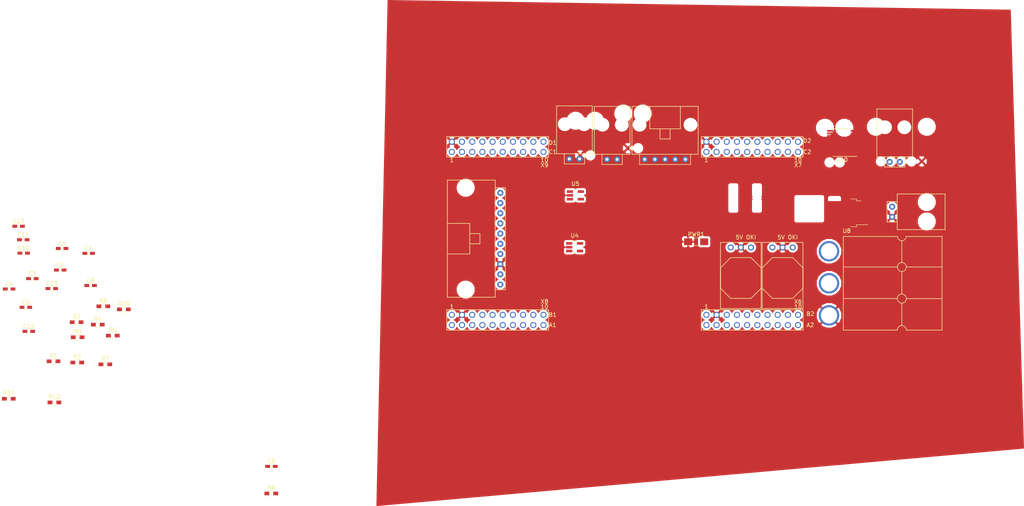
<source format=kicad_pcb>
(kicad_pcb (version 4) (host pcbnew 4.0.7)

  (general
    (links 99)
    (no_connects 82)
    (area 0 0 0 0)
    (thickness 1.6)
    (drawings 0)
    (tracks 0)
    (zones 0)
    (modules 40)
    (nets 35)
  )

  (page A4)
  (title_block
    (title "Science Box Board")
    (date 2018-03-25)
    (rev "Rev 1")
    (company "Mars Rover Design Team")
    (comment 1 "Shaun McManus")
    (comment 2 "Andrew Van Horn")
  )

  (layers
    (0 F.Cu signal)
    (31 B.Cu signal)
    (32 B.Adhes user)
    (33 F.Adhes user)
    (34 B.Paste user)
    (35 F.Paste user)
    (36 B.SilkS user)
    (37 F.SilkS user)
    (38 B.Mask user)
    (39 F.Mask user)
    (40 Dwgs.User user)
    (41 Cmts.User user)
    (42 Eco1.User user)
    (43 Eco2.User user)
    (44 Edge.Cuts user)
    (45 Margin user)
    (46 B.CrtYd user)
    (47 F.CrtYd user)
    (48 B.Fab user)
    (49 F.Fab user)
  )

  (setup
    (last_trace_width 0.25)
    (user_trace_width 0.254)
    (user_trace_width 0.4064)
    (user_trace_width 0.762)
    (trace_clearance 0.2)
    (zone_clearance 0.508)
    (zone_45_only no)
    (trace_min 0.2)
    (segment_width 0.2)
    (edge_width 0.15)
    (via_size 0.6)
    (via_drill 0.4)
    (via_min_size 0.4)
    (via_min_drill 0.3)
    (uvia_size 0.3)
    (uvia_drill 0.1)
    (uvias_allowed no)
    (uvia_min_size 0.2)
    (uvia_min_drill 0.1)
    (pcb_text_width 0.3)
    (pcb_text_size 1.5 1.5)
    (mod_edge_width 0.15)
    (mod_text_size 1 1)
    (mod_text_width 0.15)
    (pad_size 1.524 1.524)
    (pad_drill 0.762)
    (pad_to_mask_clearance 0.2)
    (aux_axis_origin 0 0)
    (visible_elements FFFFFFFF)
    (pcbplotparams
      (layerselection 0x00030_80000001)
      (usegerberextensions false)
      (excludeedgelayer true)
      (linewidth 0.100000)
      (plotframeref false)
      (viasonmask false)
      (mode 1)
      (useauxorigin false)
      (hpglpennumber 1)
      (hpglpenspeed 20)
      (hpglpendiameter 15)
      (hpglpenoverlay 2)
      (psnegative false)
      (psa4output false)
      (plotreference true)
      (plotvalue true)
      (plotinvisibletext false)
      (padsonsilk false)
      (subtractmaskfromsilk false)
      (outputformat 1)
      (mirror false)
      (drillshape 1)
      (scaleselection 1)
      (outputdirectory ""))
  )

  (net 0 "")
  (net 1 LOGIC-12V)
  (net 2 GND)
  (net 3 LOGIC-5V)
  (net 4 "Net-(C3-Pad2)")
  (net 5 "Net-(C4-Pad2)")
  (net 6 "Net-(C5-Pad1)")
  (net 7 "Net-(C5-Pad2)")
  (net 8 "Net-(C6-Pad1)")
  (net 9 "Net-(C6-Pad2)")
  (net 10 ACT-12V)
  (net 11 ACT-5V)
  (net 12 "Net-(C13-Pad2)")
  (net 13 "Net-(PWR1-Pad2)")
  (net 14 LASER-CTRL_AIN_7)
  (net 15 "Net-(R11-Pad1)")
  (net 16 "Net-(U7-Pad+3V3)")
  (net 17 magINCn)
  (net 18 magDECn)
  (net 19 "Net-(U7-PadRese)")
  (net 20 "Net-(U7-Pad+5V)")
  (net 21 MOTOR_IN1)
  (net 22 MOTOR_IN2)
  (net 23 LINEAR_ENCODER)
  (net 24 METHANE_AIN_3)
  (net 25 AMMONIA_AIN_2)
  (net 26 UV_AIN_1)
  (net 27 HUMIDITY_AIN_0)
  (net 28 TEMP_AIN_4)
  (net 29 PRESSURE_I2C_0-SCL)
  (net 30 PRESSURE_I2C_0-SDA)
  (net 31 "Net-(U10-Pad9)")
  (net 32 "Net-(U10-Pad7)")
  (net 33 +3V3)
  (net 34 PHOTODIODE_1)

  (net_class Default "This is the default net class."
    (clearance 0.2)
    (trace_width 0.25)
    (via_dia 0.6)
    (via_drill 0.4)
    (uvia_dia 0.3)
    (uvia_drill 0.1)
    (add_net +3V3)
    (add_net ACT-12V)
    (add_net ACT-5V)
    (add_net AMMONIA_AIN_2)
    (add_net GND)
    (add_net HUMIDITY_AIN_0)
    (add_net LASER-CTRL_AIN_7)
    (add_net LINEAR_ENCODER)
    (add_net LOGIC-12V)
    (add_net LOGIC-5V)
    (add_net METHANE_AIN_3)
    (add_net MOTOR_IN1)
    (add_net MOTOR_IN2)
    (add_net "Net-(C13-Pad2)")
    (add_net "Net-(C3-Pad2)")
    (add_net "Net-(C4-Pad2)")
    (add_net "Net-(C5-Pad1)")
    (add_net "Net-(C5-Pad2)")
    (add_net "Net-(C6-Pad1)")
    (add_net "Net-(C6-Pad2)")
    (add_net "Net-(PWR1-Pad2)")
    (add_net "Net-(R11-Pad1)")
    (add_net "Net-(U10-Pad7)")
    (add_net "Net-(U10-Pad9)")
    (add_net "Net-(U7-Pad+3V3)")
    (add_net "Net-(U7-Pad+5V)")
    (add_net "Net-(U7-PadRese)")
    (add_net PHOTODIODE_1)
    (add_net PRESSURE_I2C_0-SCL)
    (add_net PRESSURE_I2C_0-SDA)
    (add_net TEMP_AIN_4)
    (add_net UV_AIN_1)
    (add_net magDECn)
    (add_net magINCn)
  )

  (module Capacitors_SMD:C_0603_HandSoldering (layer F.Cu) (tedit 58AA848B) (tstamp 5AB84597)
    (at 28.6868 108.1532)
    (descr "Capacitor SMD 0603, hand soldering")
    (tags "capacitor 0603")
    (path /5AB95C10)
    (attr smd)
    (fp_text reference C1 (at 0 -1.25) (layer F.SilkS)
      (effects (font (size 1 1) (thickness 0.15)))
    )
    (fp_text value 10uF (at 0 1.5) (layer F.Fab)
      (effects (font (size 1 1) (thickness 0.15)))
    )
    (fp_text user %R (at 0 -1.25) (layer F.Fab)
      (effects (font (size 1 1) (thickness 0.15)))
    )
    (fp_line (start -0.8 0.4) (end -0.8 -0.4) (layer F.Fab) (width 0.1))
    (fp_line (start 0.8 0.4) (end -0.8 0.4) (layer F.Fab) (width 0.1))
    (fp_line (start 0.8 -0.4) (end 0.8 0.4) (layer F.Fab) (width 0.1))
    (fp_line (start -0.8 -0.4) (end 0.8 -0.4) (layer F.Fab) (width 0.1))
    (fp_line (start -0.35 -0.6) (end 0.35 -0.6) (layer F.SilkS) (width 0.12))
    (fp_line (start 0.35 0.6) (end -0.35 0.6) (layer F.SilkS) (width 0.12))
    (fp_line (start -1.8 -0.65) (end 1.8 -0.65) (layer F.CrtYd) (width 0.05))
    (fp_line (start -1.8 -0.65) (end -1.8 0.65) (layer F.CrtYd) (width 0.05))
    (fp_line (start 1.8 0.65) (end 1.8 -0.65) (layer F.CrtYd) (width 0.05))
    (fp_line (start 1.8 0.65) (end -1.8 0.65) (layer F.CrtYd) (width 0.05))
    (pad 1 smd rect (at -0.95 0) (size 1.2 0.75) (layers F.Cu F.Paste F.Mask)
      (net 1 LOGIC-12V))
    (pad 2 smd rect (at 0.95 0) (size 1.2 0.75) (layers F.Cu F.Paste F.Mask)
      (net 2 GND))
    (model Capacitors_SMD.3dshapes/C_0603.wrl
      (at (xyz 0 0 0))
      (scale (xyz 1 1 1))
      (rotate (xyz 0 0 0))
    )
  )

  (module Capacitors_SMD:C_0603_HandSoldering (layer F.Cu) (tedit 58AA848B) (tstamp 5AB8459D)
    (at 21.6052 112.3188)
    (descr "Capacitor SMD 0603, hand soldering")
    (tags "capacitor 0603")
    (path /5AB95DBC)
    (attr smd)
    (fp_text reference C2 (at 0 -1.25) (layer F.SilkS)
      (effects (font (size 1 1) (thickness 0.15)))
    )
    (fp_text value 10uF (at 0 1.5) (layer F.Fab)
      (effects (font (size 1 1) (thickness 0.15)))
    )
    (fp_text user %R (at 0 -1.25) (layer F.Fab)
      (effects (font (size 1 1) (thickness 0.15)))
    )
    (fp_line (start -0.8 0.4) (end -0.8 -0.4) (layer F.Fab) (width 0.1))
    (fp_line (start 0.8 0.4) (end -0.8 0.4) (layer F.Fab) (width 0.1))
    (fp_line (start 0.8 -0.4) (end 0.8 0.4) (layer F.Fab) (width 0.1))
    (fp_line (start -0.8 -0.4) (end 0.8 -0.4) (layer F.Fab) (width 0.1))
    (fp_line (start -0.35 -0.6) (end 0.35 -0.6) (layer F.SilkS) (width 0.12))
    (fp_line (start 0.35 0.6) (end -0.35 0.6) (layer F.SilkS) (width 0.12))
    (fp_line (start -1.8 -0.65) (end 1.8 -0.65) (layer F.CrtYd) (width 0.05))
    (fp_line (start -1.8 -0.65) (end -1.8 0.65) (layer F.CrtYd) (width 0.05))
    (fp_line (start 1.8 0.65) (end 1.8 -0.65) (layer F.CrtYd) (width 0.05))
    (fp_line (start 1.8 0.65) (end -1.8 0.65) (layer F.CrtYd) (width 0.05))
    (pad 1 smd rect (at -0.95 0) (size 1.2 0.75) (layers F.Cu F.Paste F.Mask)
      (net 2 GND))
    (pad 2 smd rect (at 0.95 0) (size 1.2 0.75) (layers F.Cu F.Paste F.Mask)
      (net 3 LOGIC-5V))
    (model Capacitors_SMD.3dshapes/C_0603.wrl
      (at (xyz 0 0 0))
      (scale (xyz 1 1 1))
      (rotate (xyz 0 0 0))
    )
  )

  (module Capacitors_SMD:C_0603_HandSoldering (layer F.Cu) (tedit 58AA848B) (tstamp 5AB845A3)
    (at 14.6456 114.4524)
    (descr "Capacitor SMD 0603, hand soldering")
    (tags "capacitor 0603")
    (path /5AB97FE5)
    (attr smd)
    (fp_text reference C3 (at 0 -1.25) (layer F.SilkS)
      (effects (font (size 1 1) (thickness 0.15)))
    )
    (fp_text value 1uF (at 0 1.5) (layer F.Fab)
      (effects (font (size 1 1) (thickness 0.15)))
    )
    (fp_text user %R (at 0 -1.25) (layer F.Fab)
      (effects (font (size 1 1) (thickness 0.15)))
    )
    (fp_line (start -0.8 0.4) (end -0.8 -0.4) (layer F.Fab) (width 0.1))
    (fp_line (start 0.8 0.4) (end -0.8 0.4) (layer F.Fab) (width 0.1))
    (fp_line (start 0.8 -0.4) (end 0.8 0.4) (layer F.Fab) (width 0.1))
    (fp_line (start -0.8 -0.4) (end 0.8 -0.4) (layer F.Fab) (width 0.1))
    (fp_line (start -0.35 -0.6) (end 0.35 -0.6) (layer F.SilkS) (width 0.12))
    (fp_line (start 0.35 0.6) (end -0.35 0.6) (layer F.SilkS) (width 0.12))
    (fp_line (start -1.8 -0.65) (end 1.8 -0.65) (layer F.CrtYd) (width 0.05))
    (fp_line (start -1.8 -0.65) (end -1.8 0.65) (layer F.CrtYd) (width 0.05))
    (fp_line (start 1.8 0.65) (end 1.8 -0.65) (layer F.CrtYd) (width 0.05))
    (fp_line (start 1.8 0.65) (end -1.8 0.65) (layer F.CrtYd) (width 0.05))
    (pad 1 smd rect (at -0.95 0) (size 1.2 0.75) (layers F.Cu F.Paste F.Mask)
      (net 2 GND))
    (pad 2 smd rect (at 0.95 0) (size 1.2 0.75) (layers F.Cu F.Paste F.Mask)
      (net 4 "Net-(C3-Pad2)"))
    (model Capacitors_SMD.3dshapes/C_0603.wrl
      (at (xyz 0 0 0))
      (scale (xyz 1 1 1))
      (rotate (xyz 0 0 0))
    )
  )

  (module Capacitors_SMD:C_0603_HandSoldering (layer F.Cu) (tedit 58AA848B) (tstamp 5AB845A9)
    (at 8.8544 117.0432)
    (descr "Capacitor SMD 0603, hand soldering")
    (tags "capacitor 0603")
    (path /5AB98865)
    (attr smd)
    (fp_text reference C4 (at 0 -1.25) (layer F.SilkS)
      (effects (font (size 1 1) (thickness 0.15)))
    )
    (fp_text value 1uF (at 0 1.5) (layer F.Fab)
      (effects (font (size 1 1) (thickness 0.15)))
    )
    (fp_text user %R (at 0 -1.25) (layer F.Fab)
      (effects (font (size 1 1) (thickness 0.15)))
    )
    (fp_line (start -0.8 0.4) (end -0.8 -0.4) (layer F.Fab) (width 0.1))
    (fp_line (start 0.8 0.4) (end -0.8 0.4) (layer F.Fab) (width 0.1))
    (fp_line (start 0.8 -0.4) (end 0.8 0.4) (layer F.Fab) (width 0.1))
    (fp_line (start -0.8 -0.4) (end 0.8 -0.4) (layer F.Fab) (width 0.1))
    (fp_line (start -0.35 -0.6) (end 0.35 -0.6) (layer F.SilkS) (width 0.12))
    (fp_line (start 0.35 0.6) (end -0.35 0.6) (layer F.SilkS) (width 0.12))
    (fp_line (start -1.8 -0.65) (end 1.8 -0.65) (layer F.CrtYd) (width 0.05))
    (fp_line (start -1.8 -0.65) (end -1.8 0.65) (layer F.CrtYd) (width 0.05))
    (fp_line (start 1.8 0.65) (end 1.8 -0.65) (layer F.CrtYd) (width 0.05))
    (fp_line (start 1.8 0.65) (end -1.8 0.65) (layer F.CrtYd) (width 0.05))
    (pad 1 smd rect (at -0.95 0) (size 1.2 0.75) (layers F.Cu F.Paste F.Mask)
      (net 2 GND))
    (pad 2 smd rect (at 0.95 0) (size 1.2 0.75) (layers F.Cu F.Paste F.Mask)
      (net 5 "Net-(C4-Pad2)"))
    (model Capacitors_SMD.3dshapes/C_0603.wrl
      (at (xyz 0 0 0))
      (scale (xyz 1 1 1))
      (rotate (xyz 0 0 0))
    )
  )

  (module Capacitors_SMD:C_0603_HandSoldering (layer F.Cu) (tedit 58AA848B) (tstamp 5AB845AF)
    (at 13.02 121.6152)
    (descr "Capacitor SMD 0603, hand soldering")
    (tags "capacitor 0603")
    (path /5AB98218)
    (attr smd)
    (fp_text reference C5 (at 0 -1.25) (layer F.SilkS)
      (effects (font (size 1 1) (thickness 0.15)))
    )
    (fp_text value 2.7pF (at 0 1.5) (layer F.Fab)
      (effects (font (size 1 1) (thickness 0.15)))
    )
    (fp_text user %R (at 0 -1.25) (layer F.Fab)
      (effects (font (size 1 1) (thickness 0.15)))
    )
    (fp_line (start -0.8 0.4) (end -0.8 -0.4) (layer F.Fab) (width 0.1))
    (fp_line (start 0.8 0.4) (end -0.8 0.4) (layer F.Fab) (width 0.1))
    (fp_line (start 0.8 -0.4) (end 0.8 0.4) (layer F.Fab) (width 0.1))
    (fp_line (start -0.8 -0.4) (end 0.8 -0.4) (layer F.Fab) (width 0.1))
    (fp_line (start -0.35 -0.6) (end 0.35 -0.6) (layer F.SilkS) (width 0.12))
    (fp_line (start 0.35 0.6) (end -0.35 0.6) (layer F.SilkS) (width 0.12))
    (fp_line (start -1.8 -0.65) (end 1.8 -0.65) (layer F.CrtYd) (width 0.05))
    (fp_line (start -1.8 -0.65) (end -1.8 0.65) (layer F.CrtYd) (width 0.05))
    (fp_line (start 1.8 0.65) (end 1.8 -0.65) (layer F.CrtYd) (width 0.05))
    (fp_line (start 1.8 0.65) (end -1.8 0.65) (layer F.CrtYd) (width 0.05))
    (pad 1 smd rect (at -0.95 0) (size 1.2 0.75) (layers F.Cu F.Paste F.Mask)
      (net 6 "Net-(C5-Pad1)"))
    (pad 2 smd rect (at 0.95 0) (size 1.2 0.75) (layers F.Cu F.Paste F.Mask)
      (net 7 "Net-(C5-Pad2)"))
    (model Capacitors_SMD.3dshapes/C_0603.wrl
      (at (xyz 0 0 0))
      (scale (xyz 1 1 1))
      (rotate (xyz 0 0 0))
    )
  )

  (module Capacitors_SMD:C_0603_HandSoldering (layer F.Cu) (tedit 58AA848B) (tstamp 5AB845B5)
    (at 22.0624 106.934)
    (descr "Capacitor SMD 0603, hand soldering")
    (tags "capacitor 0603")
    (path /5ABA5319)
    (attr smd)
    (fp_text reference C6 (at 0 -1.25) (layer F.SilkS)
      (effects (font (size 1 1) (thickness 0.15)))
    )
    (fp_text value 2.7pF (at 0 1.5) (layer F.Fab)
      (effects (font (size 1 1) (thickness 0.15)))
    )
    (fp_text user %R (at 0 -1.25) (layer F.Fab)
      (effects (font (size 1 1) (thickness 0.15)))
    )
    (fp_line (start -0.8 0.4) (end -0.8 -0.4) (layer F.Fab) (width 0.1))
    (fp_line (start 0.8 0.4) (end -0.8 0.4) (layer F.Fab) (width 0.1))
    (fp_line (start 0.8 -0.4) (end 0.8 0.4) (layer F.Fab) (width 0.1))
    (fp_line (start -0.8 -0.4) (end 0.8 -0.4) (layer F.Fab) (width 0.1))
    (fp_line (start -0.35 -0.6) (end 0.35 -0.6) (layer F.SilkS) (width 0.12))
    (fp_line (start 0.35 0.6) (end -0.35 0.6) (layer F.SilkS) (width 0.12))
    (fp_line (start -1.8 -0.65) (end 1.8 -0.65) (layer F.CrtYd) (width 0.05))
    (fp_line (start -1.8 -0.65) (end -1.8 0.65) (layer F.CrtYd) (width 0.05))
    (fp_line (start 1.8 0.65) (end 1.8 -0.65) (layer F.CrtYd) (width 0.05))
    (fp_line (start 1.8 0.65) (end -1.8 0.65) (layer F.CrtYd) (width 0.05))
    (pad 1 smd rect (at -0.95 0) (size 1.2 0.75) (layers F.Cu F.Paste F.Mask)
      (net 8 "Net-(C6-Pad1)"))
    (pad 2 smd rect (at 0.95 0) (size 1.2 0.75) (layers F.Cu F.Paste F.Mask)
      (net 9 "Net-(C6-Pad2)"))
    (model Capacitors_SMD.3dshapes/C_0603.wrl
      (at (xyz 0 0 0))
      (scale (xyz 1 1 1))
      (rotate (xyz 0 0 0))
    )
  )

  (module MRDT_Connectors:Anderson_3_Horisontal_Side_by_Side (layer F.Cu) (tedit 5AAD6D62) (tstamp 5AB845BC)
    (at 216.9414 103.9378 180)
    (path /5AB04FDB)
    (fp_text reference C7 (at -1.8796 -6.858 180) (layer F.SilkS) hide
      (effects (font (size 1 1) (thickness 0.15)))
    )
    (fp_text value Anderson_3 (at -12.8651 -24.384 180) (layer F.Fab)
      (effects (font (size 1 1) (thickness 0.15)))
    )
    (fp_line (start -14.5796 -6.4516) (end -14.5796 -1.0668) (layer F.SilkS) (width 0.15))
    (fp_arc (start -14.5796 0) (end -14.5796 -1.0668) (angle 90) (layer F.SilkS) (width 0.15))
    (fp_arc (start -14.5796 0) (end -15.6464 0) (angle 90) (layer F.SilkS) (width 0.15))
    (fp_line (start -13.462 0) (end -12.2428 0) (layer F.SilkS) (width 0.15))
    (fp_line (start -15.6972 0) (end -16.8656 0) (layer F.SilkS) (width 0.15))
    (fp_circle (center -14.5796 -7.62) (end -13.462 -7.62) (layer F.SilkS) (width 0.15))
    (fp_line (start -16.8656 0) (end -24.6126 0) (layer F.SilkS) (width 0.15))
    (fp_line (start -12.2936 0) (end 0 0) (layer F.SilkS) (width 0.15))
    (fp_line (start -15.7226 -23.368) (end -16.9418 -23.368) (layer F.SilkS) (width 0.15))
    (fp_arc (start -14.5796 -23.368) (end -13.4366 -23.368) (angle 90) (layer F.SilkS) (width 0.15))
    (fp_arc (start -14.5796 -23.368) (end -14.5796 -22.225) (angle 90) (layer F.SilkS) (width 0.15))
    (fp_line (start -12.2682 -7.62) (end -13.462 -7.62) (layer F.SilkS) (width 0.15))
    (fp_line (start -14.5796 -9.9314) (end -14.5796 -8.763) (layer F.SilkS) (width 0.15))
    (fp_line (start -16.891 -7.62) (end -15.7226 -7.62) (layer F.SilkS) (width 0.15))
    (fp_line (start -12.319 -23.368) (end -13.4112 -23.368) (layer F.SilkS) (width 0.15))
    (fp_line (start -14.5796 -22.225) (end -14.5796 -21.0566) (layer F.SilkS) (width 0.15))
    (fp_line (start -14.5796 -13.208) (end -14.5796 -14.351) (layer F.SilkS) (width 0.15))
    (fp_line (start -24.6126 -15.5194) (end -15.7226 -15.5194) (layer F.SilkS) (width 0.15))
    (fp_line (start -14.5796 -17.78) (end -14.5796 -16.637) (layer F.SilkS) (width 0.15))
    (fp_line (start -12.2936 -15.494) (end -13.4366 -15.494) (layer F.SilkS) (width 0.15))
    (fp_line (start -14.5796 -13.208) (end -14.5796 -9.906) (layer F.SilkS) (width 0.15))
    (fp_line (start -12.2936 -15.494) (end 0.0254 -15.494) (layer F.SilkS) (width 0.15))
    (fp_line (start -14.5796 -17.78) (end -14.5796 -21.0566) (layer F.SilkS) (width 0.15))
    (fp_circle (center -14.5796 -15.494) (end -14.5796 -14.351) (layer F.SilkS) (width 0.15))
    (fp_line (start -12.2936 -7.62) (end 0.0254 -7.62) (layer F.SilkS) (width 0.15))
    (fp_line (start -16.8656 -7.62) (end -24.6126 -7.62) (layer F.SilkS) (width 0.15))
    (fp_line (start -24.6126 -23.368) (end -16.8656 -23.368) (layer F.SilkS) (width 0.15))
    (fp_line (start -12.2936 -23.368) (end 0.0254 -23.368) (layer F.SilkS) (width 0.15))
    (fp_line (start -24.6166 0.002) (end -24.6166 -23.37) (layer F.SilkS) (width 0.15))
    (fp_line (start 0.0214 0.002) (end 0.0214 -23.37) (layer F.SilkS) (width 0.15))
    (pad 3 thru_hole circle (at 3.5814 -3.684 180) (size 5.08 5.08) (drill 4.06) (layers *.Cu *.Mask F.Paste)
      (net 10 ACT-12V))
    (pad 2 thru_hole circle (at 3.5814 -11.683 180) (size 5.08 5.08) (drill 4.06) (layers *.Cu *.Mask F.Paste)
      (net 1 LOGIC-12V))
    (pad 1 thru_hole circle (at 3.5814 -19.684 180) (size 5.08 5.08) (drill 4.06) (layers *.Cu *.Mask F.Paste)
      (net 2 GND))
  )

  (module Capacitors_SMD:C_0603_HandSoldering (layer F.Cu) (tedit 58AA848B) (tstamp 5AB845C2)
    (at 29.1744 116.1796)
    (descr "Capacitor SMD 0603, hand soldering")
    (tags "capacitor 0603")
    (path /5AB9836C)
    (attr smd)
    (fp_text reference C8 (at 0 -1.25) (layer F.SilkS)
      (effects (font (size 1 1) (thickness 0.15)))
    )
    (fp_text value .1uF (at 0 1.5) (layer F.Fab)
      (effects (font (size 1 1) (thickness 0.15)))
    )
    (fp_text user %R (at 0 -1.25) (layer F.Fab)
      (effects (font (size 1 1) (thickness 0.15)))
    )
    (fp_line (start -0.8 0.4) (end -0.8 -0.4) (layer F.Fab) (width 0.1))
    (fp_line (start 0.8 0.4) (end -0.8 0.4) (layer F.Fab) (width 0.1))
    (fp_line (start 0.8 -0.4) (end 0.8 0.4) (layer F.Fab) (width 0.1))
    (fp_line (start -0.8 -0.4) (end 0.8 -0.4) (layer F.Fab) (width 0.1))
    (fp_line (start -0.35 -0.6) (end 0.35 -0.6) (layer F.SilkS) (width 0.12))
    (fp_line (start 0.35 0.6) (end -0.35 0.6) (layer F.SilkS) (width 0.12))
    (fp_line (start -1.8 -0.65) (end 1.8 -0.65) (layer F.CrtYd) (width 0.05))
    (fp_line (start -1.8 -0.65) (end -1.8 0.65) (layer F.CrtYd) (width 0.05))
    (fp_line (start 1.8 0.65) (end 1.8 -0.65) (layer F.CrtYd) (width 0.05))
    (fp_line (start 1.8 0.65) (end -1.8 0.65) (layer F.CrtYd) (width 0.05))
    (pad 1 smd rect (at -0.95 0) (size 1.2 0.75) (layers F.Cu F.Paste F.Mask)
      (net 2 GND))
    (pad 2 smd rect (at 0.95 0) (size 1.2 0.75) (layers F.Cu F.Paste F.Mask)
      (net 3 LOGIC-5V))
    (model Capacitors_SMD.3dshapes/C_0603.wrl
      (at (xyz 0 0 0))
      (scale (xyz 1 1 1))
      (rotate (xyz 0 0 0))
    )
  )

  (module Capacitors_SMD:C_0603_HandSoldering (layer F.Cu) (tedit 58AA848B) (tstamp 5AB845C8)
    (at 74.2848 161.29)
    (descr "Capacitor SMD 0603, hand soldering")
    (tags "capacitor 0603")
    (path /5AB987D6)
    (attr smd)
    (fp_text reference C9 (at 0 -1.25) (layer F.SilkS)
      (effects (font (size 1 1) (thickness 0.15)))
    )
    (fp_text value .1uF (at 0 1.5) (layer F.Fab)
      (effects (font (size 1 1) (thickness 0.15)))
    )
    (fp_text user %R (at 0 -1.25) (layer F.Fab)
      (effects (font (size 1 1) (thickness 0.15)))
    )
    (fp_line (start -0.8 0.4) (end -0.8 -0.4) (layer F.Fab) (width 0.1))
    (fp_line (start 0.8 0.4) (end -0.8 0.4) (layer F.Fab) (width 0.1))
    (fp_line (start 0.8 -0.4) (end 0.8 0.4) (layer F.Fab) (width 0.1))
    (fp_line (start -0.8 -0.4) (end 0.8 -0.4) (layer F.Fab) (width 0.1))
    (fp_line (start -0.35 -0.6) (end 0.35 -0.6) (layer F.SilkS) (width 0.12))
    (fp_line (start 0.35 0.6) (end -0.35 0.6) (layer F.SilkS) (width 0.12))
    (fp_line (start -1.8 -0.65) (end 1.8 -0.65) (layer F.CrtYd) (width 0.05))
    (fp_line (start -1.8 -0.65) (end -1.8 0.65) (layer F.CrtYd) (width 0.05))
    (fp_line (start 1.8 0.65) (end 1.8 -0.65) (layer F.CrtYd) (width 0.05))
    (fp_line (start 1.8 0.65) (end -1.8 0.65) (layer F.CrtYd) (width 0.05))
    (pad 1 smd rect (at -0.95 0) (size 1.2 0.75) (layers F.Cu F.Paste F.Mask)
      (net 2 GND))
    (pad 2 smd rect (at 0.95 0) (size 1.2 0.75) (layers F.Cu F.Paste F.Mask)
      (net 3 LOGIC-5V))
    (model Capacitors_SMD.3dshapes/C_0603.wrl
      (at (xyz 0 0 0))
      (scale (xyz 1 1 1))
      (rotate (xyz 0 0 0))
    )
  )

  (module Capacitors_SMD:C_0603_HandSoldering (layer F.Cu) (tedit 58AA848B) (tstamp 5AB845CE)
    (at 12.4816 108.1024)
    (descr "Capacitor SMD 0603, hand soldering")
    (tags "capacitor 0603")
    (path /5AB9E1F4)
    (attr smd)
    (fp_text reference C10 (at 0 -1.25) (layer F.SilkS)
      (effects (font (size 1 1) (thickness 0.15)))
    )
    (fp_text value 10uF (at 0 1.5) (layer F.Fab)
      (effects (font (size 1 1) (thickness 0.15)))
    )
    (fp_text user %R (at 0 -1.25) (layer F.Fab)
      (effects (font (size 1 1) (thickness 0.15)))
    )
    (fp_line (start -0.8 0.4) (end -0.8 -0.4) (layer F.Fab) (width 0.1))
    (fp_line (start 0.8 0.4) (end -0.8 0.4) (layer F.Fab) (width 0.1))
    (fp_line (start 0.8 -0.4) (end 0.8 0.4) (layer F.Fab) (width 0.1))
    (fp_line (start -0.8 -0.4) (end 0.8 -0.4) (layer F.Fab) (width 0.1))
    (fp_line (start -0.35 -0.6) (end 0.35 -0.6) (layer F.SilkS) (width 0.12))
    (fp_line (start 0.35 0.6) (end -0.35 0.6) (layer F.SilkS) (width 0.12))
    (fp_line (start -1.8 -0.65) (end 1.8 -0.65) (layer F.CrtYd) (width 0.05))
    (fp_line (start -1.8 -0.65) (end -1.8 0.65) (layer F.CrtYd) (width 0.05))
    (fp_line (start 1.8 0.65) (end 1.8 -0.65) (layer F.CrtYd) (width 0.05))
    (fp_line (start 1.8 0.65) (end -1.8 0.65) (layer F.CrtYd) (width 0.05))
    (pad 1 smd rect (at -0.95 0) (size 1.2 0.75) (layers F.Cu F.Paste F.Mask)
      (net 10 ACT-12V))
    (pad 2 smd rect (at 0.95 0) (size 1.2 0.75) (layers F.Cu F.Paste F.Mask)
      (net 2 GND))
    (model Capacitors_SMD.3dshapes/C_0603.wrl
      (at (xyz 0 0 0))
      (scale (xyz 1 1 1))
      (rotate (xyz 0 0 0))
    )
  )

  (module Capacitors_SMD:C_0603_HandSoldering (layer F.Cu) (tedit 58AA848B) (tstamp 5AB845D4)
    (at 12.38 104.7496)
    (descr "Capacitor SMD 0603, hand soldering")
    (tags "capacitor 0603")
    (path /5AB9E26D)
    (attr smd)
    (fp_text reference C11 (at 0 -1.25) (layer F.SilkS)
      (effects (font (size 1 1) (thickness 0.15)))
    )
    (fp_text value 10uF (at 0 1.5) (layer F.Fab)
      (effects (font (size 1 1) (thickness 0.15)))
    )
    (fp_text user %R (at 0 -1.25) (layer F.Fab)
      (effects (font (size 1 1) (thickness 0.15)))
    )
    (fp_line (start -0.8 0.4) (end -0.8 -0.4) (layer F.Fab) (width 0.1))
    (fp_line (start 0.8 0.4) (end -0.8 0.4) (layer F.Fab) (width 0.1))
    (fp_line (start 0.8 -0.4) (end 0.8 0.4) (layer F.Fab) (width 0.1))
    (fp_line (start -0.8 -0.4) (end 0.8 -0.4) (layer F.Fab) (width 0.1))
    (fp_line (start -0.35 -0.6) (end 0.35 -0.6) (layer F.SilkS) (width 0.12))
    (fp_line (start 0.35 0.6) (end -0.35 0.6) (layer F.SilkS) (width 0.12))
    (fp_line (start -1.8 -0.65) (end 1.8 -0.65) (layer F.CrtYd) (width 0.05))
    (fp_line (start -1.8 -0.65) (end -1.8 0.65) (layer F.CrtYd) (width 0.05))
    (fp_line (start 1.8 0.65) (end 1.8 -0.65) (layer F.CrtYd) (width 0.05))
    (fp_line (start 1.8 0.65) (end -1.8 0.65) (layer F.CrtYd) (width 0.05))
    (pad 1 smd rect (at -0.95 0) (size 1.2 0.75) (layers F.Cu F.Paste F.Mask)
      (net 2 GND))
    (pad 2 smd rect (at 0.95 0) (size 1.2 0.75) (layers F.Cu F.Paste F.Mask)
      (net 11 ACT-5V))
    (model Capacitors_SMD.3dshapes/C_0603.wrl
      (at (xyz 0 0 0))
      (scale (xyz 1 1 1))
      (rotate (xyz 0 0 0))
    )
  )

  (module Capacitors_SMD:C_0603_HandSoldering (layer F.Cu) (tedit 58AA848B) (tstamp 5AB845DA)
    (at 11.2116 101.3968)
    (descr "Capacitor SMD 0603, hand soldering")
    (tags "capacitor 0603")
    (path /5AB988F9)
    (attr smd)
    (fp_text reference C12 (at 0 -1.25) (layer F.SilkS)
      (effects (font (size 1 1) (thickness 0.15)))
    )
    (fp_text value 33uF (at 0 1.5) (layer F.Fab)
      (effects (font (size 1 1) (thickness 0.15)))
    )
    (fp_text user %R (at 0 -1.25) (layer F.Fab)
      (effects (font (size 1 1) (thickness 0.15)))
    )
    (fp_line (start -0.8 0.4) (end -0.8 -0.4) (layer F.Fab) (width 0.1))
    (fp_line (start 0.8 0.4) (end -0.8 0.4) (layer F.Fab) (width 0.1))
    (fp_line (start 0.8 -0.4) (end 0.8 0.4) (layer F.Fab) (width 0.1))
    (fp_line (start -0.8 -0.4) (end 0.8 -0.4) (layer F.Fab) (width 0.1))
    (fp_line (start -0.35 -0.6) (end 0.35 -0.6) (layer F.SilkS) (width 0.12))
    (fp_line (start 0.35 0.6) (end -0.35 0.6) (layer F.SilkS) (width 0.12))
    (fp_line (start -1.8 -0.65) (end 1.8 -0.65) (layer F.CrtYd) (width 0.05))
    (fp_line (start -1.8 -0.65) (end -1.8 0.65) (layer F.CrtYd) (width 0.05))
    (fp_line (start 1.8 0.65) (end 1.8 -0.65) (layer F.CrtYd) (width 0.05))
    (fp_line (start 1.8 0.65) (end -1.8 0.65) (layer F.CrtYd) (width 0.05))
    (pad 1 smd rect (at -0.95 0) (size 1.2 0.75) (layers F.Cu F.Paste F.Mask)
      (net 2 GND))
    (pad 2 smd rect (at 0.95 0) (size 1.2 0.75) (layers F.Cu F.Paste F.Mask)
      (net 10 ACT-12V))
    (model Capacitors_SMD.3dshapes/C_0603.wrl
      (at (xyz 0 0 0))
      (scale (xyz 1 1 1))
      (rotate (xyz 0 0 0))
    )
  )

  (module Capacitors_SMD:C_0603_HandSoldering (layer F.Cu) (tedit 58AA848B) (tstamp 5AB845E0)
    (at 19.4716 116.9416)
    (descr "Capacitor SMD 0603, hand soldering")
    (tags "capacitor 0603")
    (path /5AB98C7D)
    (attr smd)
    (fp_text reference C13 (at 0 -1.25) (layer F.SilkS)
      (effects (font (size 1 1) (thickness 0.15)))
    )
    (fp_text value 22uF (at 0 1.5) (layer F.Fab)
      (effects (font (size 1 1) (thickness 0.15)))
    )
    (fp_text user %R (at 0 -1.25) (layer F.Fab)
      (effects (font (size 1 1) (thickness 0.15)))
    )
    (fp_line (start -0.8 0.4) (end -0.8 -0.4) (layer F.Fab) (width 0.1))
    (fp_line (start 0.8 0.4) (end -0.8 0.4) (layer F.Fab) (width 0.1))
    (fp_line (start 0.8 -0.4) (end 0.8 0.4) (layer F.Fab) (width 0.1))
    (fp_line (start -0.8 -0.4) (end 0.8 -0.4) (layer F.Fab) (width 0.1))
    (fp_line (start -0.35 -0.6) (end 0.35 -0.6) (layer F.SilkS) (width 0.12))
    (fp_line (start 0.35 0.6) (end -0.35 0.6) (layer F.SilkS) (width 0.12))
    (fp_line (start -1.8 -0.65) (end 1.8 -0.65) (layer F.CrtYd) (width 0.05))
    (fp_line (start -1.8 -0.65) (end -1.8 0.65) (layer F.CrtYd) (width 0.05))
    (fp_line (start 1.8 0.65) (end 1.8 -0.65) (layer F.CrtYd) (width 0.05))
    (fp_line (start 1.8 0.65) (end -1.8 0.65) (layer F.CrtYd) (width 0.05))
    (pad 1 smd rect (at -0.95 0) (size 1.2 0.75) (layers F.Cu F.Paste F.Mask)
      (net 2 GND))
    (pad 2 smd rect (at 0.95 0) (size 1.2 0.75) (layers F.Cu F.Paste F.Mask)
      (net 12 "Net-(C13-Pad2)"))
    (model Capacitors_SMD.3dshapes/C_0603.wrl
      (at (xyz 0 0 0))
      (scale (xyz 1 1 1))
      (rotate (xyz 0 0 0))
    )
  )

  (module Capacitors_SMD:C_0603_HandSoldering (layer F.Cu) (tedit 58AA848B) (tstamp 5AB845E6)
    (at 13.7516 127.6096)
    (descr "Capacitor SMD 0603, hand soldering")
    (tags "capacitor 0603")
    (path /5AB9C51B)
    (attr smd)
    (fp_text reference C14 (at 0 -1.25) (layer F.SilkS)
      (effects (font (size 1 1) (thickness 0.15)))
    )
    (fp_text value 1uF (at 0 1.5) (layer F.Fab)
      (effects (font (size 1 1) (thickness 0.15)))
    )
    (fp_text user %R (at 0 -1.25) (layer F.Fab)
      (effects (font (size 1 1) (thickness 0.15)))
    )
    (fp_line (start -0.8 0.4) (end -0.8 -0.4) (layer F.Fab) (width 0.1))
    (fp_line (start 0.8 0.4) (end -0.8 0.4) (layer F.Fab) (width 0.1))
    (fp_line (start 0.8 -0.4) (end 0.8 0.4) (layer F.Fab) (width 0.1))
    (fp_line (start -0.8 -0.4) (end 0.8 -0.4) (layer F.Fab) (width 0.1))
    (fp_line (start -0.35 -0.6) (end 0.35 -0.6) (layer F.SilkS) (width 0.12))
    (fp_line (start 0.35 0.6) (end -0.35 0.6) (layer F.SilkS) (width 0.12))
    (fp_line (start -1.8 -0.65) (end 1.8 -0.65) (layer F.CrtYd) (width 0.05))
    (fp_line (start -1.8 -0.65) (end -1.8 0.65) (layer F.CrtYd) (width 0.05))
    (fp_line (start 1.8 0.65) (end 1.8 -0.65) (layer F.CrtYd) (width 0.05))
    (fp_line (start 1.8 0.65) (end -1.8 0.65) (layer F.CrtYd) (width 0.05))
    (pad 1 smd rect (at -0.95 0) (size 1.2 0.75) (layers F.Cu F.Paste F.Mask)
      (net 2 GND))
    (pad 2 smd rect (at 0.95 0) (size 1.2 0.75) (layers F.Cu F.Paste F.Mask)
      (net 11 ACT-5V))
    (model Capacitors_SMD.3dshapes/C_0603.wrl
      (at (xyz 0 0 0))
      (scale (xyz 1 1 1))
      (rotate (xyz 0 0 0))
    )
  )

  (module LEDs:LED_1206_HandSoldering (layer F.Cu) (tedit 595FC724) (tstamp 5AB845EC)
    (at 180.2196 105.2576)
    (descr "LED SMD 1206, hand soldering")
    (tags "LED 1206")
    (path /5AB1D5E0)
    (attr smd)
    (fp_text reference PWR1 (at 0 -1.85) (layer F.SilkS)
      (effects (font (size 1 1) (thickness 0.15)))
    )
    (fp_text value LED (at 0 1.9) (layer F.Fab)
      (effects (font (size 1 1) (thickness 0.15)))
    )
    (fp_line (start -3.1 -0.95) (end -3.1 0.95) (layer F.SilkS) (width 0.12))
    (fp_line (start -0.4 0) (end 0.2 -0.4) (layer F.Fab) (width 0.1))
    (fp_line (start 0.2 -0.4) (end 0.2 0.4) (layer F.Fab) (width 0.1))
    (fp_line (start 0.2 0.4) (end -0.4 0) (layer F.Fab) (width 0.1))
    (fp_line (start -0.45 -0.4) (end -0.45 0.4) (layer F.Fab) (width 0.1))
    (fp_line (start -1.6 0.8) (end -1.6 -0.8) (layer F.Fab) (width 0.1))
    (fp_line (start 1.6 0.8) (end -1.6 0.8) (layer F.Fab) (width 0.1))
    (fp_line (start 1.6 -0.8) (end 1.6 0.8) (layer F.Fab) (width 0.1))
    (fp_line (start -1.6 -0.8) (end 1.6 -0.8) (layer F.Fab) (width 0.1))
    (fp_line (start -3.1 0.95) (end 1.6 0.95) (layer F.SilkS) (width 0.12))
    (fp_line (start -3.1 -0.95) (end 1.6 -0.95) (layer F.SilkS) (width 0.12))
    (fp_line (start -3.25 -1.11) (end 3.25 -1.11) (layer F.CrtYd) (width 0.05))
    (fp_line (start -3.25 -1.11) (end -3.25 1.1) (layer F.CrtYd) (width 0.05))
    (fp_line (start 3.25 1.1) (end 3.25 -1.11) (layer F.CrtYd) (width 0.05))
    (fp_line (start 3.25 1.1) (end -3.25 1.1) (layer F.CrtYd) (width 0.05))
    (pad 1 smd rect (at -2 0) (size 2 1.7) (layers F.Cu F.Paste F.Mask)
      (net 2 GND))
    (pad 2 smd rect (at 2 0) (size 2 1.7) (layers F.Cu F.Paste F.Mask)
      (net 13 "Net-(PWR1-Pad2)"))
    (model ${KISYS3DMOD}/LEDs.3dshapes/LED_1206.wrl
      (at (xyz 0 0 0))
      (scale (xyz 1 1 1))
      (rotate (xyz 0 0 180))
    )
  )

  (module Resistors_SMD:R_0603_HandSoldering (layer F.Cu) (tedit 58E0A804) (tstamp 5AB845F2)
    (at 19.9312 135.0772)
    (descr "Resistor SMD 0603, hand soldering")
    (tags "resistor 0603")
    (path /5AB1D544)
    (attr smd)
    (fp_text reference R1 (at 0 -1.45) (layer F.SilkS)
      (effects (font (size 1 1) (thickness 0.15)))
    )
    (fp_text value 500 (at 0 1.55) (layer F.Fab)
      (effects (font (size 1 1) (thickness 0.15)))
    )
    (fp_text user %R (at 0 0) (layer F.Fab)
      (effects (font (size 0.4 0.4) (thickness 0.075)))
    )
    (fp_line (start -0.8 0.4) (end -0.8 -0.4) (layer F.Fab) (width 0.1))
    (fp_line (start 0.8 0.4) (end -0.8 0.4) (layer F.Fab) (width 0.1))
    (fp_line (start 0.8 -0.4) (end 0.8 0.4) (layer F.Fab) (width 0.1))
    (fp_line (start -0.8 -0.4) (end 0.8 -0.4) (layer F.Fab) (width 0.1))
    (fp_line (start 0.5 0.68) (end -0.5 0.68) (layer F.SilkS) (width 0.12))
    (fp_line (start -0.5 -0.68) (end 0.5 -0.68) (layer F.SilkS) (width 0.12))
    (fp_line (start -1.96 -0.7) (end 1.95 -0.7) (layer F.CrtYd) (width 0.05))
    (fp_line (start -1.96 -0.7) (end -1.96 0.7) (layer F.CrtYd) (width 0.05))
    (fp_line (start 1.95 0.7) (end 1.95 -0.7) (layer F.CrtYd) (width 0.05))
    (fp_line (start 1.95 0.7) (end -1.96 0.7) (layer F.CrtYd) (width 0.05))
    (pad 1 smd rect (at -1.1 0) (size 1.2 0.9) (layers F.Cu F.Paste F.Mask)
      (net 13 "Net-(PWR1-Pad2)"))
    (pad 2 smd rect (at 1.1 0) (size 1.2 0.9) (layers F.Cu F.Paste F.Mask)
      (net 3 LOGIC-5V))
    (model ${KISYS3DMOD}/Resistors_SMD.3dshapes/R_0603.wrl
      (at (xyz 0 0 0))
      (scale (xyz 1 1 1))
      (rotate (xyz 0 0 0))
    )
  )

  (module Resistors_SMD:R_0603_HandSoldering (layer F.Cu) (tedit 58E0A804) (tstamp 5AB845F8)
    (at 25.6872 125.3236)
    (descr "Resistor SMD 0603, hand soldering")
    (tags "resistor 0603")
    (path /5AB20310)
    (attr smd)
    (fp_text reference R2 (at 0 -1.45) (layer F.SilkS)
      (effects (font (size 1 1) (thickness 0.15)))
    )
    (fp_text value 13.7k (at 0 1.55) (layer F.Fab)
      (effects (font (size 1 1) (thickness 0.15)))
    )
    (fp_text user %R (at 0 0) (layer F.Fab)
      (effects (font (size 0.4 0.4) (thickness 0.075)))
    )
    (fp_line (start -0.8 0.4) (end -0.8 -0.4) (layer F.Fab) (width 0.1))
    (fp_line (start 0.8 0.4) (end -0.8 0.4) (layer F.Fab) (width 0.1))
    (fp_line (start 0.8 -0.4) (end 0.8 0.4) (layer F.Fab) (width 0.1))
    (fp_line (start -0.8 -0.4) (end 0.8 -0.4) (layer F.Fab) (width 0.1))
    (fp_line (start 0.5 0.68) (end -0.5 0.68) (layer F.SilkS) (width 0.12))
    (fp_line (start -0.5 -0.68) (end 0.5 -0.68) (layer F.SilkS) (width 0.12))
    (fp_line (start -1.96 -0.7) (end 1.95 -0.7) (layer F.CrtYd) (width 0.05))
    (fp_line (start -1.96 -0.7) (end -1.96 0.7) (layer F.CrtYd) (width 0.05))
    (fp_line (start 1.95 0.7) (end 1.95 -0.7) (layer F.CrtYd) (width 0.05))
    (fp_line (start 1.95 0.7) (end -1.96 0.7) (layer F.CrtYd) (width 0.05))
    (pad 1 smd rect (at -1.1 0) (size 1.2 0.9) (layers F.Cu F.Paste F.Mask)
      (net 3 LOGIC-5V))
    (pad 2 smd rect (at 1.1 0) (size 1.2 0.9) (layers F.Cu F.Paste F.Mask)
      (net 4 "Net-(C3-Pad2)"))
    (model ${KISYS3DMOD}/Resistors_SMD.3dshapes/R_0603.wrl
      (at (xyz 0 0 0))
      (scale (xyz 1 1 1))
      (rotate (xyz 0 0 0))
    )
  )

  (module Resistors_SMD:R_0603_HandSoldering (layer F.Cu) (tedit 58E0A804) (tstamp 5AB845FE)
    (at 25.8396 135.382)
    (descr "Resistor SMD 0603, hand soldering")
    (tags "resistor 0603")
    (path /5AB21C2A)
    (attr smd)
    (fp_text reference R3 (at 0 -1.45) (layer F.SilkS)
      (effects (font (size 1 1) (thickness 0.15)))
    )
    (fp_text value 13.7k (at 0 1.55) (layer F.Fab)
      (effects (font (size 1 1) (thickness 0.15)))
    )
    (fp_text user %R (at 0 0) (layer F.Fab)
      (effects (font (size 0.4 0.4) (thickness 0.075)))
    )
    (fp_line (start -0.8 0.4) (end -0.8 -0.4) (layer F.Fab) (width 0.1))
    (fp_line (start 0.8 0.4) (end -0.8 0.4) (layer F.Fab) (width 0.1))
    (fp_line (start 0.8 -0.4) (end 0.8 0.4) (layer F.Fab) (width 0.1))
    (fp_line (start -0.8 -0.4) (end 0.8 -0.4) (layer F.Fab) (width 0.1))
    (fp_line (start 0.5 0.68) (end -0.5 0.68) (layer F.SilkS) (width 0.12))
    (fp_line (start -0.5 -0.68) (end 0.5 -0.68) (layer F.SilkS) (width 0.12))
    (fp_line (start -1.96 -0.7) (end 1.95 -0.7) (layer F.CrtYd) (width 0.05))
    (fp_line (start -1.96 -0.7) (end -1.96 0.7) (layer F.CrtYd) (width 0.05))
    (fp_line (start 1.95 0.7) (end 1.95 -0.7) (layer F.CrtYd) (width 0.05))
    (fp_line (start 1.95 0.7) (end -1.96 0.7) (layer F.CrtYd) (width 0.05))
    (pad 1 smd rect (at -1.1 0) (size 1.2 0.9) (layers F.Cu F.Paste F.Mask)
      (net 3 LOGIC-5V))
    (pad 2 smd rect (at 1.1 0) (size 1.2 0.9) (layers F.Cu F.Paste F.Mask)
      (net 5 "Net-(C4-Pad2)"))
    (model ${KISYS3DMOD}/Resistors_SMD.3dshapes/R_0603.wrl
      (at (xyz 0 0 0))
      (scale (xyz 1 1 1))
      (rotate (xyz 0 0 0))
    )
  )

  (module Resistors_SMD:R_0603_HandSoldering (layer F.Cu) (tedit 58E0A804) (tstamp 5AB84604)
    (at 30.9704 125.9332)
    (descr "Resistor SMD 0603, hand soldering")
    (tags "resistor 0603")
    (path /5AB203DB)
    (attr smd)
    (fp_text reference R4 (at 0 -1.45) (layer F.SilkS)
      (effects (font (size 1 1) (thickness 0.15)))
    )
    (fp_text value 280 (at 0 1.55) (layer F.Fab)
      (effects (font (size 1 1) (thickness 0.15)))
    )
    (fp_text user %R (at 0 0) (layer F.Fab)
      (effects (font (size 0.4 0.4) (thickness 0.075)))
    )
    (fp_line (start -0.8 0.4) (end -0.8 -0.4) (layer F.Fab) (width 0.1))
    (fp_line (start 0.8 0.4) (end -0.8 0.4) (layer F.Fab) (width 0.1))
    (fp_line (start 0.8 -0.4) (end 0.8 0.4) (layer F.Fab) (width 0.1))
    (fp_line (start -0.8 -0.4) (end 0.8 -0.4) (layer F.Fab) (width 0.1))
    (fp_line (start 0.5 0.68) (end -0.5 0.68) (layer F.SilkS) (width 0.12))
    (fp_line (start -0.5 -0.68) (end 0.5 -0.68) (layer F.SilkS) (width 0.12))
    (fp_line (start -1.96 -0.7) (end 1.95 -0.7) (layer F.CrtYd) (width 0.05))
    (fp_line (start -1.96 -0.7) (end -1.96 0.7) (layer F.CrtYd) (width 0.05))
    (fp_line (start 1.95 0.7) (end 1.95 -0.7) (layer F.CrtYd) (width 0.05))
    (fp_line (start 1.95 0.7) (end -1.96 0.7) (layer F.CrtYd) (width 0.05))
    (pad 1 smd rect (at -1.1 0) (size 1.2 0.9) (layers F.Cu F.Paste F.Mask)
      (net 4 "Net-(C3-Pad2)"))
    (pad 2 smd rect (at 1.1 0) (size 1.2 0.9) (layers F.Cu F.Paste F.Mask)
      (net 2 GND))
    (model ${KISYS3DMOD}/Resistors_SMD.3dshapes/R_0603.wrl
      (at (xyz 0 0 0))
      (scale (xyz 1 1 1))
      (rotate (xyz 0 0 0))
    )
  )

  (module Resistors_SMD:R_0603_HandSoldering (layer F.Cu) (tedit 58E0A804) (tstamp 5AB8460A)
    (at 25.9412 129.0828)
    (descr "Resistor SMD 0603, hand soldering")
    (tags "resistor 0603")
    (path /5AB21C30)
    (attr smd)
    (fp_text reference R5 (at 0 -1.45) (layer F.SilkS)
      (effects (font (size 1 1) (thickness 0.15)))
    )
    (fp_text value 280 (at 0 1.55) (layer F.Fab)
      (effects (font (size 1 1) (thickness 0.15)))
    )
    (fp_text user %R (at 0 0) (layer F.Fab)
      (effects (font (size 0.4 0.4) (thickness 0.075)))
    )
    (fp_line (start -0.8 0.4) (end -0.8 -0.4) (layer F.Fab) (width 0.1))
    (fp_line (start 0.8 0.4) (end -0.8 0.4) (layer F.Fab) (width 0.1))
    (fp_line (start 0.8 -0.4) (end 0.8 0.4) (layer F.Fab) (width 0.1))
    (fp_line (start -0.8 -0.4) (end 0.8 -0.4) (layer F.Fab) (width 0.1))
    (fp_line (start 0.5 0.68) (end -0.5 0.68) (layer F.SilkS) (width 0.12))
    (fp_line (start -0.5 -0.68) (end 0.5 -0.68) (layer F.SilkS) (width 0.12))
    (fp_line (start -1.96 -0.7) (end 1.95 -0.7) (layer F.CrtYd) (width 0.05))
    (fp_line (start -1.96 -0.7) (end -1.96 0.7) (layer F.CrtYd) (width 0.05))
    (fp_line (start 1.95 0.7) (end 1.95 -0.7) (layer F.CrtYd) (width 0.05))
    (fp_line (start 1.95 0.7) (end -1.96 0.7) (layer F.CrtYd) (width 0.05))
    (pad 1 smd rect (at -1.1 0) (size 1.2 0.9) (layers F.Cu F.Paste F.Mask)
      (net 5 "Net-(C4-Pad2)"))
    (pad 2 smd rect (at 1.1 0) (size 1.2 0.9) (layers F.Cu F.Paste F.Mask)
      (net 2 GND))
    (model ${KISYS3DMOD}/Resistors_SMD.3dshapes/R_0603.wrl
      (at (xyz 0 0 0))
      (scale (xyz 1 1 1))
      (rotate (xyz 0 0 0))
    )
  )

  (module Resistors_SMD:R_0603_HandSoldering (layer F.Cu) (tedit 58E0A804) (tstamp 5AB84610)
    (at 34.7091 128.6764)
    (descr "Resistor SMD 0603, hand soldering")
    (tags "resistor 0603")
    (path /5AB20999)
    (attr smd)
    (fp_text reference R6 (at 0 -1.45) (layer F.SilkS)
      (effects (font (size 1 1) (thickness 0.15)))
    )
    (fp_text value 32.3k (at 0 1.55) (layer F.Fab)
      (effects (font (size 1 1) (thickness 0.15)))
    )
    (fp_text user %R (at 0 0) (layer F.Fab)
      (effects (font (size 0.4 0.4) (thickness 0.075)))
    )
    (fp_line (start -0.8 0.4) (end -0.8 -0.4) (layer F.Fab) (width 0.1))
    (fp_line (start 0.8 0.4) (end -0.8 0.4) (layer F.Fab) (width 0.1))
    (fp_line (start 0.8 -0.4) (end 0.8 0.4) (layer F.Fab) (width 0.1))
    (fp_line (start -0.8 -0.4) (end 0.8 -0.4) (layer F.Fab) (width 0.1))
    (fp_line (start 0.5 0.68) (end -0.5 0.68) (layer F.SilkS) (width 0.12))
    (fp_line (start -0.5 -0.68) (end 0.5 -0.68) (layer F.SilkS) (width 0.12))
    (fp_line (start -1.96 -0.7) (end 1.95 -0.7) (layer F.CrtYd) (width 0.05))
    (fp_line (start -1.96 -0.7) (end -1.96 0.7) (layer F.CrtYd) (width 0.05))
    (fp_line (start 1.95 0.7) (end 1.95 -0.7) (layer F.CrtYd) (width 0.05))
    (fp_line (start 1.95 0.7) (end -1.96 0.7) (layer F.CrtYd) (width 0.05))
    (pad 1 smd rect (at -1.1 0) (size 1.2 0.9) (layers F.Cu F.Paste F.Mask)
      (net 7 "Net-(C5-Pad2)"))
    (pad 2 smd rect (at 1.1 0) (size 1.2 0.9) (layers F.Cu F.Paste F.Mask)
      (net 6 "Net-(C5-Pad1)"))
    (model ${KISYS3DMOD}/Resistors_SMD.3dshapes/R_0603.wrl
      (at (xyz 0 0 0))
      (scale (xyz 1 1 1))
      (rotate (xyz 0 0 0))
    )
  )

  (module Resistors_SMD:R_0603_HandSoldering (layer F.Cu) (tedit 58E0A804) (tstamp 5AB84616)
    (at 32.85 135.8392)
    (descr "Resistor SMD 0603, hand soldering")
    (tags "resistor 0603")
    (path /5AB21C4D)
    (attr smd)
    (fp_text reference R7 (at 0 -1.45) (layer F.SilkS)
      (effects (font (size 1 1) (thickness 0.15)))
    )
    (fp_text value 32.3k (at 0 1.55) (layer F.Fab)
      (effects (font (size 1 1) (thickness 0.15)))
    )
    (fp_text user %R (at 0 0) (layer F.Fab)
      (effects (font (size 0.4 0.4) (thickness 0.075)))
    )
    (fp_line (start -0.8 0.4) (end -0.8 -0.4) (layer F.Fab) (width 0.1))
    (fp_line (start 0.8 0.4) (end -0.8 0.4) (layer F.Fab) (width 0.1))
    (fp_line (start 0.8 -0.4) (end 0.8 0.4) (layer F.Fab) (width 0.1))
    (fp_line (start -0.8 -0.4) (end 0.8 -0.4) (layer F.Fab) (width 0.1))
    (fp_line (start 0.5 0.68) (end -0.5 0.68) (layer F.SilkS) (width 0.12))
    (fp_line (start -0.5 -0.68) (end 0.5 -0.68) (layer F.SilkS) (width 0.12))
    (fp_line (start -1.96 -0.7) (end 1.95 -0.7) (layer F.CrtYd) (width 0.05))
    (fp_line (start -1.96 -0.7) (end -1.96 0.7) (layer F.CrtYd) (width 0.05))
    (fp_line (start 1.95 0.7) (end 1.95 -0.7) (layer F.CrtYd) (width 0.05))
    (fp_line (start 1.95 0.7) (end -1.96 0.7) (layer F.CrtYd) (width 0.05))
    (pad 1 smd rect (at -1.1 0) (size 1.2 0.9) (layers F.Cu F.Paste F.Mask)
      (net 9 "Net-(C6-Pad2)"))
    (pad 2 smd rect (at 1.1 0) (size 1.2 0.9) (layers F.Cu F.Paste F.Mask)
      (net 8 "Net-(C6-Pad1)"))
    (model ${KISYS3DMOD}/Resistors_SMD.3dshapes/R_0603.wrl
      (at (xyz 0 0 0))
      (scale (xyz 1 1 1))
      (rotate (xyz 0 0 0))
    )
  )

  (module Resistors_SMD:R_0603_HandSoldering (layer F.Cu) (tedit 58E0A804) (tstamp 5AB8461C)
    (at 32.342 121.3612)
    (descr "Resistor SMD 0603, hand soldering")
    (tags "resistor 0603")
    (path /5AB20F22)
    (attr smd)
    (fp_text reference R8 (at 0 -1.45) (layer F.SilkS)
      (effects (font (size 1 1) (thickness 0.15)))
    )
    (fp_text value 49.9 (at 0 1.55) (layer F.Fab)
      (effects (font (size 1 1) (thickness 0.15)))
    )
    (fp_text user %R (at 0 0) (layer F.Fab)
      (effects (font (size 0.4 0.4) (thickness 0.075)))
    )
    (fp_line (start -0.8 0.4) (end -0.8 -0.4) (layer F.Fab) (width 0.1))
    (fp_line (start 0.8 0.4) (end -0.8 0.4) (layer F.Fab) (width 0.1))
    (fp_line (start 0.8 -0.4) (end 0.8 0.4) (layer F.Fab) (width 0.1))
    (fp_line (start -0.8 -0.4) (end 0.8 -0.4) (layer F.Fab) (width 0.1))
    (fp_line (start 0.5 0.68) (end -0.5 0.68) (layer F.SilkS) (width 0.12))
    (fp_line (start -0.5 -0.68) (end 0.5 -0.68) (layer F.SilkS) (width 0.12))
    (fp_line (start -1.96 -0.7) (end 1.95 -0.7) (layer F.CrtYd) (width 0.05))
    (fp_line (start -1.96 -0.7) (end -1.96 0.7) (layer F.CrtYd) (width 0.05))
    (fp_line (start 1.95 0.7) (end 1.95 -0.7) (layer F.CrtYd) (width 0.05))
    (fp_line (start 1.95 0.7) (end -1.96 0.7) (layer F.CrtYd) (width 0.05))
    (pad 1 smd rect (at -1.1 0) (size 1.2 0.9) (layers F.Cu F.Paste F.Mask)
      (net 6 "Net-(C5-Pad1)"))
    (pad 2 smd rect (at 1.1 0) (size 1.2 0.9) (layers F.Cu F.Paste F.Mask)
      (net 34 PHOTODIODE_1))
    (model ${KISYS3DMOD}/Resistors_SMD.3dshapes/R_0603.wrl
      (at (xyz 0 0 0))
      (scale (xyz 1 1 1))
      (rotate (xyz 0 0 0))
    )
  )

  (module Resistors_SMD:R_0603_HandSoldering (layer F.Cu) (tedit 58E0A804) (tstamp 5AB84622)
    (at 74.2364 168.0464)
    (descr "Resistor SMD 0603, hand soldering")
    (tags "resistor 0603")
    (path /5AB21C63)
    (attr smd)
    (fp_text reference R9 (at 0 -1.45) (layer F.SilkS)
      (effects (font (size 1 1) (thickness 0.15)))
    )
    (fp_text value 49.9 (at 0 1.55) (layer F.Fab)
      (effects (font (size 1 1) (thickness 0.15)))
    )
    (fp_text user %R (at 0 0) (layer F.Fab)
      (effects (font (size 0.4 0.4) (thickness 0.075)))
    )
    (fp_line (start -0.8 0.4) (end -0.8 -0.4) (layer F.Fab) (width 0.1))
    (fp_line (start 0.8 0.4) (end -0.8 0.4) (layer F.Fab) (width 0.1))
    (fp_line (start 0.8 -0.4) (end 0.8 0.4) (layer F.Fab) (width 0.1))
    (fp_line (start -0.8 -0.4) (end 0.8 -0.4) (layer F.Fab) (width 0.1))
    (fp_line (start 0.5 0.68) (end -0.5 0.68) (layer F.SilkS) (width 0.12))
    (fp_line (start -0.5 -0.68) (end 0.5 -0.68) (layer F.SilkS) (width 0.12))
    (fp_line (start -1.96 -0.7) (end 1.95 -0.7) (layer F.CrtYd) (width 0.05))
    (fp_line (start -1.96 -0.7) (end -1.96 0.7) (layer F.CrtYd) (width 0.05))
    (fp_line (start 1.95 0.7) (end 1.95 -0.7) (layer F.CrtYd) (width 0.05))
    (fp_line (start 1.95 0.7) (end -1.96 0.7) (layer F.CrtYd) (width 0.05))
    (pad 1 smd rect (at -1.1 0) (size 1.2 0.9) (layers F.Cu F.Paste F.Mask)
      (net 8 "Net-(C6-Pad1)"))
    (pad 2 smd rect (at 1.1 0) (size 1.2 0.9) (layers F.Cu F.Paste F.Mask))
    (model ${KISYS3DMOD}/Resistors_SMD.3dshapes/R_0603.wrl
      (at (xyz 0 0 0))
      (scale (xyz 1 1 1))
      (rotate (xyz 0 0 0))
    )
  )

  (module Resistors_SMD:R_0603_HandSoldering (layer F.Cu) (tedit 58E0A804) (tstamp 5AB84628)
    (at 37.4728 122.1232)
    (descr "Resistor SMD 0603, hand soldering")
    (tags "resistor 0603")
    (path /5AB34854)
    (attr smd)
    (fp_text reference R10 (at 0 -1.45) (layer F.SilkS)
      (effects (font (size 1 1) (thickness 0.15)))
    )
    (fp_text value 10k (at 0 1.55) (layer F.Fab)
      (effects (font (size 1 1) (thickness 0.15)))
    )
    (fp_text user %R (at 0 0) (layer F.Fab)
      (effects (font (size 0.4 0.4) (thickness 0.075)))
    )
    (fp_line (start -0.8 0.4) (end -0.8 -0.4) (layer F.Fab) (width 0.1))
    (fp_line (start 0.8 0.4) (end -0.8 0.4) (layer F.Fab) (width 0.1))
    (fp_line (start 0.8 -0.4) (end 0.8 0.4) (layer F.Fab) (width 0.1))
    (fp_line (start -0.8 -0.4) (end 0.8 -0.4) (layer F.Fab) (width 0.1))
    (fp_line (start 0.5 0.68) (end -0.5 0.68) (layer F.SilkS) (width 0.12))
    (fp_line (start -0.5 -0.68) (end 0.5 -0.68) (layer F.SilkS) (width 0.12))
    (fp_line (start -1.96 -0.7) (end 1.95 -0.7) (layer F.CrtYd) (width 0.05))
    (fp_line (start -1.96 -0.7) (end -1.96 0.7) (layer F.CrtYd) (width 0.05))
    (fp_line (start 1.95 0.7) (end 1.95 -0.7) (layer F.CrtYd) (width 0.05))
    (fp_line (start 1.95 0.7) (end -1.96 0.7) (layer F.CrtYd) (width 0.05))
    (pad 1 smd rect (at -1.1 0) (size 1.2 0.9) (layers F.Cu F.Paste F.Mask)
      (net 2 GND))
    (pad 2 smd rect (at 1.1 0) (size 1.2 0.9) (layers F.Cu F.Paste F.Mask)
      (net 14 LASER-CTRL_AIN_7))
    (model ${KISYS3DMOD}/Resistors_SMD.3dshapes/R_0603.wrl
      (at (xyz 0 0 0))
      (scale (xyz 1 1 1))
      (rotate (xyz 0 0 0))
    )
  )

  (module Resistors_SMD:R_0603_HandSoldering (layer F.Cu) (tedit 58E0A804) (tstamp 5AB8462E)
    (at 8.7708 144.4244)
    (descr "Resistor SMD 0603, hand soldering")
    (tags "resistor 0603")
    (path /5AB34BDC)
    (attr smd)
    (fp_text reference R11 (at 0 -1.45) (layer F.SilkS)
      (effects (font (size 1 1) (thickness 0.15)))
    )
    (fp_text value 3.92k (at 0 1.55) (layer F.Fab)
      (effects (font (size 1 1) (thickness 0.15)))
    )
    (fp_text user %R (at 0 0) (layer F.Fab)
      (effects (font (size 0.4 0.4) (thickness 0.075)))
    )
    (fp_line (start -0.8 0.4) (end -0.8 -0.4) (layer F.Fab) (width 0.1))
    (fp_line (start 0.8 0.4) (end -0.8 0.4) (layer F.Fab) (width 0.1))
    (fp_line (start 0.8 -0.4) (end 0.8 0.4) (layer F.Fab) (width 0.1))
    (fp_line (start -0.8 -0.4) (end 0.8 -0.4) (layer F.Fab) (width 0.1))
    (fp_line (start 0.5 0.68) (end -0.5 0.68) (layer F.SilkS) (width 0.12))
    (fp_line (start -0.5 -0.68) (end 0.5 -0.68) (layer F.SilkS) (width 0.12))
    (fp_line (start -1.96 -0.7) (end 1.95 -0.7) (layer F.CrtYd) (width 0.05))
    (fp_line (start -1.96 -0.7) (end -1.96 0.7) (layer F.CrtYd) (width 0.05))
    (fp_line (start 1.95 0.7) (end 1.95 -0.7) (layer F.CrtYd) (width 0.05))
    (fp_line (start 1.95 0.7) (end -1.96 0.7) (layer F.CrtYd) (width 0.05))
    (pad 1 smd rect (at -1.1 0) (size 1.2 0.9) (layers F.Cu F.Paste F.Mask)
      (net 15 "Net-(R11-Pad1)"))
    (pad 2 smd rect (at 1.1 0) (size 1.2 0.9) (layers F.Cu F.Paste F.Mask)
      (net 12 "Net-(C13-Pad2)"))
    (model ${KISYS3DMOD}/Resistors_SMD.3dshapes/R_0603.wrl
      (at (xyz 0 0 0))
      (scale (xyz 1 1 1))
      (rotate (xyz 0 0 0))
    )
  )

  (module Resistors_SMD:R_0603_HandSoldering (layer F.Cu) (tedit 58E0A804) (tstamp 5AB84634)
    (at 20.15 145.3388)
    (descr "Resistor SMD 0603, hand soldering")
    (tags "resistor 0603")
    (path /5AB34FF5)
    (attr smd)
    (fp_text reference R12 (at 0 -1.45) (layer F.SilkS)
      (effects (font (size 1 1) (thickness 0.15)))
    )
    (fp_text value 5k (at 0 1.55) (layer F.Fab)
      (effects (font (size 1 1) (thickness 0.15)))
    )
    (fp_text user %R (at 0 0) (layer F.Fab)
      (effects (font (size 0.4 0.4) (thickness 0.075)))
    )
    (fp_line (start -0.8 0.4) (end -0.8 -0.4) (layer F.Fab) (width 0.1))
    (fp_line (start 0.8 0.4) (end -0.8 0.4) (layer F.Fab) (width 0.1))
    (fp_line (start 0.8 -0.4) (end 0.8 0.4) (layer F.Fab) (width 0.1))
    (fp_line (start -0.8 -0.4) (end 0.8 -0.4) (layer F.Fab) (width 0.1))
    (fp_line (start 0.5 0.68) (end -0.5 0.68) (layer F.SilkS) (width 0.12))
    (fp_line (start -0.5 -0.68) (end 0.5 -0.68) (layer F.SilkS) (width 0.12))
    (fp_line (start -1.96 -0.7) (end 1.95 -0.7) (layer F.CrtYd) (width 0.05))
    (fp_line (start -1.96 -0.7) (end -1.96 0.7) (layer F.CrtYd) (width 0.05))
    (fp_line (start 1.95 0.7) (end 1.95 -0.7) (layer F.CrtYd) (width 0.05))
    (fp_line (start 1.95 0.7) (end -1.96 0.7) (layer F.CrtYd) (width 0.05))
    (pad 1 smd rect (at -1.1 0) (size 1.2 0.9) (layers F.Cu F.Paste F.Mask)
      (net 2 GND))
    (pad 2 smd rect (at 1.1 0) (size 1.2 0.9) (layers F.Cu F.Paste F.Mask)
      (net 15 "Net-(R11-Pad1)"))
    (model ${KISYS3DMOD}/Resistors_SMD.3dshapes/R_0603.wrl
      (at (xyz 0 0 0))
      (scale (xyz 1 1 1))
      (rotate (xyz 0 0 0))
    )
  )

  (module MRDT_Connectors:MOLEX_SL_2_Horizontal (layer F.Cu) (tedit 5AB8003E) (tstamp 5AB8463C)
    (at 159.258 84.709)
    (path /5AB1FE22)
    (fp_text reference U1 (at 0 2.54) (layer F.SilkS) hide
      (effects (font (size 1 1) (thickness 0.15)))
    )
    (fp_text value Molex_SL-2 (at 1.27 2.286) (layer F.Fab)
      (effects (font (size 1 1) (thickness 0.15)))
    )
    (fp_line (start -4.445 -1.27) (end 4.445 -1.27) (layer F.SilkS) (width 0.15))
    (fp_line (start 4.445 -1.27) (end 4.445 -13.208) (layer F.SilkS) (width 0.15))
    (fp_line (start 2.54 1.27) (end -2.54 1.27) (layer F.SilkS) (width 0.15))
    (fp_line (start -4.445 -13.208) (end 4.445 -13.208) (layer F.SilkS) (width 0.15))
    (fp_line (start -4.445 -1.27) (end -4.445 -13.208) (layer F.SilkS) (width 0.15))
    (fp_line (start 2.54 -1.27) (end 2.54 1.27) (layer F.SilkS) (width 0.15))
    (fp_line (start -2.54 1.27) (end -2.54 -1.27) (layer F.SilkS) (width 0.15))
    (pad "" np_thru_hole circle (at -2.415 -8.64) (size 3.45 3.45) (drill 3.45) (layers *.Cu *.Mask))
    (pad 1 thru_hole circle (at -1.27 0) (size 1.524 1.524) (drill 0.762) (layers *.Cu *.Mask)
      (net 2 GND))
    (pad 2 thru_hole circle (at 1.27 0) (size 1.524 1.524) (drill 0.762) (layers *.Cu *.Mask)
      (net 7 "Net-(C5-Pad2)"))
    (pad "" np_thru_hole circle (at 2.413 -8.636) (size 3.45 3.45) (drill 3.45) (layers *.Cu *.Mask))
  )

  (module MRDT_Connectors:MOLEX_SL_2_Horizontal (layer F.Cu) (tedit 5AB8003E) (tstamp 5AB84644)
    (at 149.86 84.582)
    (path /5AB21C1D)
    (fp_text reference U2 (at 0 2.54) (layer F.SilkS) hide
      (effects (font (size 1 1) (thickness 0.15)))
    )
    (fp_text value Molex_SL-2 (at 1.27 2.286) (layer F.Fab)
      (effects (font (size 1 1) (thickness 0.15)))
    )
    (fp_line (start -4.445 -1.27) (end 4.445 -1.27) (layer F.SilkS) (width 0.15))
    (fp_line (start 4.445 -1.27) (end 4.445 -13.208) (layer F.SilkS) (width 0.15))
    (fp_line (start 2.54 1.27) (end -2.54 1.27) (layer F.SilkS) (width 0.15))
    (fp_line (start -4.445 -13.208) (end 4.445 -13.208) (layer F.SilkS) (width 0.15))
    (fp_line (start -4.445 -1.27) (end -4.445 -13.208) (layer F.SilkS) (width 0.15))
    (fp_line (start 2.54 -1.27) (end 2.54 1.27) (layer F.SilkS) (width 0.15))
    (fp_line (start -2.54 1.27) (end -2.54 -1.27) (layer F.SilkS) (width 0.15))
    (pad "" np_thru_hole circle (at -2.415 -8.64) (size 3.45 3.45) (drill 3.45) (layers *.Cu *.Mask))
    (pad 1 thru_hole circle (at -1.27 0) (size 1.524 1.524) (drill 0.762) (layers *.Cu *.Mask)
      (net 2 GND))
    (pad 2 thru_hole circle (at 1.27 0) (size 1.524 1.524) (drill 0.762) (layers *.Cu *.Mask)
      (net 9 "Net-(C6-Pad2)"))
    (pad "" np_thru_hole circle (at 2.413 -8.636) (size 3.45 3.45) (drill 3.45) (layers *.Cu *.Mask))
  )

  (module MRDT_Devices:OKI_Horisontal (layer F.Cu) (tedit 5A7F91F8) (tstamp 5AB8464B)
    (at 196.6976 105.41)
    (tags OKI)
    (path /5AB04F9D)
    (fp_text reference U3 (at 2.54 -1.27) (layer F.SilkS) hide
      (effects (font (size 1 1) (thickness 0.15)))
    )
    (fp_text value "5V OKI" (at 6.35 -1.27) (layer F.SilkS)
      (effects (font (size 1 1) (thickness 0.15)))
    )
    (fp_line (start 7.62 3.81) (end 10.16 6.35) (layer F.SilkS) (width 0.15))
    (fp_line (start 10.16 6.35) (end 10.16 11.43) (layer F.SilkS) (width 0.15))
    (fp_line (start 10.16 11.43) (end 7.62 13.97) (layer F.SilkS) (width 0.15))
    (fp_line (start 7.62 13.97) (end 2.54 13.97) (layer F.SilkS) (width 0.15))
    (fp_line (start 2.54 13.97) (end 0 11.43) (layer F.SilkS) (width 0.15))
    (fp_line (start 0 11.43) (end 0 6.35) (layer F.SilkS) (width 0.15))
    (fp_line (start 0 6.35) (end 2.54 3.81) (layer F.SilkS) (width 0.15))
    (fp_line (start 2.54 3.81) (end 7.62 3.81) (layer F.SilkS) (width 0.15))
    (fp_line (start 0 16.51) (end 10.16 16.51) (layer F.SilkS) (width 0.15))
    (fp_line (start 0 0) (end 10.16 0) (layer F.SilkS) (width 0.15))
    (fp_line (start 10.16 0) (end 10.16 16.51) (layer F.SilkS) (width 0.15))
    (fp_line (start 0 16.51) (end 0 0) (layer F.SilkS) (width 0.15))
    (pad 1 thru_hole circle (at 2.54 1.27) (size 1.524 1.524) (drill 0.889) (layers *.Cu *.Mask)
      (net 1 LOGIC-12V))
    (pad 2 thru_hole circle (at 5.08 1.27) (size 1.524 1.524) (drill 0.889) (layers *.Cu *.Mask)
      (net 2 GND))
    (pad 3 thru_hole circle (at 7.62 1.27) (size 1.524 1.524) (drill 0.889) (layers *.Cu *.Mask)
      (net 3 LOGIC-5V))
  )

  (module TO_SOT_Packages_SMD:SOT-23-5_HandSoldering (layer F.Cu) (tedit 58CE4E7E) (tstamp 5AB84654)
    (at 149.907 106.619)
    (descr "5-pin SOT23 package")
    (tags "SOT-23-5 hand-soldering")
    (path /5AB1FB77)
    (attr smd)
    (fp_text reference U4 (at 0 -2.9) (layer F.SilkS)
      (effects (font (size 1 1) (thickness 0.15)))
    )
    (fp_text value OPA320 (at 0 2.9) (layer F.Fab)
      (effects (font (size 1 1) (thickness 0.15)))
    )
    (fp_text user %R (at 0 0 90) (layer F.Fab)
      (effects (font (size 0.5 0.5) (thickness 0.075)))
    )
    (fp_line (start -0.9 1.61) (end 0.9 1.61) (layer F.SilkS) (width 0.12))
    (fp_line (start 0.9 -1.61) (end -1.55 -1.61) (layer F.SilkS) (width 0.12))
    (fp_line (start -0.9 -0.9) (end -0.25 -1.55) (layer F.Fab) (width 0.1))
    (fp_line (start 0.9 -1.55) (end -0.25 -1.55) (layer F.Fab) (width 0.1))
    (fp_line (start -0.9 -0.9) (end -0.9 1.55) (layer F.Fab) (width 0.1))
    (fp_line (start 0.9 1.55) (end -0.9 1.55) (layer F.Fab) (width 0.1))
    (fp_line (start 0.9 -1.55) (end 0.9 1.55) (layer F.Fab) (width 0.1))
    (fp_line (start -2.38 -1.8) (end 2.38 -1.8) (layer F.CrtYd) (width 0.05))
    (fp_line (start -2.38 -1.8) (end -2.38 1.8) (layer F.CrtYd) (width 0.05))
    (fp_line (start 2.38 1.8) (end 2.38 -1.8) (layer F.CrtYd) (width 0.05))
    (fp_line (start 2.38 1.8) (end -2.38 1.8) (layer F.CrtYd) (width 0.05))
    (pad 1 smd rect (at -1.35 -0.95) (size 1.56 0.65) (layers F.Cu F.Paste F.Mask)
      (net 6 "Net-(C5-Pad1)"))
    (pad 2 smd rect (at -1.35 0) (size 1.56 0.65) (layers F.Cu F.Paste F.Mask)
      (net 2 GND))
    (pad 3 smd rect (at -1.35 0.95) (size 1.56 0.65) (layers F.Cu F.Paste F.Mask)
      (net 4 "Net-(C3-Pad2)"))
    (pad 4 smd rect (at 1.35 0.95) (size 1.56 0.65) (layers F.Cu F.Paste F.Mask)
      (net 7 "Net-(C5-Pad2)"))
    (pad 5 smd rect (at 1.35 -0.95) (size 1.56 0.65) (layers F.Cu F.Paste F.Mask)
      (net 3 LOGIC-5V))
    (model ${KISYS3DMOD}/TO_SOT_Packages_SMD.3dshapes\SOT-23-5.wrl
      (at (xyz 0 0 0))
      (scale (xyz 1 1 1))
      (rotate (xyz 0 0 0))
    )
  )

  (module TO_SOT_Packages_SMD:SOT-23-5_HandSoldering (layer F.Cu) (tedit 58CE4E7E) (tstamp 5AB8465D)
    (at 150.0924 93.6904)
    (descr "5-pin SOT23 package")
    (tags "SOT-23-5 hand-soldering")
    (path /5AB21C17)
    (attr smd)
    (fp_text reference U5 (at 0 -2.9) (layer F.SilkS)
      (effects (font (size 1 1) (thickness 0.15)))
    )
    (fp_text value OPA320 (at 0 2.9) (layer F.Fab)
      (effects (font (size 1 1) (thickness 0.15)))
    )
    (fp_text user %R (at 0 0 90) (layer F.Fab)
      (effects (font (size 0.5 0.5) (thickness 0.075)))
    )
    (fp_line (start -0.9 1.61) (end 0.9 1.61) (layer F.SilkS) (width 0.12))
    (fp_line (start 0.9 -1.61) (end -1.55 -1.61) (layer F.SilkS) (width 0.12))
    (fp_line (start -0.9 -0.9) (end -0.25 -1.55) (layer F.Fab) (width 0.1))
    (fp_line (start 0.9 -1.55) (end -0.25 -1.55) (layer F.Fab) (width 0.1))
    (fp_line (start -0.9 -0.9) (end -0.9 1.55) (layer F.Fab) (width 0.1))
    (fp_line (start 0.9 1.55) (end -0.9 1.55) (layer F.Fab) (width 0.1))
    (fp_line (start 0.9 -1.55) (end 0.9 1.55) (layer F.Fab) (width 0.1))
    (fp_line (start -2.38 -1.8) (end 2.38 -1.8) (layer F.CrtYd) (width 0.05))
    (fp_line (start -2.38 -1.8) (end -2.38 1.8) (layer F.CrtYd) (width 0.05))
    (fp_line (start 2.38 1.8) (end 2.38 -1.8) (layer F.CrtYd) (width 0.05))
    (fp_line (start 2.38 1.8) (end -2.38 1.8) (layer F.CrtYd) (width 0.05))
    (pad 1 smd rect (at -1.35 -0.95) (size 1.56 0.65) (layers F.Cu F.Paste F.Mask)
      (net 8 "Net-(C6-Pad1)"))
    (pad 2 smd rect (at -1.35 0) (size 1.56 0.65) (layers F.Cu F.Paste F.Mask)
      (net 2 GND))
    (pad 3 smd rect (at -1.35 0.95) (size 1.56 0.65) (layers F.Cu F.Paste F.Mask)
      (net 5 "Net-(C4-Pad2)"))
    (pad 4 smd rect (at 1.35 0.95) (size 1.56 0.65) (layers F.Cu F.Paste F.Mask)
      (net 9 "Net-(C6-Pad2)"))
    (pad 5 smd rect (at 1.35 -0.95) (size 1.56 0.65) (layers F.Cu F.Paste F.Mask)
      (net 3 LOGIC-5V))
    (model ${KISYS3DMOD}/TO_SOT_Packages_SMD.3dshapes\SOT-23-5.wrl
      (at (xyz 0 0 0))
      (scale (xyz 1 1 1))
      (rotate (xyz 0 0 0))
    )
  )

  (module MRDT_Devices:OKI_Horisontal (layer F.Cu) (tedit 5A7F91F8) (tstamp 5AB84664)
    (at 186.2836 105.41)
    (tags OKI)
    (path /5AB1DAC9)
    (fp_text reference U6 (at 2.54 -1.27) (layer F.SilkS) hide
      (effects (font (size 1 1) (thickness 0.15)))
    )
    (fp_text value "5V OKI" (at 6.35 -1.27) (layer F.SilkS)
      (effects (font (size 1 1) (thickness 0.15)))
    )
    (fp_line (start 7.62 3.81) (end 10.16 6.35) (layer F.SilkS) (width 0.15))
    (fp_line (start 10.16 6.35) (end 10.16 11.43) (layer F.SilkS) (width 0.15))
    (fp_line (start 10.16 11.43) (end 7.62 13.97) (layer F.SilkS) (width 0.15))
    (fp_line (start 7.62 13.97) (end 2.54 13.97) (layer F.SilkS) (width 0.15))
    (fp_line (start 2.54 13.97) (end 0 11.43) (layer F.SilkS) (width 0.15))
    (fp_line (start 0 11.43) (end 0 6.35) (layer F.SilkS) (width 0.15))
    (fp_line (start 0 6.35) (end 2.54 3.81) (layer F.SilkS) (width 0.15))
    (fp_line (start 2.54 3.81) (end 7.62 3.81) (layer F.SilkS) (width 0.15))
    (fp_line (start 0 16.51) (end 10.16 16.51) (layer F.SilkS) (width 0.15))
    (fp_line (start 0 0) (end 10.16 0) (layer F.SilkS) (width 0.15))
    (fp_line (start 10.16 0) (end 10.16 16.51) (layer F.SilkS) (width 0.15))
    (fp_line (start 0 16.51) (end 0 0) (layer F.SilkS) (width 0.15))
    (pad 1 thru_hole circle (at 2.54 1.27) (size 1.524 1.524) (drill 0.889) (layers *.Cu *.Mask)
      (net 10 ACT-12V))
    (pad 2 thru_hole circle (at 5.08 1.27) (size 1.524 1.524) (drill 0.889) (layers *.Cu *.Mask)
      (net 2 GND))
    (pad 3 thru_hole circle (at 7.62 1.27) (size 1.524 1.524) (drill 0.889) (layers *.Cu *.Mask)
      (net 11 ACT-5V))
  )

  (module MRDT_Shields:TM4C129E_Launchpad_FULL_Booster (layer F.Cu) (tedit 5AAEE509) (tstamp 5AB846B8)
    (at 118.0084 127.3048)
    (path /5AA86516)
    (fp_text reference U7 (at 122.174 -0.762 180) (layer F.SilkS) hide
      (effects (font (size 1 1) (thickness 0.15)))
    )
    (fp_text value TM4C129E_Launchpad_Full (at 45.974 1.016) (layer F.Fab) hide
      (effects (font (size 1 1) (thickness 0.15)))
    )
    (fp_arc (start 122.428 -22.352) (end 124.46 -22.352) (angle 90) (layer F.Fab) (width 0.15))
    (fp_arc (start 122.428 2.54) (end 122.428 0.508) (angle 90) (layer F.Fab) (width 0.15))
    (fp_arc (start 2.54 22.86) (end 2.54 25.4) (angle 90) (layer F.Fab) (width 0.15))
    (fp_arc (start 121.92 22.86) (end 124.46 22.86) (angle 90) (layer F.Fab) (width 0.15))
    (fp_arc (start 124.46 12.7) (end 122.428 12.7) (angle 90) (layer F.Fab) (width 0.15))
    (fp_arc (start 124.46 12.7) (end 124.46 14.732) (angle 90) (layer F.Fab) (width 0.15))
    (fp_arc (start 0 12.7) (end 2.032 12.7) (angle 90) (layer F.Fab) (width 0.15))
    (fp_arc (start 0 12.7) (end 0 10.668) (angle 90) (layer F.Fab) (width 0.15))
    (fp_line (start 0 22.86) (end 0 14.732) (layer F.Fab) (width 0.15))
    (fp_line (start 0 10.668) (end 0 0.508) (layer F.Fab) (width 0.15))
    (fp_line (start 124.46 14.732) (end 124.46 22.86) (layer F.Fab) (width 0.15))
    (fp_line (start 124.46 10.668) (end 124.46 2.54) (layer F.Fab) (width 0.15))
    (fp_line (start 2.54 25.4) (end 121.92 25.4) (layer F.Fab) (width 0.15))
    (fp_text user "Keep Out" (at 110.744 -17.526) (layer F.Fab)
      (effects (font (size 1 1) (thickness 0.15)))
    )
    (fp_text user "Ethernet Jack" (at 112.522 -19.05) (layer F.Fab)
      (effects (font (size 1 1) (thickness 0.15)))
    )
    (fp_text user "Expand out this way -->" (at -1.016 -45.974 90) (layer F.Fab)
      (effects (font (size 1 1) (thickness 0.15)))
    )
    (fp_text user 1 (at 1.27 -42.418 180) (layer F.SilkS)
      (effects (font (size 1 1) (thickness 0.15)))
    )
    (fp_text user 10 (at 24.384 -42.418 180) (layer F.SilkS)
      (effects (font (size 1 1) (thickness 0.15)))
    )
    (fp_text user 1 (at 1.27 -5.842 180) (layer F.SilkS)
      (effects (font (size 1 1) (thickness 0.15)))
    )
    (fp_text user 10 (at 24.384 -5.842 180) (layer F.SilkS)
      (effects (font (size 1 1) (thickness 0.15)))
    )
    (fp_text user 1 (at 64.77 -42.418 180) (layer F.SilkS)
      (effects (font (size 1 1) (thickness 0.15)))
    )
    (fp_text user 10 (at 87.63 -42.418 180) (layer F.SilkS)
      (effects (font (size 1 1) (thickness 0.15)))
    )
    (fp_text user 10 (at 87.63 -5.842 180) (layer F.SilkS)
      (effects (font (size 1 1) (thickness 0.15)))
    )
    (fp_text user 1 (at 64.77 -5.842 180) (layer F.SilkS)
      (effects (font (size 1 1) (thickness 0.15)))
    )
    (fp_text user X9 (at 24.384 -41.148 180) (layer F.SilkS)
      (effects (font (size 1 1) (thickness 0.15)))
    )
    (fp_text user X8 (at 24.384 -7.112 180) (layer F.SilkS)
      (effects (font (size 1 1) (thickness 0.15)))
    )
    (fp_text user X7 (at 87.63 -41.148 180) (layer F.SilkS)
      (effects (font (size 1 1) (thickness 0.15)))
    )
    (fp_text user X6 (at 87.63 -7.112) (layer F.SilkS)
      (effects (font (size 1 1) (thickness 0.15)))
    )
    (fp_text user "Boosterpack 1" (at 12.7 -56.896) (layer F.Fab)
      (effects (font (size 1 1) (thickness 0.15)))
    )
    (fp_text user "Boosterpack 2" (at 75.692 -56.896) (layer F.Fab)
      (effects (font (size 1 1) (thickness 0.15)))
    )
    (fp_line (start 122.428 -20.32) (end 106.68 -20.32) (layer F.Fab) (width 0.15))
    (fp_line (start 106.68 -20.32) (end 106.68 0.508) (layer F.Fab) (width 0.15))
    (fp_line (start 124.46 -55.88) (end 124.46 -22.352) (layer F.Fab) (width 0.15))
    (fp_line (start 0 0.508) (end 122.428 0.508) (layer F.Fab) (width 0.15))
    (fp_line (start 0 -55.88) (end 124.46 -55.88) (layer F.Fab) (width 0.15))
    (fp_line (start 0 -55.88) (end 0 0.508) (layer F.Fab) (width 0.15))
    (fp_text user C1 (at 26.416 -44.45 180) (layer F.SilkS)
      (effects (font (size 1 1) (thickness 0.15)))
    )
    (fp_text user D1 (at 26.416 -46.736 180) (layer F.SilkS)
      (effects (font (size 1 1) (thickness 0.15)))
    )
    (fp_text user C2 (at 89.916 -44.45 180) (layer F.SilkS)
      (effects (font (size 1 1) (thickness 0.15)))
    )
    (fp_text user D2 (at 89.916 -47.244) (layer F.SilkS)
      (effects (font (size 1 1) (thickness 0.15)))
    )
    (fp_text user B1 (at 26.416 -3.81 180) (layer F.SilkS)
      (effects (font (size 1 1) (thickness 0.15)))
    )
    (fp_text user A1 (at 26.416 -1.27 180) (layer F.SilkS)
      (effects (font (size 1 1) (thickness 0.15)))
    )
    (fp_text user B2 (at 90.678 -4.064 180) (layer F.SilkS)
      (effects (font (size 1 1) (thickness 0.15)))
    )
    (fp_text user A2 (at 90.678 -1.27 180) (layer F.SilkS)
      (effects (font (size 1 1) (thickness 0.15)))
    )
    (fp_line (start 25.4 0) (end 25.4 -5.08) (layer F.SilkS) (width 0.15))
    (fp_line (start 25.4 -5.08) (end 0 -5.08) (layer F.SilkS) (width 0.15))
    (fp_line (start 0 -5.08) (end 0 0) (layer F.SilkS) (width 0.15))
    (fp_line (start 0 0) (end 25.4 0) (layer F.SilkS) (width 0.15))
    (fp_line (start 25.4 -43.18) (end 25.4 -48.26) (layer F.SilkS) (width 0.15))
    (fp_line (start 25.4 -48.26) (end 0 -48.26) (layer F.SilkS) (width 0.15))
    (fp_line (start 0 -48.26) (end 0 -43.18) (layer F.SilkS) (width 0.15))
    (fp_line (start 0 -43.18) (end 25.4 -43.18) (layer F.SilkS) (width 0.15))
    (fp_line (start 88.9 -5.08) (end 63.5 -5.08) (layer F.SilkS) (width 0.15))
    (fp_line (start 63.5 -43.18) (end 88.9 -43.18) (layer F.SilkS) (width 0.15))
    (fp_line (start 88.9 0) (end 88.9 -5.08) (layer F.SilkS) (width 0.15))
    (fp_line (start 63.5 -5.08) (end 63.5 0) (layer F.SilkS) (width 0.15))
    (fp_line (start 63.5 0) (end 88.9 0) (layer F.SilkS) (width 0.15))
    (fp_line (start 88.9 -43.18) (end 88.9 -48.26) (layer F.SilkS) (width 0.15))
    (fp_line (start 88.9 -48.26) (end 63.5 -48.26) (layer F.SilkS) (width 0.15))
    (fp_line (start 63.5 -48.26) (end 63.5 -43.18) (layer F.SilkS) (width 0.15))
    (pad +3V3 thru_hole circle (at 64.77 -1.27 180) (size 1.52 1.52) (drill 1) (layers *.Cu *.Mask F.Paste)
      (net 16 "Net-(U7-Pad+3V3)"))
    (pad PM6 thru_hole circle (at 87.63 -46.99 180) (size 1.52 1.52) (drill 1) (layers *.Cu *.Mask F.Paste))
    (pad PQ1 thru_hole circle (at 85.09 -46.99 180) (size 1.52 1.52) (drill 1) (layers *.Cu *.Mask F.Paste))
    (pad PQ2 thru_hole circle (at 77.47 -46.99 180) (size 1.52 1.52) (drill 1) (layers *.Cu *.Mask F.Paste)
      (net 17 magINCn))
    (pad PK0 thru_hole circle (at 74.93 -3.81 180) (size 1.52 1.52) (drill 1) (layers *.Cu *.Mask F.Paste))
    (pad PQ3 thru_hole circle (at 80.01 -46.99 180) (size 1.52 1.52) (drill 1) (layers *.Cu *.Mask F.Paste)
      (net 18 magDECn))
    (pad PP3 thru_hole circle (at 82.55 -46.99 180) (size 1.52 1.52) (drill 1) (layers *.Cu *.Mask F.Paste))
    (pad PQ0 thru_hole circle (at 80.01 -1.27 180) (size 1.52 1.52) (drill 1) (layers *.Cu *.Mask F.Paste))
    (pad PA4 thru_hole circle (at 85.09 -3.81 180) (size 1.52 1.52) (drill 1) (layers *.Cu *.Mask F.Paste))
    (pad Rese thru_hole circle (at 74.93 -46.99 180) (size 1.52 1.52) (drill 1) (layers *.Cu *.Mask F.Paste)
      (net 19 "Net-(U7-PadRese)"))
    (pad PA7 thru_hole circle (at 72.39 -46.99 180) (size 1.52 1.52) (drill 1) (layers *.Cu *.Mask F.Paste))
    (pad PN5 thru_hole circle (at 85.09 -1.27 180) (size 1.52 1.52) (drill 1) (layers *.Cu *.Mask F.Paste))
    (pad PK2 thru_hole circle (at 80.01 -3.81 180) (size 1.52 1.52) (drill 1) (layers *.Cu *.Mask F.Paste))
    (pad PK1 thru_hole circle (at 77.47 -3.81 180) (size 1.52 1.52) (drill 1) (layers *.Cu *.Mask F.Paste))
    (pad +5V thru_hole circle (at 64.77 -3.81 180) (size 1.52 1.52) (drill 1) (layers *.Cu *.Mask F.Paste)
      (net 20 "Net-(U7-Pad+5V)"))
    (pad GND thru_hole circle (at 67.31 -3.81 180) (size 1.52 1.52) (drill 1) (layers *.Cu *.Mask F.Paste)
      (net 2 GND))
    (pad PB4 thru_hole circle (at 69.85 -3.81 180) (size 1.52 1.52) (drill 1) (layers *.Cu *.Mask F.Paste))
    (pad PB5 thru_hole circle (at 72.39 -3.81 180) (size 1.52 1.52) (drill 1) (layers *.Cu *.Mask F.Paste))
    (pad PK3 thru_hole circle (at 82.55 -3.81 180) (size 1.52 1.52) (drill 1) (layers *.Cu *.Mask F.Paste))
    (pad PA5 thru_hole circle (at 87.63 -3.81 180) (size 1.52 1.52) (drill 1) (layers *.Cu *.Mask F.Paste))
    (pad PD2 thru_hole circle (at 67.31 -1.27 180) (size 1.52 1.52) (drill 1) (layers *.Cu *.Mask F.Paste))
    (pad PP0 thru_hole circle (at 69.85 -1.27 180) (size 1.52 1.52) (drill 1) (layers *.Cu *.Mask F.Paste))
    (pad PP1 thru_hole circle (at 72.39 -1.27 180) (size 1.52 1.52) (drill 1) (layers *.Cu *.Mask F.Paste))
    (pad PD4 thru_hole circle (at 74.93 -1.27 180) (size 1.52 1.52) (drill 1) (layers *.Cu *.Mask F.Paste)
      (net 14 LASER-CTRL_AIN_7))
    (pad PD5 thru_hole circle (at 77.47 -1.27 180) (size 1.52 1.52) (drill 1) (layers *.Cu *.Mask F.Paste))
    (pad PP4 thru_hole circle (at 82.55 -1.27 180) (size 1.52 1.52) (drill 1) (layers *.Cu *.Mask F.Paste))
    (pad PN4 thru_hole circle (at 87.63 -1.27 180) (size 1.52 1.52) (drill 1) (layers *.Cu *.Mask F.Paste))
    (pad PG1 thru_hole circle (at 64.77 -44.45 180) (size 1.52 1.52) (drill 1) (layers *.Cu *.Mask F.Paste))
    (pad PK4 thru_hole circle (at 67.31 -44.45 180) (size 1.52 1.52) (drill 1) (layers *.Cu *.Mask F.Paste)
      (net 21 MOTOR_IN1))
    (pad PK5 thru_hole circle (at 69.85 -44.45 180) (size 1.52 1.52) (drill 1) (layers *.Cu *.Mask F.Paste)
      (net 22 MOTOR_IN2))
    (pad PM0 thru_hole circle (at 72.39 -44.45 180) (size 1.52 1.52) (drill 1) (layers *.Cu *.Mask F.Paste)
      (net 23 LINEAR_ENCODER))
    (pad PM1 thru_hole circle (at 74.93 -44.45 180) (size 1.52 1.52) (drill 1) (layers *.Cu *.Mask F.Paste))
    (pad PM2 thru_hole circle (at 77.47 -44.45 180) (size 1.52 1.52) (drill 1) (layers *.Cu *.Mask F.Paste))
    (pad PH0 thru_hole circle (at 80.01 -44.45 180) (size 1.52 1.52) (drill 1) (layers *.Cu *.Mask F.Paste))
    (pad PH1 thru_hole circle (at 82.55 -44.45 180) (size 1.52 1.52) (drill 1) (layers *.Cu *.Mask F.Paste))
    (pad PK6 thru_hole circle (at 85.09 -44.45 180) (size 1.52 1.52) (drill 1) (layers *.Cu *.Mask F.Paste))
    (pad PK7 thru_hole circle (at 87.63 -44.45 180) (size 1.52 1.52) (drill 1) (layers *.Cu *.Mask F.Paste))
    (pad GND thru_hole circle (at 64.77 -46.99 180) (size 1.52 1.52) (drill 1) (layers *.Cu *.Mask F.Paste)
      (net 2 GND))
    (pad PM7 thru_hole circle (at 67.31 -46.99 180) (size 1.52 1.52) (drill 1) (layers *.Cu *.Mask F.Paste))
    (pad PP5 thru_hole circle (at 69.85 -46.99 180) (size 1.52 1.52) (drill 1) (layers *.Cu *.Mask F.Paste))
    (pad +5V thru_hole circle (at 1.27 -3.81 180) (size 1.52 1.52) (drill 1) (layers *.Cu *.Mask F.Paste)
      (net 20 "Net-(U7-Pad+5V)"))
    (pad GND thru_hole circle (at 3.81 -3.81 180) (size 1.52 1.52) (drill 1) (layers *.Cu *.Mask F.Paste)
      (net 2 GND))
    (pad PE0 thru_hole circle (at 6.35 -3.81 180) (size 1.52 1.52) (drill 1) (layers *.Cu *.Mask F.Paste)
      (net 24 METHANE_AIN_3))
    (pad PE1 thru_hole circle (at 8.89 -3.81 180) (size 1.52 1.52) (drill 1) (layers *.Cu *.Mask F.Paste)
      (net 25 AMMONIA_AIN_2))
    (pad PE2 thru_hole circle (at 11.43 -3.81 180) (size 1.52 1.52) (drill 1) (layers *.Cu *.Mask F.Paste)
      (net 26 UV_AIN_1))
    (pad PE3 thru_hole circle (at 13.97 -3.81 180) (size 1.52 1.52) (drill 1) (layers *.Cu *.Mask F.Paste)
      (net 27 HUMIDITY_AIN_0))
    (pad PD7 thru_hole circle (at 16.51 -3.81 180) (size 1.52 1.52) (drill 1) (layers *.Cu *.Mask F.Paste)
      (net 28 TEMP_AIN_4))
    (pad PA6 thru_hole circle (at 19.05 -3.81 180) (size 1.52 1.52) (drill 1) (layers *.Cu *.Mask F.Paste))
    (pad PM4 thru_hole circle (at 21.59 -3.81 180) (size 1.52 1.52) (drill 1) (layers *.Cu *.Mask F.Paste))
    (pad PM5 thru_hole circle (at 24.13 -3.81 180) (size 1.52 1.52) (drill 1) (layers *.Cu *.Mask F.Paste))
    (pad +3V3 thru_hole circle (at 1.27 -1.27 180) (size 1.52 1.52) (drill 1) (layers *.Cu *.Mask F.Paste)
      (net 16 "Net-(U7-Pad+3V3)"))
    (pad PE4 thru_hole circle (at 3.81 -1.27 180) (size 1.52 1.52) (drill 1) (layers *.Cu *.Mask F.Paste))
    (pad PC4 thru_hole circle (at 6.35 -1.27 180) (size 1.52 1.52) (drill 1) (layers *.Cu *.Mask F.Paste))
    (pad PC5 thru_hole circle (at 8.89 -1.27 180) (size 1.52 1.52) (drill 1) (layers *.Cu *.Mask F.Paste))
    (pad PC6 thru_hole circle (at 11.43 -1.27 180) (size 1.52 1.52) (drill 1) (layers *.Cu *.Mask F.Paste))
    (pad PE5 thru_hole circle (at 13.97 -1.27 180) (size 1.52 1.52) (drill 1) (layers *.Cu *.Mask F.Paste))
    (pad PD3 thru_hole circle (at 16.51 -1.27 180) (size 1.52 1.52) (drill 1) (layers *.Cu *.Mask F.Paste))
    (pad PC7 thru_hole circle (at 19.05 -1.27 180) (size 1.52 1.52) (drill 1) (layers *.Cu *.Mask F.Paste))
    (pad PB2 thru_hole circle (at 21.59 -1.27 180) (size 1.52 1.52) (drill 1) (layers *.Cu *.Mask F.Paste)
      (net 29 PRESSURE_I2C_0-SCL))
    (pad PB3 thru_hole circle (at 24.13 -1.27 180) (size 1.52 1.52) (drill 1) (layers *.Cu *.Mask F.Paste)
      (net 30 PRESSURE_I2C_0-SDA))
    (pad PF1 thru_hole circle (at 1.27 -44.45 180) (size 1.52 1.52) (drill 1) (layers *.Cu *.Mask F.Paste))
    (pad PF2 thru_hole circle (at 3.81 -44.45 180) (size 1.52 1.52) (drill 1) (layers *.Cu *.Mask F.Paste))
    (pad PF3 thru_hole circle (at 6.35 -44.45 180) (size 1.52 1.52) (drill 1) (layers *.Cu *.Mask F.Paste))
    (pad PG0 thru_hole circle (at 8.89 -44.45 180) (size 1.52 1.52) (drill 1) (layers *.Cu *.Mask F.Paste))
    (pad PL4 thru_hole circle (at 11.43 -44.45 180) (size 1.52 1.52) (drill 1) (layers *.Cu *.Mask F.Paste))
    (pad PL5 thru_hole circle (at 13.97 -44.45 180) (size 1.52 1.52) (drill 1) (layers *.Cu *.Mask F.Paste))
    (pad PL0 thru_hole circle (at 16.51 -44.45 180) (size 1.52 1.52) (drill 1) (layers *.Cu *.Mask F.Paste))
    (pad PL1 thru_hole circle (at 19.05 -44.45 180) (size 1.52 1.52) (drill 1) (layers *.Cu *.Mask F.Paste))
    (pad PL2 thru_hole circle (at 21.59 -44.45 180) (size 1.52 1.52) (drill 1) (layers *.Cu *.Mask F.Paste))
    (pad PL3 thru_hole circle (at 24.13 -44.45 180) (size 1.52 1.52) (drill 1) (layers *.Cu *.Mask F.Paste))
    (pad GND thru_hole circle (at 1.27 -46.99 180) (size 1.52 1.52) (drill 1) (layers *.Cu *.Mask F.Paste)
      (net 2 GND))
    (pad PM3 thru_hole circle (at 3.81 -46.99 180) (size 1.52 1.52) (drill 1) (layers *.Cu *.Mask F.Paste))
    (pad PH2 thru_hole circle (at 6.35 -46.99 180) (size 1.52 1.52) (drill 1) (layers *.Cu *.Mask F.Paste))
    (pad PH3 thru_hole circle (at 8.89 -46.99 180) (size 1.52 1.52) (drill 1) (layers *.Cu *.Mask F.Paste))
    (pad Rese thru_hole circle (at 11.43 -46.99 180) (size 1.52 1.52) (drill 1) (layers *.Cu *.Mask F.Paste)
      (net 19 "Net-(U7-PadRese)"))
    (pad PD1 thru_hole circle (at 13.97 -46.99 180) (size 1.52 1.52) (drill 1) (layers *.Cu *.Mask F.Paste))
    (pad PD0 thru_hole circle (at 16.51 -46.99 180) (size 1.52 1.52) (drill 1) (layers *.Cu *.Mask F.Paste)
      (net 34 PHOTODIODE_1))
    (pad PN2 thru_hole circle (at 19.05 -46.99 180) (size 1.52 1.52) (drill 1) (layers *.Cu *.Mask F.Paste))
    (pad PN3 thru_hole circle (at 21.59 -46.99 180) (size 1.52 1.52) (drill 1) (layers *.Cu *.Mask F.Paste))
    (pad PP2 thru_hole circle (at 24.13 -46.99 180) (size 1.52 1.52) (drill 1) (layers *.Cu *.Mask F.Paste))
  )

  (module TO_SOT_Packages_SMD:TO-252-5_TabPin3 (layer F.Cu) (tedit 590079C0) (tstamp 5AB846C6)
    (at 217.77 98.045 180)
    (descr "TO-252 / DPAK SMD package, http://www.infineon.com/cms/en/product/packages/PG-TO252/PG-TO252-5-11/")
    (tags "DPAK TO-252 DPAK-5 TO-252-5")
    (path /5AB3389D)
    (attr smd)
    (fp_text reference U8 (at 0 -4.5 180) (layer F.SilkS)
      (effects (font (size 1 1) (thickness 0.15)))
    )
    (fp_text value BA00DD0WHFP (at 0 4.5 180) (layer F.Fab)
      (effects (font (size 1 1) (thickness 0.15)))
    )
    (fp_line (start 3.95 -2.7) (end 4.95 -2.7) (layer F.Fab) (width 0.1))
    (fp_line (start 4.95 -2.7) (end 4.95 2.7) (layer F.Fab) (width 0.1))
    (fp_line (start 4.95 2.7) (end 3.95 2.7) (layer F.Fab) (width 0.1))
    (fp_line (start 3.95 -3.25) (end 3.95 3.25) (layer F.Fab) (width 0.1))
    (fp_line (start 3.95 3.25) (end -2.27 3.25) (layer F.Fab) (width 0.1))
    (fp_line (start -2.27 3.25) (end -2.27 -2.25) (layer F.Fab) (width 0.1))
    (fp_line (start -2.27 -2.25) (end -1.27 -3.25) (layer F.Fab) (width 0.1))
    (fp_line (start -1.27 -3.25) (end 3.95 -3.25) (layer F.Fab) (width 0.1))
    (fp_line (start -1.94 -2.58) (end -4.97 -2.58) (layer F.Fab) (width 0.1))
    (fp_line (start -4.97 -2.58) (end -4.97 -1.98) (layer F.Fab) (width 0.1))
    (fp_line (start -4.97 -1.98) (end -2.27 -1.98) (layer F.Fab) (width 0.1))
    (fp_line (start -2.27 -1.44) (end -4.97 -1.44) (layer F.Fab) (width 0.1))
    (fp_line (start -4.97 -1.44) (end -4.97 -0.84) (layer F.Fab) (width 0.1))
    (fp_line (start -4.97 -0.84) (end -2.27 -0.84) (layer F.Fab) (width 0.1))
    (fp_line (start -2.27 -0.3) (end -4.97 -0.3) (layer F.Fab) (width 0.1))
    (fp_line (start -4.97 -0.3) (end -4.97 0.3) (layer F.Fab) (width 0.1))
    (fp_line (start -4.97 0.3) (end -2.27 0.3) (layer F.Fab) (width 0.1))
    (fp_line (start -2.27 0.84) (end -4.97 0.84) (layer F.Fab) (width 0.1))
    (fp_line (start -4.97 0.84) (end -4.97 1.44) (layer F.Fab) (width 0.1))
    (fp_line (start -4.97 1.44) (end -2.27 1.44) (layer F.Fab) (width 0.1))
    (fp_line (start -2.27 1.98) (end -4.97 1.98) (layer F.Fab) (width 0.1))
    (fp_line (start -4.97 1.98) (end -4.97 2.58) (layer F.Fab) (width 0.1))
    (fp_line (start -4.97 2.58) (end -2.27 2.58) (layer F.Fab) (width 0.1))
    (fp_line (start -0.97 -3.45) (end -2.47 -3.45) (layer F.SilkS) (width 0.12))
    (fp_line (start -2.47 -3.45) (end -2.47 -2.98) (layer F.SilkS) (width 0.12))
    (fp_line (start -2.47 -2.98) (end -5.3 -2.98) (layer F.SilkS) (width 0.12))
    (fp_line (start -0.97 3.45) (end -2.47 3.45) (layer F.SilkS) (width 0.12))
    (fp_line (start -2.47 3.45) (end -2.47 2.98) (layer F.SilkS) (width 0.12))
    (fp_line (start -2.47 2.98) (end -3.57 2.98) (layer F.SilkS) (width 0.12))
    (fp_line (start -5.55 -3.5) (end -5.55 3.5) (layer F.CrtYd) (width 0.05))
    (fp_line (start -5.55 3.5) (end 5.55 3.5) (layer F.CrtYd) (width 0.05))
    (fp_line (start 5.55 3.5) (end 5.55 -3.5) (layer F.CrtYd) (width 0.05))
    (fp_line (start 5.55 -3.5) (end -5.55 -3.5) (layer F.CrtYd) (width 0.05))
    (fp_text user %R (at 0 0 180) (layer F.Fab)
      (effects (font (size 1 1) (thickness 0.15)))
    )
    (pad 1 smd rect (at -4.2 -2.28 180) (size 2.2 0.8) (layers F.Cu F.Paste F.Mask)
      (net 14 LASER-CTRL_AIN_7))
    (pad 2 smd rect (at -4.2 -1.14 180) (size 2.2 0.8) (layers F.Cu F.Paste F.Mask)
      (net 10 ACT-12V))
    (pad 3 smd rect (at -4.2 0 180) (size 2.2 0.8) (layers F.Cu F.Paste F.Mask)
      (net 2 GND))
    (pad 4 smd rect (at -4.2 1.14 180) (size 2.2 0.8) (layers F.Cu F.Paste F.Mask)
      (net 12 "Net-(C13-Pad2)"))
    (pad 5 smd rect (at -4.2 2.28 180) (size 2.2 0.8) (layers F.Cu F.Paste F.Mask)
      (net 15 "Net-(R11-Pad1)"))
    (pad 3 smd rect (at 2.1 0 180) (size 6.4 5.8) (layers F.Cu F.Mask)
      (net 2 GND))
    (pad 3 smd rect (at 3.775 1.525 180) (size 3.05 2.75) (layers F.Cu F.Paste)
      (net 2 GND))
    (pad 3 smd rect (at 0.425 -1.525 180) (size 3.05 2.75) (layers F.Cu F.Paste)
      (net 2 GND))
    (pad 3 smd rect (at 3.775 -1.525 180) (size 3.05 2.75) (layers F.Cu F.Paste)
      (net 2 GND))
    (pad 3 smd rect (at 0.425 1.525 180) (size 3.05 2.75) (layers F.Cu F.Paste)
      (net 2 GND))
    (model ${KISYS3DMOD}/TO_SOT_Packages_SMD.3dshapes/TO-252-5_TabPin3.wrl
      (at (xyz 0 0 0))
      (scale (xyz 1 1 1))
      (rotate (xyz 0 0 0))
    )
  )

  (module MRDT_Connectors:MOLEX_SL_2_Horizontal (layer F.Cu) (tedit 5AB8003E) (tstamp 5AB846CE)
    (at 229.743 85.344)
    (path /5AB6CE9A)
    (fp_text reference U9 (at 0 2.54) (layer F.SilkS) hide
      (effects (font (size 1 1) (thickness 0.15)))
    )
    (fp_text value Molex_SL_2 (at 1.27 2.286) (layer F.Fab)
      (effects (font (size 1 1) (thickness 0.15)))
    )
    (fp_line (start -4.445 -1.27) (end 4.445 -1.27) (layer F.SilkS) (width 0.15))
    (fp_line (start 4.445 -1.27) (end 4.445 -13.208) (layer F.SilkS) (width 0.15))
    (fp_line (start 2.54 1.27) (end -2.54 1.27) (layer F.SilkS) (width 0.15))
    (fp_line (start -4.445 -13.208) (end 4.445 -13.208) (layer F.SilkS) (width 0.15))
    (fp_line (start -4.445 -1.27) (end -4.445 -13.208) (layer F.SilkS) (width 0.15))
    (fp_line (start 2.54 -1.27) (end 2.54 1.27) (layer F.SilkS) (width 0.15))
    (fp_line (start -2.54 1.27) (end -2.54 -1.27) (layer F.SilkS) (width 0.15))
    (pad "" np_thru_hole circle (at -2.415 -8.64) (size 3.45 3.45) (drill 3.45) (layers *.Cu *.Mask))
    (pad 1 thru_hole circle (at -1.27 0) (size 1.524 1.524) (drill 0.762) (layers *.Cu *.Mask)
      (net 31 "Net-(U10-Pad9)"))
    (pad 2 thru_hole circle (at 1.27 0) (size 1.524 1.524) (drill 0.762) (layers *.Cu *.Mask)
      (net 32 "Net-(U10-Pad7)"))
    (pad "" np_thru_hole circle (at 2.413 -8.636) (size 3.45 3.45) (drill 3.45) (layers *.Cu *.Mask))
  )

  (module Housings_SSOP:TSSOP-20_4.4x6.5mm_Pitch0.65mm (layer F.Cu) (tedit 54130A77) (tstamp 5AB846E6)
    (at 216.564 80.514 180)
    (descr "20-Lead Plastic Thin Shrink Small Outline (ST)-4.4 mm Body [TSSOP] (see Microchip Packaging Specification 00000049BS.pdf)")
    (tags "SSOP 0.65")
    (path /5AB6CD7D)
    (attr smd)
    (fp_text reference U10 (at 0 -4.3 180) (layer F.SilkS)
      (effects (font (size 1 1) (thickness 0.15)))
    )
    (fp_text value LB1930MC (at 0 4.3 180) (layer F.Fab)
      (effects (font (size 1 1) (thickness 0.15)))
    )
    (fp_line (start -1.2 -3.25) (end 2.2 -3.25) (layer F.Fab) (width 0.15))
    (fp_line (start 2.2 -3.25) (end 2.2 3.25) (layer F.Fab) (width 0.15))
    (fp_line (start 2.2 3.25) (end -2.2 3.25) (layer F.Fab) (width 0.15))
    (fp_line (start -2.2 3.25) (end -2.2 -2.25) (layer F.Fab) (width 0.15))
    (fp_line (start -2.2 -2.25) (end -1.2 -3.25) (layer F.Fab) (width 0.15))
    (fp_line (start -3.95 -3.55) (end -3.95 3.55) (layer F.CrtYd) (width 0.05))
    (fp_line (start 3.95 -3.55) (end 3.95 3.55) (layer F.CrtYd) (width 0.05))
    (fp_line (start -3.95 -3.55) (end 3.95 -3.55) (layer F.CrtYd) (width 0.05))
    (fp_line (start -3.95 3.55) (end 3.95 3.55) (layer F.CrtYd) (width 0.05))
    (fp_line (start -2.225 3.45) (end 2.225 3.45) (layer F.SilkS) (width 0.15))
    (fp_line (start -3.75 -3.45) (end 2.225 -3.45) (layer F.SilkS) (width 0.15))
    (fp_text user %R (at 0 0 180) (layer F.Fab)
      (effects (font (size 0.8 0.8) (thickness 0.15)))
    )
    (pad 1 smd rect (at -2.95 -2.925 180) (size 1.45 0.45) (layers F.Cu F.Paste F.Mask)
      (net 11 ACT-5V))
    (pad 2 smd rect (at -2.95 -2.275 180) (size 1.45 0.45) (layers F.Cu F.Paste F.Mask))
    (pad 3 smd rect (at -2.95 -1.625 180) (size 1.45 0.45) (layers F.Cu F.Paste F.Mask)
      (net 21 MOTOR_IN1))
    (pad 4 smd rect (at -2.95 -0.975 180) (size 1.45 0.45) (layers F.Cu F.Paste F.Mask)
      (net 22 MOTOR_IN2))
    (pad 5 smd rect (at -2.95 -0.325 180) (size 1.45 0.45) (layers F.Cu F.Paste F.Mask)
      (net 2 GND))
    (pad 6 smd rect (at -2.95 0.325 180) (size 1.45 0.45) (layers F.Cu F.Paste F.Mask)
      (net 2 GND))
    (pad 7 smd rect (at -2.95 0.975 180) (size 1.45 0.45) (layers F.Cu F.Paste F.Mask)
      (net 32 "Net-(U10-Pad7)"))
    (pad 8 smd rect (at -2.95 1.625 180) (size 1.45 0.45) (layers F.Cu F.Paste F.Mask))
    (pad 9 smd rect (at -2.95 2.275 180) (size 1.45 0.45) (layers F.Cu F.Paste F.Mask)
      (net 31 "Net-(U10-Pad9)"))
    (pad 10 smd rect (at -2.95 2.925 180) (size 1.45 0.45) (layers F.Cu F.Paste F.Mask))
    (pad 11 smd rect (at 2.95 2.925 180) (size 1.45 0.45) (layers F.Cu F.Paste F.Mask))
    (pad 12 smd rect (at 2.95 2.275 180) (size 1.45 0.45) (layers F.Cu F.Paste F.Mask))
    (pad 13 smd rect (at 2.95 1.625 180) (size 1.45 0.45) (layers F.Cu F.Paste F.Mask))
    (pad 14 smd rect (at 2.95 0.975 180) (size 1.45 0.45) (layers F.Cu F.Paste F.Mask))
    (pad 15 smd rect (at 2.95 0.325 180) (size 1.45 0.45) (layers F.Cu F.Paste F.Mask))
    (pad 16 smd rect (at 2.95 -0.325 180) (size 1.45 0.45) (layers F.Cu F.Paste F.Mask))
    (pad 17 smd rect (at 2.95 -0.975 180) (size 1.45 0.45) (layers F.Cu F.Paste F.Mask))
    (pad 18 smd rect (at 2.95 -1.625 180) (size 1.45 0.45) (layers F.Cu F.Paste F.Mask))
    (pad 19 smd rect (at 2.95 -2.275 180) (size 1.45 0.45) (layers F.Cu F.Paste F.Mask))
    (pad 20 smd rect (at 2.95 -2.925 180) (size 1.45 0.45) (layers F.Cu F.Paste F.Mask))
    (model ${KISYS3DMOD}/Housings_SSOP.3dshapes/TSSOP-20_4.4x6.5mm_Pitch0.65mm.wrl
      (at (xyz 0 0 0))
      (scale (xyz 1 1 1))
      (rotate (xyz 0 0 0))
    )
  )

  (module MRDT_Connectors:MOLEX_SL_10_Horizontal (layer F.Cu) (tedit 5AB8002A) (tstamp 5AB846F6)
    (at 131.3688 104.4956 90)
    (path /5AA82860)
    (fp_text reference U11 (at -10.16 2.54 90) (layer F.SilkS) hide
      (effects (font (size 1 1) (thickness 0.15)))
    )
    (fp_text value Molex_SL-10 (at 0 2.032 90) (layer F.Fab)
      (effects (font (size 1 1) (thickness 0.15)))
    )
    (fp_line (start -3.81 -7.62) (end -3.81 -13.208) (layer F.SilkS) (width 0.15))
    (fp_line (start 3.81 -7.62) (end 3.81 -13.208) (layer F.SilkS) (width 0.15))
    (fp_line (start 0 1.27) (end 12.7 1.27) (layer F.SilkS) (width 0.15))
    (fp_line (start 12.7 -1.27) (end -7.112 -1.27) (layer F.SilkS) (width 0.15))
    (fp_line (start -14.605 -13.208) (end 14.605 -13.208) (layer F.SilkS) (width 0.15))
    (fp_line (start -14.605 -1.27) (end -14.605 -13.208) (layer F.SilkS) (width 0.15))
    (fp_line (start 14.605 -1.27) (end 14.605 -13.208) (layer F.SilkS) (width 0.15))
    (fp_line (start 12.7 -1.27) (end 14.605 -1.27) (layer F.SilkS) (width 0.15))
    (fp_line (start -12.7 -1.27) (end -14.605 -1.27) (layer F.SilkS) (width 0.15))
    (fp_line (start -3.81 -7.62) (end 3.81 -7.62) (layer F.SilkS) (width 0.15))
    (fp_line (start -1.27 -7.62) (end -1.27 -5.08) (layer F.SilkS) (width 0.15))
    (fp_line (start -1.27 -5.08) (end 1.27 -5.08) (layer F.SilkS) (width 0.15))
    (fp_line (start 1.27 -5.08) (end 1.27 -7.62) (layer F.SilkS) (width 0.15))
    (fp_line (start -12.7 -1.27) (end 0 -1.27) (layer F.SilkS) (width 0.15))
    (fp_line (start 12.7 -1.27) (end 12.7 1.27) (layer F.SilkS) (width 0.15))
    (fp_line (start 0 1.27) (end -12.7 1.27) (layer F.SilkS) (width 0.15))
    (fp_line (start -12.7 1.27) (end -12.7 -1.27) (layer F.SilkS) (width 0.15))
    (pad 1 thru_hole circle (at -11.43 0 90) (size 1.524 1.524) (drill 0.762) (layers *.Cu *.Mask)
      (net 33 +3V3))
    (pad 2 thru_hole circle (at -8.89 0 90) (size 1.524 1.524) (drill 0.762) (layers *.Cu *.Mask))
    (pad 3 thru_hole circle (at -6.35 0 90) (size 1.524 1.524) (drill 0.762) (layers *.Cu *.Mask)
      (net 2 GND))
    (pad 4 thru_hole circle (at -3.81 0 90) (size 1.524 1.524) (drill 0.762) (layers *.Cu *.Mask)
      (net 24 METHANE_AIN_3))
    (pad 5 thru_hole circle (at -1.27 0 90) (size 1.524 1.524) (drill 0.762) (layers *.Cu *.Mask)
      (net 25 AMMONIA_AIN_2))
    (pad "" np_thru_hole circle (at -12.7 -8.636 90) (size 3.45 3.45) (drill 3.45) (layers *.Cu *.Mask))
    (pad "" np_thru_hole circle (at 12.7 -8.636 90) (size 3.45 3.45) (drill 3.45) (layers *.Cu *.Mask))
    (pad 6 thru_hole circle (at 1.27 0 90) (size 1.524 1.524) (drill 0.762) (layers *.Cu *.Mask)
      (net 26 UV_AIN_1))
    (pad 7 thru_hole circle (at 3.81 0 90) (size 1.524 1.524) (drill 0.762) (layers *.Cu *.Mask)
      (net 27 HUMIDITY_AIN_0))
    (pad 8 thru_hole circle (at 6.35 0 90) (size 1.524 1.524) (drill 0.762) (layers *.Cu *.Mask)
      (net 28 TEMP_AIN_4))
    (pad 9 thru_hole circle (at 8.89 0 90) (size 1.524 1.524) (drill 0.762) (layers *.Cu *.Mask)
      (net 29 PRESSURE_I2C_0-SCL))
    (pad 10 thru_hole circle (at 11.43 0 90) (size 1.524 1.524) (drill 0.762) (layers *.Cu *.Mask)
      (net 30 PRESSURE_I2C_0-SDA))
  )

  (module MRDT_Connectors:MOLEX_SL_2_Horizontal (layer F.Cu) (tedit 5AB8003E) (tstamp 5AB846FE)
    (at 229.108 97.79 270)
    (path /5AB3539F)
    (fp_text reference U12 (at 0 2.54 270) (layer F.SilkS) hide
      (effects (font (size 1 1) (thickness 0.15)))
    )
    (fp_text value Molex_SL_2 (at 1.27 2.286 270) (layer F.Fab)
      (effects (font (size 1 1) (thickness 0.15)))
    )
    (fp_line (start -4.445 -1.27) (end 4.445 -1.27) (layer F.SilkS) (width 0.15))
    (fp_line (start 4.445 -1.27) (end 4.445 -13.208) (layer F.SilkS) (width 0.15))
    (fp_line (start 2.54 1.27) (end -2.54 1.27) (layer F.SilkS) (width 0.15))
    (fp_line (start -4.445 -13.208) (end 4.445 -13.208) (layer F.SilkS) (width 0.15))
    (fp_line (start -4.445 -1.27) (end -4.445 -13.208) (layer F.SilkS) (width 0.15))
    (fp_line (start 2.54 -1.27) (end 2.54 1.27) (layer F.SilkS) (width 0.15))
    (fp_line (start -2.54 1.27) (end -2.54 -1.27) (layer F.SilkS) (width 0.15))
    (pad "" np_thru_hole circle (at -2.415 -8.64 270) (size 3.45 3.45) (drill 3.45) (layers *.Cu *.Mask))
    (pad 1 thru_hole circle (at -1.27 0 270) (size 1.524 1.524) (drill 0.762) (layers *.Cu *.Mask)
      (net 12 "Net-(C13-Pad2)"))
    (pad 2 thru_hole circle (at 1.27 0 270) (size 1.524 1.524) (drill 0.762) (layers *.Cu *.Mask)
      (net 2 GND))
    (pad "" np_thru_hole circle (at 2.413 -8.636 270) (size 3.45 3.45) (drill 3.45) (layers *.Cu *.Mask))
  )

  (module MRDT_Connectors:MOLEX_SL_5_Horizontal (layer F.Cu) (tedit 5AB80068) (tstamp 5AB84709)
    (at 172.466 84.709)
    (path /5AB6B132)
    (fp_text reference U13 (at -3.81 2.54) (layer F.SilkS) hide
      (effects (font (size 1 1) (thickness 0.15)))
    )
    (fp_text value Molex_SL_5 (at 0 2.54) (layer F.Fab)
      (effects (font (size 1 1) (thickness 0.15)))
    )
    (fp_line (start -3.81 -13.208) (end -3.81 -12.7) (layer F.SilkS) (width 0.15))
    (fp_line (start 3.81 -12.7) (end 3.81 -13.208) (layer F.SilkS) (width 0.15))
    (fp_line (start -8.255 -13.208) (end 8.255 -13.208) (layer F.SilkS) (width 0.15))
    (fp_line (start -8.255 -1.27) (end -8.255 -13.208) (layer F.SilkS) (width 0.15))
    (fp_line (start 8.255 -1.27) (end 8.255 -13.208) (layer F.SilkS) (width 0.15))
    (fp_line (start 6.35 -1.27) (end 8.255 -1.27) (layer F.SilkS) (width 0.15))
    (fp_line (start -6.35 -1.27) (end -8.255 -1.27) (layer F.SilkS) (width 0.15))
    (fp_line (start -3.81 -8.89) (end -3.81 -7.62) (layer F.SilkS) (width 0.15))
    (fp_line (start -3.81 -7.62) (end 3.81 -7.62) (layer F.SilkS) (width 0.15))
    (fp_line (start 3.81 -7.62) (end 3.81 -8.89) (layer F.SilkS) (width 0.15))
    (fp_line (start 3.81 -8.89) (end 3.81 -12.7) (layer F.SilkS) (width 0.15))
    (fp_line (start -3.81 -8.89) (end -3.81 -12.7) (layer F.SilkS) (width 0.15))
    (fp_line (start -1.27 -7.62) (end -1.27 -5.08) (layer F.SilkS) (width 0.15))
    (fp_line (start -1.27 -5.08) (end 1.27 -5.08) (layer F.SilkS) (width 0.15))
    (fp_line (start 1.27 -5.08) (end 1.27 -7.62) (layer F.SilkS) (width 0.15))
    (fp_line (start -6.35 -1.27) (end 6.35 -1.27) (layer F.SilkS) (width 0.15))
    (fp_line (start 6.35 -1.27) (end 6.35 1.27) (layer F.SilkS) (width 0.15))
    (fp_line (start 6.35 1.27) (end -6.35 1.27) (layer F.SilkS) (width 0.15))
    (fp_line (start -6.35 1.27) (end -6.35 -1.27) (layer F.SilkS) (width 0.15))
    (pad 1 thru_hole circle (at -5.08 0) (size 1.524 1.524) (drill 0.762) (layers *.Cu *.Mask)
      (net 33 +3V3))
    (pad 2 thru_hole circle (at -2.54 0) (size 1.524 1.524) (drill 0.762) (layers *.Cu *.Mask)
      (net 23 LINEAR_ENCODER))
    (pad 3 thru_hole circle (at 0 0) (size 1.524 1.524) (drill 0.762) (layers *.Cu *.Mask)
      (net 17 magINCn))
    (pad 4 thru_hole circle (at 2.54 0) (size 1.524 1.524) (drill 0.762) (layers *.Cu *.Mask)
      (net 18 magDECn))
    (pad 5 thru_hole circle (at 5.08 0) (size 1.524 1.524) (drill 0.762) (layers *.Cu *.Mask)
      (net 2 GND))
    (pad "" np_thru_hole circle (at -6.35 -8.636) (size 3.45 3.45) (drill 3.45) (layers *.Cu *.Mask))
    (pad "" np_thru_hole circle (at 6.35 -8.636) (size 3.45 3.45) (drill 3.45) (layers *.Cu *.Mask))
  )

  (zone (net 2) (net_name GND) (layer F.Cu) (tstamp 0) (hatch edge 0.508)
    (connect_pads (clearance 0.508))
    (min_thickness 0.254)
    (fill yes (arc_segments 16) (thermal_gap 0.508) (thermal_bridge_width 0.508))
    (polygon
      (pts
        (xy 103.251 44.958) (xy 258.699 47.371) (xy 262.001 156.845) (xy 100.457 171.196)
      )
    )
    (filled_polygon
      (pts
        (xy 258.575716 47.496102) (xy 261.870447 156.729098) (xy 100.587109 171.056941) (xy 101.633677 123.771065) (xy 117.883158 123.771065)
        (xy 118.095087 124.283972) (xy 118.487164 124.676734) (xy 118.699138 124.764754) (xy 118.489228 124.851487) (xy 118.096466 125.243564)
        (xy 117.883642 125.7561) (xy 117.883158 126.311065) (xy 118.095087 126.823972) (xy 118.487164 127.216734) (xy 118.9997 127.429558)
        (xy 119.554665 127.430042) (xy 120.067572 127.218113) (xy 120.460334 126.826036) (xy 120.548354 126.614062) (xy 120.635087 126.823972)
        (xy 121.027164 127.216734) (xy 121.5397 127.429558) (xy 122.094665 127.430042) (xy 122.607572 127.218113) (xy 123.000334 126.826036)
        (xy 123.088354 126.614062) (xy 123.175087 126.823972) (xy 123.567164 127.216734) (xy 124.0797 127.429558) (xy 124.634665 127.430042)
        (xy 125.147572 127.218113) (xy 125.540334 126.826036) (xy 125.628354 126.614062) (xy 125.715087 126.823972) (xy 126.107164 127.216734)
        (xy 126.6197 127.429558) (xy 127.174665 127.430042) (xy 127.687572 127.218113) (xy 128.080334 126.826036) (xy 128.168354 126.614062)
        (xy 128.255087 126.823972) (xy 128.647164 127.216734) (xy 129.1597 127.429558) (xy 129.714665 127.430042) (xy 130.227572 127.218113)
        (xy 130.620334 126.826036) (xy 130.708354 126.614062) (xy 130.795087 126.823972) (xy 131.187164 127.216734) (xy 131.6997 127.429558)
        (xy 132.254665 127.430042) (xy 132.767572 127.218113) (xy 133.160334 126.826036) (xy 133.248354 126.614062) (xy 133.335087 126.823972)
        (xy 133.727164 127.216734) (xy 134.2397 127.429558) (xy 134.794665 127.430042) (xy 135.307572 127.218113) (xy 135.700334 126.826036)
        (xy 135.788354 126.614062) (xy 135.875087 126.823972) (xy 136.267164 127.216734) (xy 136.7797 127.429558) (xy 137.334665 127.430042)
        (xy 137.847572 127.218113) (xy 138.240334 126.826036) (xy 138.328354 126.614062) (xy 138.415087 126.823972) (xy 138.807164 127.216734)
        (xy 139.3197 127.429558) (xy 139.874665 127.430042) (xy 140.387572 127.218113) (xy 140.780334 126.826036) (xy 140.868354 126.614062)
        (xy 140.955087 126.823972) (xy 141.347164 127.216734) (xy 141.8597 127.429558) (xy 142.414665 127.430042) (xy 142.927572 127.218113)
        (xy 143.320334 126.826036) (xy 143.533158 126.3135) (xy 143.533642 125.758535) (xy 143.321713 125.245628) (xy 142.929636 124.852866)
        (xy 142.717662 124.764846) (xy 142.927572 124.678113) (xy 143.320334 124.286036) (xy 143.533158 123.7735) (xy 143.53316 123.771065)
        (xy 181.383158 123.771065) (xy 181.595087 124.283972) (xy 181.987164 124.676734) (xy 182.199138 124.764754) (xy 181.989228 124.851487)
        (xy 181.596466 125.243564) (xy 181.383642 125.7561) (xy 181.383158 126.311065) (xy 181.595087 126.823972) (xy 181.987164 127.216734)
        (xy 182.4997 127.429558) (xy 183.054665 127.430042) (xy 183.567572 127.218113) (xy 183.960334 126.826036) (xy 184.048354 126.614062)
        (xy 184.135087 126.823972) (xy 184.527164 127.216734) (xy 185.0397 127.429558) (xy 185.594665 127.430042) (xy 186.107572 127.218113)
        (xy 186.500334 126.826036) (xy 186.588354 126.614062) (xy 186.675087 126.823972) (xy 187.067164 127.216734) (xy 187.5797 127.429558)
        (xy 188.134665 127.430042) (xy 188.647572 127.218113) (xy 189.040334 126.826036) (xy 189.128354 126.614062) (xy 189.215087 126.823972)
        (xy 189.607164 127.216734) (xy 190.1197 127.429558) (xy 190.674665 127.430042) (xy 191.187572 127.218113) (xy 191.580334 126.826036)
        (xy 191.668354 126.614062) (xy 191.755087 126.823972) (xy 192.147164 127.216734) (xy 192.6597 127.429558) (xy 193.214665 127.430042)
        (xy 193.727572 127.218113) (xy 194.120334 126.826036) (xy 194.208354 126.614062) (xy 194.295087 126.823972) (xy 194.687164 127.216734)
        (xy 195.1997 127.429558) (xy 195.754665 127.430042) (xy 196.267572 127.218113) (xy 196.660334 126.826036) (xy 196.748354 126.614062)
        (xy 196.835087 126.823972) (xy 197.227164 127.216734) (xy 197.7397 127.429558) (xy 198.294665 127.430042) (xy 198.807572 127.218113)
        (xy 199.200334 126.826036) (xy 199.288354 126.614062) (xy 199.375087 126.823972) (xy 199.767164 127.216734) (xy 200.2797 127.429558)
        (xy 200.834665 127.430042) (xy 201.347572 127.218113) (xy 201.740334 126.826036) (xy 201.828354 126.614062) (xy 201.915087 126.823972)
        (xy 202.307164 127.216734) (xy 202.8197 127.429558) (xy 203.374665 127.430042) (xy 203.887572 127.218113) (xy 204.280334 126.826036)
        (xy 204.368354 126.614062) (xy 204.455087 126.823972) (xy 204.847164 127.216734) (xy 205.3597 127.429558) (xy 205.914665 127.430042)
        (xy 206.427572 127.218113) (xy 206.820334 126.826036) (xy 207.033158 126.3135) (xy 207.03353 125.886544) (xy 211.274862 125.886544)
        (xy 211.561431 126.313384) (xy 212.728363 126.796782) (xy 213.991457 126.796818) (xy 215.158417 126.313485) (xy 215.158569 126.313384)
        (xy 215.445138 125.886544) (xy 213.36 123.801405) (xy 211.274862 125.886544) (xy 207.03353 125.886544) (xy 207.033642 125.758535)
        (xy 206.821713 125.245628) (xy 206.429636 124.852866) (xy 206.217662 124.764846) (xy 206.427572 124.678113) (xy 206.820334 124.286036)
        (xy 206.833945 124.253257) (xy 210.184982 124.253257) (xy 210.668315 125.420217) (xy 210.668416 125.420369) (xy 211.095256 125.706938)
        (xy 213.180395 123.6218) (xy 213.539605 123.6218) (xy 215.624744 125.706938) (xy 216.051584 125.420369) (xy 216.534982 124.253437)
        (xy 216.535018 122.990343) (xy 216.051685 121.823383) (xy 216.051584 121.823231) (xy 215.624744 121.536662) (xy 213.539605 123.6218)
        (xy 213.180395 123.6218) (xy 211.095256 121.536662) (xy 210.668416 121.823231) (xy 210.185018 122.990163) (xy 210.184982 124.253257)
        (xy 206.833945 124.253257) (xy 207.033158 123.7735) (xy 207.033642 123.218535) (xy 206.821713 122.705628) (xy 206.429636 122.312866)
        (xy 205.9171 122.100042) (xy 205.362135 122.099558) (xy 204.849228 122.311487) (xy 204.456466 122.703564) (xy 204.368446 122.915538)
        (xy 204.281713 122.705628) (xy 203.889636 122.312866) (xy 203.3771 122.100042) (xy 202.822135 122.099558) (xy 202.309228 122.311487)
        (xy 201.916466 122.703564) (xy 201.828446 122.915538) (xy 201.741713 122.705628) (xy 201.349636 122.312866) (xy 200.8371 122.100042)
        (xy 200.282135 122.099558) (xy 199.769228 122.311487) (xy 199.376466 122.703564) (xy 199.288446 122.915538) (xy 199.201713 122.705628)
        (xy 198.809636 122.312866) (xy 198.2971 122.100042) (xy 197.742135 122.099558) (xy 197.229228 122.311487) (xy 196.836466 122.703564)
        (xy 196.748446 122.915538) (xy 196.661713 122.705628) (xy 196.269636 122.312866) (xy 195.7571 122.100042) (xy 195.202135 122.099558)
        (xy 194.689228 122.311487) (xy 194.296466 122.703564) (xy 194.208446 122.915538) (xy 194.121713 122.705628) (xy 193.729636 122.312866)
        (xy 193.2171 122.100042) (xy 192.662135 122.099558) (xy 192.149228 122.311487) (xy 191.756466 122.703564) (xy 191.668446 122.915538)
        (xy 191.581713 122.705628) (xy 191.189636 122.312866) (xy 190.6771 122.100042) (xy 190.122135 122.099558) (xy 189.609228 122.311487)
        (xy 189.216466 122.703564) (xy 189.128446 122.915538) (xy 189.041713 122.705628) (xy 188.649636 122.312866) (xy 188.1371 122.100042)
        (xy 187.582135 122.099558) (xy 187.069228 122.311487) (xy 186.676466 122.703564) (xy 186.595009 122.899734) (xy 186.539142 122.764859)
        (xy 186.297164 122.695641) (xy 185.498005 123.4948) (xy 186.297164 124.293959) (xy 186.539142 124.224741) (xy 186.590782 124.079938)
        (xy 186.675087 124.283972) (xy 187.067164 124.676734) (xy 187.279138 124.764754) (xy 187.069228 124.851487) (xy 186.676466 125.243564)
        (xy 186.588446 125.455538) (xy 186.501713 125.245628) (xy 186.109636 124.852866) (xy 185.913466 124.771409) (xy 186.048341 124.715542)
        (xy 186.117559 124.473564) (xy 185.3184 123.674405) (xy 184.519241 124.473564) (xy 184.588459 124.715542) (xy 184.733262 124.767182)
        (xy 184.529228 124.851487) (xy 184.136466 125.243564) (xy 184.048446 125.455538) (xy 183.961713 125.245628) (xy 183.569636 124.852866)
        (xy 183.357662 124.764846) (xy 183.567572 124.678113) (xy 183.960334 124.286036) (xy 184.041791 124.089866) (xy 184.097658 124.224741)
        (xy 184.339636 124.293959) (xy 185.138795 123.4948) (xy 184.339636 122.695641) (xy 184.097658 122.764859) (xy 184.046018 122.909662)
        (xy 183.961713 122.705628) (xy 183.772452 122.516036) (xy 184.519241 122.516036) (xy 185.3184 123.315195) (xy 186.117559 122.516036)
        (xy 186.048341 122.274058) (xy 185.52562 122.087645) (xy 184.971351 122.115459) (xy 184.588459 122.274058) (xy 184.519241 122.516036)
        (xy 183.772452 122.516036) (xy 183.569636 122.312866) (xy 183.0571 122.100042) (xy 182.502135 122.099558) (xy 181.989228 122.311487)
        (xy 181.596466 122.703564) (xy 181.383642 123.2161) (xy 181.383158 123.771065) (xy 143.53316 123.771065) (xy 143.533642 123.218535)
        (xy 143.321713 122.705628) (xy 142.929636 122.312866) (xy 142.4171 122.100042) (xy 141.862135 122.099558) (xy 141.349228 122.311487)
        (xy 140.956466 122.703564) (xy 140.868446 122.915538) (xy 140.781713 122.705628) (xy 140.389636 122.312866) (xy 139.8771 122.100042)
        (xy 139.322135 122.099558) (xy 138.809228 122.311487) (xy 138.416466 122.703564) (xy 138.328446 122.915538) (xy 138.241713 122.705628)
        (xy 137.849636 122.312866) (xy 137.3371 122.100042) (xy 136.782135 122.099558) (xy 136.269228 122.311487) (xy 135.876466 122.703564)
        (xy 135.788446 122.915538) (xy 135.701713 122.705628) (xy 135.309636 122.312866) (xy 134.7971 122.100042) (xy 134.242135 122.099558)
        (xy 133.729228 122.311487) (xy 133.336466 122.703564) (xy 133.248446 122.915538) (xy 133.161713 122.705628) (xy 132.769636 122.312866)
        (xy 132.2571 122.100042) (xy 131.702135 122.099558) (xy 131.189228 122.311487) (xy 130.796466 122.703564) (xy 130.708446 122.915538)
        (xy 130.621713 122.705628) (xy 130.229636 122.312866) (xy 129.7171 122.100042) (xy 129.162135 122.099558) (xy 128.649228 122.311487)
        (xy 128.256466 122.703564) (xy 128.168446 122.915538) (xy 128.081713 122.705628) (xy 127.689636 122.312866) (xy 127.1771 122.100042)
        (xy 126.622135 122.099558) (xy 126.109228 122.311487) (xy 125.716466 122.703564) (xy 125.628446 122.915538) (xy 125.541713 122.705628)
        (xy 125.149636 122.312866) (xy 124.6371 122.100042) (xy 124.082135 122.099558) (xy 123.569228 122.311487) (xy 123.176466 122.703564)
        (xy 123.095009 122.899734) (xy 123.039142 122.764859) (xy 122.797164 122.695641) (xy 121.998005 123.4948) (xy 122.797164 124.293959)
        (xy 123.039142 124.224741) (xy 123.090782 124.079938) (xy 123.175087 124.283972) (xy 123.567164 124.676734) (xy 123.779138 124.764754)
        (xy 123.569228 124.851487) (xy 123.176466 125.243564) (xy 123.088446 125.455538) (xy 123.001713 125.245628) (xy 122.609636 124.852866)
        (xy 122.413466 124.771409) (xy 122.548341 124.715542) (xy 122.617559 124.473564) (xy 121.8184 123.674405) (xy 121.019241 124.473564)
        (xy 121.088459 124.715542) (xy 121.233262 124.767182) (xy 121.029228 124.851487) (xy 120.636466 125.243564) (xy 120.548446 125.455538)
        (xy 120.461713 125.245628) (xy 120.069636 124.852866) (xy 119.857662 124.764846) (xy 120.067572 124.678113) (xy 120.460334 124.286036)
        (xy 120.541791 124.089866) (xy 120.597658 124.224741) (xy 120.839636 124.293959) (xy 121.638795 123.4948) (xy 120.839636 122.695641)
        (xy 120.597658 122.764859) (xy 120.546018 122.909662) (xy 120.461713 122.705628) (xy 120.272452 122.516036) (xy 121.019241 122.516036)
        (xy 121.8184 123.315195) (xy 122.617559 122.516036) (xy 122.548341 122.274058) (xy 122.02562 122.087645) (xy 121.471351 122.115459)
        (xy 121.088459 122.274058) (xy 121.019241 122.516036) (xy 120.272452 122.516036) (xy 120.069636 122.312866) (xy 119.5571 122.100042)
        (xy 119.002135 122.099558) (xy 118.489228 122.311487) (xy 118.096466 122.703564) (xy 117.883642 123.2161) (xy 117.883158 123.771065)
        (xy 101.633677 123.771065) (xy 101.687105 121.357056) (xy 211.274862 121.357056) (xy 213.36 123.442195) (xy 215.445138 121.357056)
        (xy 215.158569 120.930216) (xy 213.991637 120.446818) (xy 212.728543 120.446782) (xy 211.561583 120.930115) (xy 211.561431 120.930216)
        (xy 211.274862 121.357056) (xy 101.687105 121.357056) (xy 101.768866 117.662973) (xy 120.372391 117.662973) (xy 120.730923 118.530686)
        (xy 121.394222 119.195144) (xy 122.261308 119.555189) (xy 123.200173 119.556009) (xy 124.067886 119.197477) (xy 124.732344 118.534178)
        (xy 125.092389 117.667092) (xy 125.093209 116.728227) (xy 124.734677 115.860514) (xy 124.071378 115.196056) (xy 123.204292 114.836011)
        (xy 122.265427 114.835191) (xy 121.397714 115.193723) (xy 120.733256 115.857022) (xy 120.373211 116.724108) (xy 120.372391 117.662973)
        (xy 101.768866 117.662973) (xy 101.857412 113.662261) (xy 129.971558 113.662261) (xy 130.18379 114.175903) (xy 130.57643 114.569229)
        (xy 130.784312 114.655549) (xy 130.578497 114.74059) (xy 130.185171 115.13323) (xy 129.972043 115.6465) (xy 129.971558 116.202261)
        (xy 130.18379 116.715903) (xy 130.57643 117.109229) (xy 131.0897 117.322357) (xy 131.645461 117.322842) (xy 132.159103 117.11061)
        (xy 132.552429 116.71797) (xy 132.746922 116.249576) (xy 210.18445 116.249576) (xy 210.666796 117.416943) (xy 211.559159 118.310865)
        (xy 212.725683 118.795248) (xy 213.988776 118.79635) (xy 215.156143 118.314004) (xy 216.050065 117.421641) (xy 216.534448 116.255117)
        (xy 216.53555 114.992024) (xy 216.053204 113.824657) (xy 215.160841 112.930735) (xy 213.994317 112.446352) (xy 212.731224 112.44525)
        (xy 211.563857 112.927596) (xy 210.669935 113.819959) (xy 210.185552 114.986483) (xy 210.18445 116.249576) (xy 132.746922 116.249576)
        (xy 132.765557 116.2047) (xy 132.766042 115.648939) (xy 132.55381 115.135297) (xy 132.16117 114.741971) (xy 131.953288 114.655651)
        (xy 132.159103 114.57061) (xy 132.552429 114.17797) (xy 132.765557 113.6647) (xy 132.766042 113.108939) (xy 132.55381 112.595297)
        (xy 132.16117 112.201971) (xy 131.969073 112.122205) (xy 132.099943 112.067997) (xy 132.169408 111.825813) (xy 131.3688 111.025205)
        (xy 130.568192 111.825813) (xy 130.637657 112.067997) (xy 130.778118 112.118109) (xy 130.578497 112.20059) (xy 130.185171 112.59323)
        (xy 129.972043 113.1065) (xy 129.971558 113.662261) (xy 101.857412 113.662261) (xy 101.92435 110.637902) (xy 129.959656 110.637902)
        (xy 129.987438 111.192968) (xy 130.146403 111.576743) (xy 130.388587 111.646208) (xy 131.189195 110.8456) (xy 131.548405 110.8456)
        (xy 132.349013 111.646208) (xy 132.591197 111.576743) (xy 132.777944 111.053298) (xy 132.750162 110.498232) (xy 132.591197 110.114457)
        (xy 132.349013 110.044992) (xy 131.548405 110.8456) (xy 131.189195 110.8456) (xy 130.388587 110.044992) (xy 130.146403 110.114457)
        (xy 129.959656 110.637902) (xy 101.92435 110.637902) (xy 102.331038 92.262973) (xy 120.372391 92.262973) (xy 120.730923 93.130686)
        (xy 121.394222 93.795144) (xy 122.261308 94.155189) (xy 123.200173 94.156009) (xy 124.067886 93.797477) (xy 124.523897 93.342261)
        (xy 129.971558 93.342261) (xy 130.18379 93.855903) (xy 130.57643 94.249229) (xy 130.784312 94.335549) (xy 130.578497 94.42059)
        (xy 130.185171 94.81323) (xy 129.972043 95.3265) (xy 129.971558 95.882261) (xy 130.18379 96.395903) (xy 130.57643 96.789229)
        (xy 130.784312 96.875549) (xy 130.578497 96.96059) (xy 130.185171 97.35323) (xy 129.972043 97.8665) (xy 129.971558 98.422261)
        (xy 130.18379 98.935903) (xy 130.57643 99.329229) (xy 130.784312 99.415549) (xy 130.578497 99.50059) (xy 130.185171 99.89323)
        (xy 129.972043 100.4065) (xy 129.971558 100.962261) (xy 130.18379 101.475903) (xy 130.57643 101.869229) (xy 130.784312 101.955549)
        (xy 130.578497 102.04059) (xy 130.185171 102.43323) (xy 129.972043 102.9465) (xy 129.971558 103.502261) (xy 130.18379 104.015903)
        (xy 130.57643 104.409229) (xy 130.784312 104.495549) (xy 130.578497 104.58059) (xy 130.185171 104.97323) (xy 129.972043 105.4865)
        (xy 129.971558 106.042261) (xy 130.18379 106.555903) (xy 130.57643 106.949229) (xy 130.784312 107.035549) (xy 130.578497 107.12059)
        (xy 130.185171 107.51323) (xy 129.972043 108.0265) (xy 129.971558 108.582261) (xy 130.18379 109.095903) (xy 130.57643 109.489229)
        (xy 130.768527 109.568995) (xy 130.637657 109.623203) (xy 130.568192 109.865387) (xy 131.3688 110.665995) (xy 132.169408 109.865387)
        (xy 132.099943 109.623203) (xy 131.959482 109.573091) (xy 132.159103 109.49061) (xy 132.552429 109.09797) (xy 132.765557 108.5847)
        (xy 132.766042 108.028939) (xy 132.55381 107.515297) (xy 132.16117 107.121971) (xy 131.953288 107.035651) (xy 132.159103 106.95061)
        (xy 132.552429 106.55797) (xy 132.765557 106.0447) (xy 132.766042 105.488939) (xy 132.706155 105.344) (xy 147.12956 105.344)
        (xy 147.12956 105.994) (xy 147.155919 106.134086) (xy 147.142 106.16769) (xy 147.142 106.33325) (xy 147.30075 106.492)
        (xy 147.381051 106.492) (xy 147.52511 106.590431) (xy 147.66212 106.618176) (xy 147.541683 106.640838) (xy 147.378257 106.746)
        (xy 147.30075 106.746) (xy 147.142 106.90475) (xy 147.142 107.07031) (xy 147.157268 107.107171) (xy 147.12956 107.244)
        (xy 147.12956 107.894) (xy 147.173838 108.129317) (xy 147.31291 108.345441) (xy 147.52511 108.490431) (xy 147.777 108.54144)
        (xy 149.337 108.54144) (xy 149.572317 108.497162) (xy 149.788441 108.35809) (xy 149.908233 108.182768) (xy 150.01291 108.345441)
        (xy 150.22511 108.490431) (xy 150.477 108.54144) (xy 152.037 108.54144) (xy 152.272317 108.497162) (xy 152.488441 108.35809)
        (xy 152.561902 108.250576) (xy 210.18445 108.250576) (xy 210.666796 109.417943) (xy 211.559159 110.311865) (xy 212.725683 110.796248)
        (xy 213.988776 110.79735) (xy 215.156143 110.315004) (xy 216.050065 109.422641) (xy 216.534448 108.256117) (xy 216.53555 106.993024)
        (xy 216.053204 105.825657) (xy 215.160841 104.931735) (xy 213.994317 104.447352) (xy 212.731224 104.44625) (xy 211.563857 104.928596)
        (xy 210.669935 105.820959) (xy 210.185552 106.987483) (xy 210.18445 108.250576) (xy 152.561902 108.250576) (xy 152.633431 108.14589)
        (xy 152.68444 107.894) (xy 152.68444 107.244) (xy 152.640162 107.008683) (xy 152.606687 106.956661) (xy 187.426358 106.956661)
        (xy 187.63859 107.470303) (xy 188.03123 107.863629) (xy 188.5445 108.076757) (xy 189.100261 108.077242) (xy 189.613903 107.86501)
        (xy 189.819057 107.660213) (xy 190.562992 107.660213) (xy 190.632457 107.902397) (xy 191.155902 108.089144) (xy 191.710968 108.061362)
        (xy 192.094743 107.902397) (xy 192.164208 107.660213) (xy 191.3636 106.859605) (xy 190.562992 107.660213) (xy 189.819057 107.660213)
        (xy 190.007229 107.47237) (xy 190.086995 107.280273) (xy 190.141203 107.411143) (xy 190.383387 107.480608) (xy 191.183995 106.68)
        (xy 191.543205 106.68) (xy 192.343813 107.480608) (xy 192.585997 107.411143) (xy 192.636109 107.270682) (xy 192.71859 107.470303)
        (xy 193.11123 107.863629) (xy 193.6245 108.076757) (xy 194.180261 108.077242) (xy 194.693903 107.86501) (xy 195.087229 107.47237)
        (xy 195.300357 106.9591) (xy 195.300359 106.956661) (xy 197.840358 106.956661) (xy 198.05259 107.470303) (xy 198.44523 107.863629)
        (xy 198.9585 108.076757) (xy 199.514261 108.077242) (xy 200.027903 107.86501) (xy 200.233057 107.660213) (xy 200.976992 107.660213)
        (xy 201.046457 107.902397) (xy 201.569902 108.089144) (xy 202.124968 108.061362) (xy 202.508743 107.902397) (xy 202.578208 107.660213)
        (xy 201.7776 106.859605) (xy 200.976992 107.660213) (xy 200.233057 107.660213) (xy 200.421229 107.47237) (xy 200.500995 107.280273)
        (xy 200.555203 107.411143) (xy 200.797387 107.480608) (xy 201.597995 106.68) (xy 201.957205 106.68) (xy 202.757813 107.480608)
        (xy 202.999997 107.411143) (xy 203.050109 107.270682) (xy 203.13259 107.470303) (xy 203.52523 107.863629) (xy 204.0385 108.076757)
        (xy 204.594261 108.077242) (xy 205.107903 107.86501) (xy 205.501229 107.47237) (xy 205.714357 106.9591) (xy 205.714842 106.403339)
        (xy 205.50261 105.889697) (xy 205.10997 105.496371) (xy 204.5967 105.283243) (xy 204.040939 105.282758) (xy 203.527297 105.49499)
        (xy 203.133971 105.88763) (xy 203.054205 106.079727) (xy 202.999997 105.948857) (xy 202.757813 105.879392) (xy 201.957205 106.68)
        (xy 201.597995 106.68) (xy 200.797387 105.879392) (xy 200.555203 105.948857) (xy 200.505091 106.089318) (xy 200.42261 105.889697)
        (xy 200.233032 105.699787) (xy 200.976992 105.699787) (xy 201.7776 106.500395) (xy 202.578208 105.699787) (xy 202.508743 105.457603)
        (xy 201.985298 105.270856) (xy 201.430232 105.298638) (xy 201.046457 105.457603) (xy 200.976992 105.699787) (xy 200.233032 105.699787)
        (xy 200.02997 105.496371) (xy 199.5167 105.283243) (xy 198.960939 105.282758) (xy 198.447297 105.49499) (xy 198.053971 105.88763)
        (xy 197.840843 106.4009) (xy 197.840358 106.956661) (xy 195.300359 106.956661) (xy 195.300842 106.403339) (xy 195.08861 105.889697)
        (xy 194.69597 105.496371) (xy 194.1827 105.283243) (xy 193.626939 105.282758) (xy 193.113297 105.49499) (xy 192.719971 105.88763)
        (xy 192.640205 106.079727) (xy 192.585997 105.948857) (xy 192.343813 105.879392) (xy 191.543205 106.68) (xy 191.183995 106.68)
        (xy 190.383387 105.879392) (xy 190.141203 105.948857) (xy 190.091091 106.089318) (xy 190.00861 105.889697) (xy 189.819032 105.699787)
        (xy 190.562992 105.699787) (xy 191.3636 106.500395) (xy 192.164208 105.699787) (xy 192.094743 105.457603) (xy 191.571298 105.270856)
        (xy 191.016232 105.298638) (xy 190.632457 105.457603) (xy 190.562992 105.699787) (xy 189.819032 105.699787) (xy 189.61597 105.496371)
        (xy 189.1027 105.283243) (xy 188.546939 105.282758) (xy 188.033297 105.49499) (xy 187.639971 105.88763) (xy 187.426843 106.4009)
        (xy 187.426358 106.956661) (xy 152.606687 106.956661) (xy 152.50109 106.792559) (xy 152.28889 106.647569) (xy 152.15188 106.619824)
        (xy 152.272317 106.597162) (xy 152.488441 106.45809) (xy 152.633431 106.24589) (xy 152.68444 105.994) (xy 152.68444 105.54335)
        (xy 176.5846 105.54335) (xy 176.5846 106.23391) (xy 176.681273 106.467299) (xy 176.859902 106.645927) (xy 177.093291 106.7426)
        (xy 177.93385 106.7426) (xy 178.0926 106.58385) (xy 178.0926 105.3846) (xy 178.3466 105.3846) (xy 178.3466 106.58385)
        (xy 178.50535 106.7426) (xy 179.345909 106.7426) (xy 179.579298 106.645927) (xy 179.757927 106.467299) (xy 179.8546 106.23391)
        (xy 179.8546 105.54335) (xy 179.69585 105.3846) (xy 178.3466 105.3846) (xy 178.0926 105.3846) (xy 176.74335 105.3846)
        (xy 176.5846 105.54335) (xy 152.68444 105.54335) (xy 152.68444 105.344) (xy 152.640162 105.108683) (xy 152.50109 104.892559)
        (xy 152.28889 104.747569) (xy 152.037 104.69656) (xy 150.477 104.69656) (xy 150.241683 104.740838) (xy 150.025559 104.87991)
        (xy 149.905767 105.055232) (xy 149.80109 104.892559) (xy 149.58889 104.747569) (xy 149.337 104.69656) (xy 147.777 104.69656)
        (xy 147.541683 104.740838) (xy 147.325559 104.87991) (xy 147.180569 105.09211) (xy 147.12956 105.344) (xy 132.706155 105.344)
        (xy 132.55381 104.975297) (xy 132.16117 104.581971) (xy 131.953288 104.495651) (xy 132.159103 104.41061) (xy 132.288648 104.28129)
        (xy 176.5846 104.28129) (xy 176.5846 104.97185) (xy 176.74335 105.1306) (xy 178.0926 105.1306) (xy 178.0926 103.93135)
        (xy 178.3466 103.93135) (xy 178.3466 105.1306) (xy 179.69585 105.1306) (xy 179.8546 104.97185) (xy 179.8546 104.4076)
        (xy 180.57216 104.4076) (xy 180.57216 106.1076) (xy 180.616438 106.342917) (xy 180.75551 106.559041) (xy 180.96771 106.704031)
        (xy 181.2196 106.75504) (xy 183.2196 106.75504) (xy 183.454917 106.710762) (xy 183.671041 106.57169) (xy 183.816031 106.35949)
        (xy 183.86704 106.1076) (xy 183.86704 104.4076) (xy 183.822762 104.172283) (xy 183.68369 103.956159) (xy 183.47149 103.811169)
        (xy 183.2196 103.76016) (xy 181.2196 103.76016) (xy 180.984283 103.804438) (xy 180.768159 103.94351) (xy 180.623169 104.15571)
        (xy 180.57216 104.4076) (xy 179.8546 104.4076) (xy 179.8546 104.28129) (xy 179.757927 104.047901) (xy 179.579298 103.869273)
        (xy 179.345909 103.7726) (xy 178.50535 103.7726) (xy 178.3466 103.93135) (xy 178.0926 103.93135) (xy 177.93385 103.7726)
        (xy 177.093291 103.7726) (xy 176.859902 103.869273) (xy 176.681273 104.047901) (xy 176.5846 104.28129) (xy 132.288648 104.28129)
        (xy 132.552429 104.01797) (xy 132.765557 103.5047) (xy 132.766042 102.948939) (xy 132.55381 102.435297) (xy 132.16117 102.041971)
        (xy 131.953288 101.955651) (xy 132.159103 101.87061) (xy 132.552429 101.47797) (xy 132.765557 100.9647) (xy 132.765813 100.670373)
        (xy 235.383591 100.670373) (xy 235.742123 101.538086) (xy 236.405422 102.202544) (xy 237.272508 102.562589) (xy 238.211373 102.563409)
        (xy 239.079086 102.204877) (xy 239.743544 101.541578) (xy 240.103589 100.674492) (xy 240.104409 99.735627) (xy 239.745877 98.867914)
        (xy 239.082578 98.203456) (xy 238.215492 97.843411) (xy 237.276627 97.842591) (xy 236.408914 98.201123) (xy 235.744456 98.864422)
        (xy 235.384411 99.731508) (xy 235.383591 100.670373) (xy 132.765813 100.670373) (xy 132.766042 100.408939) (xy 132.55381 99.895297)
        (xy 132.16117 99.501971) (xy 131.953288 99.415651) (xy 132.159103 99.33061) (xy 132.552429 98.93797) (xy 132.765557 98.4247)
        (xy 132.766042 97.868939) (xy 132.55381 97.355297) (xy 132.16117 96.961971) (xy 131.953288 96.875651) (xy 132.159103 96.79061)
        (xy 132.552429 96.39797) (xy 132.765557 95.8847) (xy 132.766042 95.328939) (xy 132.55381 94.815297) (xy 132.16117 94.421971)
        (xy 131.953288 94.335651) (xy 132.159103 94.25061) (xy 132.552429 93.85797) (xy 132.765557 93.3447) (xy 132.766042 92.788939)
        (xy 132.6117 92.4154) (xy 147.31496 92.4154) (xy 147.31496 93.0654) (xy 147.341319 93.205486) (xy 147.3274 93.23909)
        (xy 147.3274 93.40465) (xy 147.48615 93.5634) (xy 147.566451 93.5634) (xy 147.71051 93.661831) (xy 147.84752 93.689576)
        (xy 147.727083 93.712238) (xy 147.563657 93.8174) (xy 147.48615 93.8174) (xy 147.3274 93.97615) (xy 147.3274 94.14171)
        (xy 147.342668 94.178571) (xy 147.31496 94.3154) (xy 147.31496 94.9654) (xy 147.359238 95.200717) (xy 147.49831 95.416841)
        (xy 147.71051 95.561831) (xy 147.9624 95.61284) (xy 149.5224 95.61284) (xy 149.757717 95.568562) (xy 149.973841 95.42949)
        (xy 150.093633 95.254168) (xy 150.19831 95.416841) (xy 150.41051 95.561831) (xy 150.6624 95.61284) (xy 152.2224 95.61284)
        (xy 152.457717 95.568562) (xy 152.673841 95.42949) (xy 152.818831 95.21729) (xy 152.86984 94.9654) (xy 152.86984 94.3154)
        (xy 152.825562 94.080083) (xy 152.68649 93.863959) (xy 152.47429 93.718969) (xy 152.33728 93.691224) (xy 152.457717 93.668562)
        (xy 152.673841 93.52949) (xy 152.818831 93.31729) (xy 152.86984 93.0654) (xy 152.86984 92.4154) (xy 152.825562 92.180083)
        (xy 152.68649 91.963959) (xy 152.47429 91.818969) (xy 152.2224 91.76796) (xy 150.6624 91.76796) (xy 150.427083 91.812238)
        (xy 150.210959 91.95131) (xy 150.091167 92.126632) (xy 149.98649 91.963959) (xy 149.77429 91.818969) (xy 149.5224 91.76796)
        (xy 147.9624 91.76796) (xy 147.727083 91.812238) (xy 147.510959 91.95131) (xy 147.365969 92.16351) (xy 147.31496 92.4154)
        (xy 132.6117 92.4154) (xy 132.55381 92.275297) (xy 132.16117 91.881971) (xy 131.6479 91.668843) (xy 131.092139 91.668358)
        (xy 130.578497 91.88059) (xy 130.185171 92.27323) (xy 129.972043 92.7865) (xy 129.971558 93.342261) (xy 124.523897 93.342261)
        (xy 124.732344 93.134178) (xy 125.092389 92.267092) (xy 125.093209 91.328227) (xy 125.040227 91.2) (xy 188.11156 91.2)
        (xy 188.11156 91.65) (xy 188.131067 91.753671) (xy 188.11156 91.85) (xy 188.11156 92.3) (xy 188.131067 92.403671)
        (xy 188.11156 92.5) (xy 188.11156 92.95) (xy 188.131067 93.053671) (xy 188.11156 93.15) (xy 188.11156 93.6)
        (xy 188.131067 93.703671) (xy 188.11156 93.8) (xy 188.11156 94.25) (xy 188.131067 94.353671) (xy 188.11156 94.45)
        (xy 188.11156 94.9) (xy 188.131067 95.003671) (xy 188.11156 95.1) (xy 188.11156 95.55) (xy 188.131067 95.653671)
        (xy 188.11156 95.75) (xy 188.11156 96.2) (xy 188.131067 96.303671) (xy 188.11156 96.4) (xy 188.11156 96.85)
        (xy 188.131067 96.953671) (xy 188.11156 97.05) (xy 188.11156 97.5) (xy 188.155838 97.735317) (xy 188.29491 97.951441)
        (xy 188.50711 98.096431) (xy 188.759 98.14744) (xy 190.209 98.14744) (xy 190.444317 98.103162) (xy 190.660441 97.96409)
        (xy 190.805431 97.75189) (xy 190.85644 97.5) (xy 190.85644 97.05) (xy 190.836933 96.946329) (xy 190.85644 96.85)
        (xy 190.85644 96.4) (xy 190.836933 96.296329) (xy 190.85644 96.2) (xy 190.85644 95.75) (xy 190.836933 95.646329)
        (xy 190.85644 95.55) (xy 190.85644 95.1) (xy 190.836933 94.996329) (xy 190.85644 94.9) (xy 190.85644 94.45)
        (xy 190.836933 94.346329) (xy 190.85644 94.25) (xy 190.85644 93.8) (xy 190.836933 93.696329) (xy 190.85644 93.6)
        (xy 190.85644 93.15) (xy 190.836933 93.046329) (xy 190.85644 92.95) (xy 190.85644 92.5) (xy 190.836933 92.396329)
        (xy 190.85644 92.3) (xy 190.85644 91.85) (xy 190.836933 91.746329) (xy 190.85644 91.65) (xy 190.85644 91.2)
        (xy 194.01156 91.2) (xy 194.01156 91.65) (xy 194.031067 91.753671) (xy 194.01156 91.85) (xy 194.01156 92.3)
        (xy 194.031067 92.403671) (xy 194.01156 92.5) (xy 194.01156 92.95) (xy 194.031067 93.053671) (xy 194.01156 93.15)
        (xy 194.01156 93.6) (xy 194.02498 93.671323) (xy 194.024 93.67369) (xy 194.024 93.75375) (xy 194.044312 93.774062)
        (xy 194.055838 93.835317) (xy 194.181059 94.029916) (xy 194.120673 94.090301) (xy 194.043403 94.276847) (xy 194.024 94.29625)
        (xy 194.024 94.40375) (xy 194.043403 94.423153) (xy 194.120673 94.609699) (xy 194.18293 94.671956) (xy 194.062569 94.84811)
        (xy 194.047442 94.922808) (xy 194.024 94.94625) (xy 194.024 95.02631) (xy 194.025667 95.030335) (xy 194.01156 95.1)
        (xy 194.01156 95.55) (xy 194.031067 95.653671) (xy 194.01156 95.75) (xy 194.01156 96.2) (xy 194.031067 96.303671)
        (xy 194.01156 96.4) (xy 194.01156 96.85) (xy 194.031067 96.953671) (xy 194.01156 97.05) (xy 194.01156 97.5)
        (xy 194.055838 97.735317) (xy 194.19491 97.951441) (xy 194.40711 98.096431) (xy 194.659 98.14744) (xy 196.109 98.14744)
        (xy 196.344317 98.103162) (xy 196.560441 97.96409) (xy 196.705431 97.75189) (xy 196.75644 97.5) (xy 196.75644 97.05)
        (xy 196.736933 96.946329) (xy 196.75644 96.85) (xy 196.75644 96.4) (xy 196.736933 96.296329) (xy 196.75644 96.2)
        (xy 196.75644 95.75) (xy 196.736933 95.646329) (xy 196.75644 95.55) (xy 196.75644 95.1) (xy 196.74302 95.028677)
        (xy 196.744 95.02631) (xy 196.744 94.94625) (xy 196.723688 94.925938) (xy 196.712162 94.864683) (xy 196.586941 94.670084)
        (xy 196.647327 94.609699) (xy 196.724597 94.423153) (xy 196.744 94.40375) (xy 196.744 94.29625) (xy 196.724597 94.276847)
        (xy 196.647327 94.090301) (xy 196.58507 94.028044) (xy 196.602393 94.00269) (xy 204.596 94.00269) (xy 204.596 97.00531)
        (xy 204.605813 97.029) (xy 204.596 97.05269) (xy 204.596 100.05531) (xy 204.692673 100.288699) (xy 204.871302 100.467327)
        (xy 205.104691 100.564) (xy 208.407309 100.564) (xy 208.431 100.554187) (xy 208.454691 100.564) (xy 211.757309 100.564)
        (xy 211.990698 100.467327) (xy 212.169327 100.288699) (xy 212.266 100.05531) (xy 212.266 97.769) (xy 212.98356 97.769)
        (xy 212.98356 98.569) (xy 213.016722 98.745241) (xy 212.98356 98.909) (xy 212.98356 99.709) (xy 213.027838 99.944317)
        (xy 213.16691 100.160441) (xy 213.37911 100.305431) (xy 213.631 100.35644) (xy 215.831 100.35644) (xy 216.066317 100.312162)
        (xy 216.282441 100.17309) (xy 216.373231 100.040213) (xy 228.307392 100.040213) (xy 228.376857 100.282397) (xy 228.900302 100.469144)
        (xy 229.455368 100.441362) (xy 229.839143 100.282397) (xy 229.908608 100.040213) (xy 229.108 99.239605) (xy 228.307392 100.040213)
        (xy 216.373231 100.040213) (xy 216.427431 99.96089) (xy 216.47844 99.709) (xy 216.47844 98.909) (xy 216.467772 98.852302)
        (xy 227.698856 98.852302) (xy 227.726638 99.407368) (xy 227.885603 99.791143) (xy 228.127787 99.860608) (xy 228.928395 99.06)
        (xy 229.287605 99.06) (xy 230.088213 99.860608) (xy 230.330397 99.791143) (xy 230.517144 99.267698) (xy 230.489362 98.712632)
        (xy 230.330397 98.328857) (xy 230.088213 98.259392) (xy 229.287605 99.06) (xy 228.928395 99.06) (xy 228.127787 98.259392)
        (xy 227.885603 98.328857) (xy 227.698856 98.852302) (xy 216.467772 98.852302) (xy 216.445278 98.732759) (xy 216.47844 98.569)
        (xy 216.47844 97.769) (xy 216.446905 97.601408) (xy 216.466 97.55531) (xy 216.466 97.31475) (xy 216.30725 97.156)
        (xy 216.00107 97.156) (xy 215.831 97.12156) (xy 213.631 97.12156) (xy 213.447967 97.156) (xy 213.15475 97.156)
        (xy 212.996 97.31475) (xy 212.996 97.55531) (xy 213.016709 97.605306) (xy 212.98356 97.769) (xy 212.266 97.769)
        (xy 212.266 97.05269) (xy 212.256187 97.029) (xy 212.266 97.00531) (xy 212.266 94.349) (xy 212.98356 94.349)
        (xy 212.98356 95.149) (xy 213.016722 95.325241) (xy 212.98356 95.489) (xy 212.98356 96.289) (xy 213.015095 96.456592)
        (xy 212.996 96.50269) (xy 212.996 96.74325) (xy 213.15475 96.902) (xy 213.46093 96.902) (xy 213.631 96.93644)
        (xy 215.831 96.93644) (xy 216.014033 96.902) (xy 216.30725 96.902) (xy 216.412589 96.796661) (xy 227.710758 96.796661)
        (xy 227.92299 97.310303) (xy 228.31563 97.703629) (xy 228.507727 97.783395) (xy 228.376857 97.837603) (xy 228.307392 98.079787)
        (xy 229.108 98.880395) (xy 229.908608 98.079787) (xy 229.839143 97.837603) (xy 229.698682 97.787491) (xy 229.898303 97.70501)
        (xy 230.291629 97.31237) (xy 230.504757 96.7991) (xy 230.505242 96.243339) (xy 230.339567 95.842373) (xy 235.387591 95.842373)
        (xy 235.746123 96.710086) (xy 236.409422 97.374544) (xy 237.276508 97.734589) (xy 238.215373 97.735409) (xy 239.083086 97.376877)
        (xy 239.747544 96.713578) (xy 240.107589 95.846492) (xy 240.108409 94.907627) (xy 239.749877 94.039914) (xy 239.086578 93.375456)
        (xy 238.219492 93.015411) (xy 237.280627 93.014591) (xy 236.412914 93.373123) (xy 235.748456 94.036422) (xy 235.388411 94.903508)
        (xy 235.387591 95.842373) (xy 230.339567 95.842373) (xy 230.29301 95.729697) (xy 229.90037 95.336371) (xy 229.3871 95.123243)
        (xy 228.831339 95.122758) (xy 228.317697 95.33499) (xy 227.924371 95.72763) (xy 227.711243 96.2409) (xy 227.710758 96.796661)
        (xy 216.412589 96.796661) (xy 216.466 96.74325) (xy 216.466 96.50269) (xy 216.445291 96.452694) (xy 216.47844 96.289)
        (xy 216.47844 95.489) (xy 216.445278 95.312759) (xy 216.47844 95.149) (xy 216.47844 94.349) (xy 216.434162 94.113683)
        (xy 216.29509 93.897559) (xy 216.08289 93.752569) (xy 215.831 93.70156) (xy 213.631 93.70156) (xy 213.395683 93.745838)
        (xy 213.179559 93.88491) (xy 213.034569 94.09711) (xy 212.98356 94.349) (xy 212.266 94.349) (xy 212.266 94.00269)
        (xy 212.169327 93.769301) (xy 211.990698 93.590673) (xy 211.757309 93.494) (xy 208.454691 93.494) (xy 208.431 93.503813)
        (xy 208.407309 93.494) (xy 205.104691 93.494) (xy 204.871302 93.590673) (xy 204.692673 93.769301) (xy 204.596 94.00269)
        (xy 196.602393 94.00269) (xy 196.705431 93.85189) (xy 196.720558 93.777192) (xy 196.744 93.75375) (xy 196.744 93.67369)
        (xy 196.742333 93.669665) (xy 196.75644 93.6) (xy 196.75644 93.15) (xy 196.736933 93.046329) (xy 196.75644 92.95)
        (xy 196.75644 92.5) (xy 196.736933 92.396329) (xy 196.75644 92.3) (xy 196.75644 91.85) (xy 196.736933 91.746329)
        (xy 196.75644 91.65) (xy 196.75644 91.2) (xy 196.712162 90.964683) (xy 196.57309 90.748559) (xy 196.36089 90.603569)
        (xy 196.109 90.55256) (xy 194.659 90.55256) (xy 194.423683 90.596838) (xy 194.207559 90.73591) (xy 194.062569 90.94811)
        (xy 194.01156 91.2) (xy 190.85644 91.2) (xy 190.812162 90.964683) (xy 190.67309 90.748559) (xy 190.46089 90.603569)
        (xy 190.209 90.55256) (xy 188.759 90.55256) (xy 188.523683 90.596838) (xy 188.307559 90.73591) (xy 188.162569 90.94811)
        (xy 188.11156 91.2) (xy 125.040227 91.2) (xy 124.734677 90.460514) (xy 124.071378 89.796056) (xy 123.204292 89.436011)
        (xy 122.265427 89.435191) (xy 121.397714 89.793723) (xy 120.733256 90.457022) (xy 120.373211 91.324108) (xy 120.372391 92.262973)
        (xy 102.331038 92.262973) (xy 102.475239 85.747661) (xy 212.089758 85.747661) (xy 212.30199 86.261303) (xy 212.69463 86.654629)
        (xy 213.2079 86.867757) (xy 213.763661 86.868242) (xy 214.277303 86.65601) (xy 214.670629 86.26337) (xy 214.756949 86.055488)
        (xy 214.84199 86.261303) (xy 215.23463 86.654629) (xy 215.7479 86.867757) (xy 216.303661 86.868242) (xy 216.817303 86.65601)
        (xy 217.210629 86.26337) (xy 217.423757 85.7501) (xy 217.42398 85.493661) (xy 224.916758 85.493661) (xy 225.12899 86.007303)
        (xy 225.52163 86.400629) (xy 226.0349 86.613757) (xy 226.590661 86.614242) (xy 227.104303 86.40201) (xy 227.497629 86.00937)
        (xy 227.583949 85.801488) (xy 227.66899 86.007303) (xy 228.06163 86.400629) (xy 228.5749 86.613757) (xy 229.130661 86.614242)
        (xy 229.644303 86.40201) (xy 230.037629 86.00937) (xy 230.123949 85.801488) (xy 230.20899 86.007303) (xy 230.60163 86.400629)
        (xy 231.1149 86.613757) (xy 231.670661 86.614242) (xy 232.184303 86.40201) (xy 232.577629 86.00937) (xy 232.663949 85.801488)
        (xy 232.74899 86.007303) (xy 233.14163 86.400629) (xy 233.6549 86.613757) (xy 234.210661 86.614242) (xy 234.724303 86.40201)
        (xy 234.929457 86.197213) (xy 235.673392 86.197213) (xy 235.742857 86.439397) (xy 236.266302 86.626144) (xy 236.821368 86.598362)
        (xy 237.205143 86.439397) (xy 237.274608 86.197213) (xy 236.474 85.396605) (xy 235.673392 86.197213) (xy 234.929457 86.197213)
        (xy 235.117629 86.00937) (xy 235.197395 85.817273) (xy 235.251603 85.948143) (xy 235.493787 86.017608) (xy 236.294395 85.217)
        (xy 236.653605 85.217) (xy 237.454213 86.017608) (xy 237.696397 85.948143) (xy 237.883144 85.424698) (xy 237.855362 84.869632)
        (xy 237.696397 84.485857) (xy 237.454213 84.416392) (xy 236.653605 85.217) (xy 236.294395 85.217) (xy 235.493787 84.416392)
        (xy 235.251603 84.485857) (xy 235.201491 84.626318) (xy 235.11901 84.426697) (xy 234.929432 84.236787) (xy 235.673392 84.236787)
        (xy 236.474 85.037395) (xy 237.274608 84.236787) (xy 237.205143 83.994603) (xy 236.681698 83.807856) (xy 236.126632 83.835638)
        (xy 235.742857 83.994603) (xy 235.673392 84.236787) (xy 234.929432 84.236787) (xy 234.72637 84.033371) (xy 234.2131 83.820243)
        (xy 233.657339 83.819758) (xy 233.143697 84.03199) (xy 232.750371 84.42463) (xy 232.664051 84.632512) (xy 232.57901 84.426697)
        (xy 232.18637 84.033371) (xy 231.6731 83.820243) (xy 231.117339 83.819758) (xy 230.603697 84.03199) (xy 230.210371 84.42463)
        (xy 230.124051 84.632512) (xy 230.03901 84.426697) (xy 229.64637 84.033371) (xy 229.1331 83.820243) (xy 228.577339 83.819758)
        (xy 228.063697 84.03199) (xy 227.670371 84.42463) (xy 227.584051 84.632512) (xy 227.49901 84.426697) (xy 227.10637 84.033371)
        (xy 226.5931 83.820243) (xy 226.037339 83.819758) (xy 225.523697 84.03199) (xy 225.130371 84.42463) (xy 224.917243 84.9379)
        (xy 224.916758 85.493661) (xy 217.42398 85.493661) (xy 217.424242 85.194339) (xy 217.21201 84.680697) (xy 216.81937 84.287371)
        (xy 216.3061 84.074243) (xy 215.750339 84.073758) (xy 215.236697 84.28599) (xy 214.843371 84.67863) (xy 214.757051 84.886512)
        (xy 214.67201 84.680697) (xy 214.27937 84.287371) (xy 213.7661 84.074243) (xy 213.210339 84.073758) (xy 212.696697 84.28599)
        (xy 212.303371 84.67863) (xy 212.090243 85.1919) (xy 212.089758 85.747661) (xy 102.475239 85.747661) (xy 102.498458 84.698613)
        (xy 150.481792 84.698613) (xy 150.551257 84.940797) (xy 151.074702 85.127544) (xy 151.629768 85.099762) (xy 152.013543 84.940797)
        (xy 152.083008 84.698613) (xy 151.2824 83.898005) (xy 150.481792 84.698613) (xy 102.498458 84.698613) (xy 102.533153 83.131065)
        (xy 117.883158 83.131065) (xy 118.095087 83.643972) (xy 118.487164 84.036734) (xy 118.9997 84.249558) (xy 119.554665 84.250042)
        (xy 120.067572 84.038113) (xy 120.460334 83.646036) (xy 120.548354 83.434062) (xy 120.635087 83.643972) (xy 121.027164 84.036734)
        (xy 121.5397 84.249558) (xy 122.094665 84.250042) (xy 122.607572 84.038113) (xy 123.000334 83.646036) (xy 123.088354 83.434062)
        (xy 123.175087 83.643972) (xy 123.567164 84.036734) (xy 124.0797 84.249558) (xy 124.634665 84.250042) (xy 125.147572 84.038113)
        (xy 125.540334 83.646036) (xy 125.628354 83.434062) (xy 125.715087 83.643972) (xy 126.107164 84.036734) (xy 126.6197 84.249558)
        (xy 127.174665 84.250042) (xy 127.687572 84.038113) (xy 128.080334 83.646036) (xy 128.168354 83.434062) (xy 128.255087 83.643972)
        (xy 128.647164 84.036734) (xy 129.1597 84.249558) (xy 129.714665 84.250042) (xy 130.227572 84.038113) (xy 130.620334 83.646036)
        (xy 130.708354 83.434062) (xy 130.795087 83.643972) (xy 131.187164 84.036734) (xy 131.6997 84.249558) (xy 132.254665 84.250042)
        (xy 132.767572 84.038113) (xy 133.160334 83.646036) (xy 133.248354 83.434062) (xy 133.335087 83.643972) (xy 133.727164 84.036734)
        (xy 134.2397 84.249558) (xy 134.794665 84.250042) (xy 135.307572 84.038113) (xy 135.700334 83.646036) (xy 135.788354 83.434062)
        (xy 135.875087 83.643972) (xy 136.267164 84.036734) (xy 136.7797 84.249558) (xy 137.334665 84.250042) (xy 137.847572 84.038113)
        (xy 138.240334 83.646036) (xy 138.328354 83.434062) (xy 138.415087 83.643972) (xy 138.807164 84.036734) (xy 139.3197 84.249558)
        (xy 139.874665 84.250042) (xy 140.387572 84.038113) (xy 140.780334 83.646036) (xy 140.868354 83.434062) (xy 140.955087 83.643972)
        (xy 141.347164 84.036734) (xy 141.8597 84.249558) (xy 142.414665 84.250042) (xy 142.927572 84.038113) (xy 143.320334 83.646036)
        (xy 143.376529 83.510702) (xy 149.873256 83.510702) (xy 149.901038 84.065768) (xy 150.060003 84.449543) (xy 150.302187 84.519008)
        (xy 151.102795 83.7184) (xy 151.462005 83.7184) (xy 152.262613 84.519008) (xy 152.504797 84.449543) (xy 152.554909 84.309082)
        (xy 152.63739 84.508703) (xy 153.03003 84.902029) (xy 153.5433 85.115157) (xy 154.099061 85.115642) (xy 154.612703 84.90341)
        (xy 155.006029 84.51077) (xy 155.219157 83.9975) (xy 155.219642 83.441739) (xy 155.00741 82.928097) (xy 154.978577 82.899213)
        (xy 162.396392 82.899213) (xy 162.465857 83.141397) (xy 162.989302 83.328144) (xy 163.544368 83.300362) (xy 163.928143 83.141397)
        (xy 163.997608 82.899213) (xy 163.197 82.098605) (xy 162.396392 82.899213) (xy 154.978577 82.899213) (xy 154.61477 82.534771)
        (xy 154.1015 82.321643) (xy 153.545739 82.321158) (xy 153.032097 82.53339) (xy 152.638771 82.92603) (xy 152.559005 83.118127)
        (xy 152.504797 82.987257) (xy 152.262613 82.917792) (xy 151.462005 83.7184) (xy 151.102795 83.7184) (xy 150.302187 82.917792)
        (xy 150.060003 82.987257) (xy 149.873256 83.510702) (xy 143.376529 83.510702) (xy 143.533158 83.1335) (xy 143.533502 82.738187)
        (xy 150.481792 82.738187) (xy 151.2824 83.538795) (xy 152.083008 82.738187) (xy 152.013543 82.496003) (xy 151.490098 82.309256)
        (xy 150.935032 82.337038) (xy 150.551257 82.496003) (xy 150.481792 82.738187) (xy 143.533502 82.738187) (xy 143.533642 82.578535)
        (xy 143.321713 82.065628) (xy 142.968005 81.711302) (xy 161.787856 81.711302) (xy 161.815638 82.266368) (xy 161.974603 82.650143)
        (xy 162.216787 82.719608) (xy 163.017395 81.919) (xy 163.376605 81.919) (xy 164.177213 82.719608) (xy 164.419397 82.650143)
        (xy 164.469509 82.509682) (xy 164.55199 82.709303) (xy 164.94463 83.102629) (xy 165.4579 83.315757) (xy 166.013661 83.316242)
        (xy 166.461824 83.131065) (xy 181.383158 83.131065) (xy 181.595087 83.643972) (xy 181.987164 84.036734) (xy 182.4997 84.249558)
        (xy 183.054665 84.250042) (xy 183.567572 84.038113) (xy 183.960334 83.646036) (xy 184.048354 83.434062) (xy 184.135087 83.643972)
        (xy 184.527164 84.036734) (xy 185.0397 84.249558) (xy 185.594665 84.250042) (xy 186.107572 84.038113) (xy 186.500334 83.646036)
        (xy 186.588354 83.434062) (xy 186.675087 83.643972) (xy 187.067164 84.036734) (xy 187.5797 84.249558) (xy 188.134665 84.250042)
        (xy 188.647572 84.038113) (xy 189.040334 83.646036) (xy 189.128354 83.434062) (xy 189.215087 83.643972) (xy 189.607164 84.036734)
        (xy 190.1197 84.249558) (xy 190.674665 84.250042) (xy 191.187572 84.038113) (xy 191.580334 83.646036) (xy 191.668354 83.434062)
        (xy 191.755087 83.643972) (xy 192.147164 84.036734) (xy 192.6597 84.249558) (xy 193.214665 84.250042) (xy 193.727572 84.038113)
        (xy 194.120334 83.646036) (xy 194.208354 83.434062) (xy 194.295087 83.643972) (xy 194.687164 84.036734) (xy 195.1997 84.249558)
        (xy 195.754665 84.250042) (xy 196.267572 84.038113) (xy 196.660334 83.646036) (xy 196.748354 83.434062) (xy 196.835087 83.643972)
        (xy 197.227164 84.036734) (xy 197.7397 84.249558) (xy 198.294665 84.250042) (xy 198.807572 84.038113) (xy 199.200334 83.646036)
        (xy 199.288354 83.434062) (xy 199.375087 83.643972) (xy 199.767164 84.036734) (xy 200.2797 84.249558) (xy 200.834665 84.250042)
        (xy 201.347572 84.038113) (xy 201.740334 83.646036) (xy 201.828354 83.434062) (xy 201.915087 83.643972) (xy 202.307164 84.036734)
        (xy 202.8197 84.249558) (xy 203.374665 84.250042) (xy 203.887572 84.038113) (xy 204.280334 83.646036) (xy 204.368354 83.434062)
        (xy 204.455087 83.643972) (xy 204.847164 84.036734) (xy 205.3597 84.249558) (xy 205.914665 84.250042) (xy 206.427572 84.038113)
        (xy 206.820334 83.646036) (xy 207.033158 83.1335) (xy 207.033642 82.578535) (xy 206.821713 82.065628) (xy 206.429636 81.672866)
        (xy 206.217662 81.584846) (xy 206.427572 81.498113) (xy 206.820334 81.106036) (xy 207.033158 80.5935) (xy 207.033642 80.038535)
        (xy 206.821713 79.525628) (xy 206.429636 79.132866) (xy 205.9171 78.920042) (xy 205.362135 78.919558) (xy 204.849228 79.131487)
        (xy 204.456466 79.523564) (xy 204.368446 79.735538) (xy 204.281713 79.525628) (xy 203.889636 79.132866) (xy 203.3771 78.920042)
        (xy 202.822135 78.919558) (xy 202.309228 79.131487) (xy 201.916466 79.523564) (xy 201.828446 79.735538) (xy 201.741713 79.525628)
        (xy 201.349636 79.132866) (xy 200.8371 78.920042) (xy 200.282135 78.919558) (xy 199.769228 79.131487) (xy 199.376466 79.523564)
        (xy 199.288446 79.735538) (xy 199.201713 79.525628) (xy 198.809636 79.132866) (xy 198.2971 78.920042) (xy 197.742135 78.919558)
        (xy 197.229228 79.131487) (xy 196.836466 79.523564) (xy 196.748446 79.735538) (xy 196.661713 79.525628) (xy 196.269636 79.132866)
        (xy 195.7571 78.920042) (xy 195.202135 78.919558) (xy 194.689228 79.131487) (xy 194.296466 79.523564) (xy 194.208446 79.735538)
        (xy 194.121713 79.525628) (xy 193.729636 79.132866) (xy 193.2171 78.920042) (xy 192.662135 78.919558) (xy 192.149228 79.131487)
        (xy 191.756466 79.523564) (xy 191.668446 79.735538) (xy 191.581713 79.525628) (xy 191.189636 79.132866) (xy 190.6771 78.920042)
        (xy 190.122135 78.919558) (xy 189.609228 79.131487) (xy 189.216466 79.523564) (xy 189.128446 79.735538) (xy 189.041713 79.525628)
        (xy 188.649636 79.132866) (xy 188.1371 78.920042) (xy 187.582135 78.919558) (xy 187.069228 79.131487) (xy 186.676466 79.523564)
        (xy 186.588446 79.735538) (xy 186.501713 79.525628) (xy 186.109636 79.132866) (xy 185.5971 78.920042) (xy 185.042135 78.919558)
        (xy 184.529228 79.131487) (xy 184.136466 79.523564) (xy 184.055009 79.719734) (xy 183.999142 79.584859) (xy 183.757164 79.515641)
        (xy 182.958005 80.3148) (xy 183.757164 81.113959) (xy 183.999142 81.044741) (xy 184.050782 80.899938) (xy 184.135087 81.103972)
        (xy 184.527164 81.496734) (xy 184.739138 81.584754) (xy 184.529228 81.671487) (xy 184.136466 82.063564) (xy 184.048446 82.275538)
        (xy 183.961713 82.065628) (xy 183.569636 81.672866) (xy 183.373466 81.591409) (xy 183.508341 81.535542) (xy 183.577559 81.293564)
        (xy 182.7784 80.494405) (xy 181.979241 81.293564) (xy 182.048459 81.535542) (xy 182.193262 81.587182) (xy 181.989228 81.671487)
        (xy 181.596466 82.063564) (xy 181.383642 82.5761) (xy 181.383158 83.131065) (xy 166.461824 83.131065) (xy 166.527303 83.10401)
        (xy 166.920629 82.71137) (xy 167.133757 82.1981) (xy 167.134242 81.642339) (xy 166.92201 81.128697) (xy 166.52937 80.735371)
        (xy 166.0161 80.522243) (xy 165.460339 80.521758) (xy 164.946697 80.73399) (xy 164.553371 81.12663) (xy 164.473605 81.318727)
        (xy 164.419397 81.187857) (xy 164.177213 81.118392) (xy 163.376605 81.919) (xy 163.017395 81.919) (xy 162.216787 81.118392)
        (xy 161.974603 81.187857) (xy 161.787856 81.711302) (xy 142.968005 81.711302) (xy 142.929636 81.672866) (xy 142.717662 81.584846)
        (xy 142.927572 81.498113) (xy 143.320334 81.106036) (xy 143.389782 80.938787) (xy 162.396392 80.938787) (xy 163.197 81.739395)
        (xy 163.997608 80.938787) (xy 163.928143 80.696603) (xy 163.404698 80.509856) (xy 162.849632 80.537638) (xy 162.465857 80.696603)
        (xy 162.396392 80.938787) (xy 143.389782 80.938787) (xy 143.533158 80.5935) (xy 143.533581 80.10758) (xy 181.371245 80.10758)
        (xy 181.399059 80.661849) (xy 181.557658 81.044741) (xy 181.799636 81.113959) (xy 182.598795 80.3148) (xy 181.799636 79.515641)
        (xy 181.557658 79.584859) (xy 181.371245 80.10758) (xy 143.533581 80.10758) (xy 143.533642 80.038535) (xy 143.321713 79.525628)
        (xy 143.132452 79.336036) (xy 181.979241 79.336036) (xy 182.7784 80.135195) (xy 183.577559 79.336036) (xy 183.508341 79.094058)
        (xy 182.98562 78.907645) (xy 182.431351 78.935459) (xy 182.048459 79.094058) (xy 181.979241 79.336036) (xy 143.132452 79.336036)
        (xy 142.929636 79.132866) (xy 142.4171 78.920042) (xy 141.862135 78.919558) (xy 141.349228 79.131487) (xy 140.956466 79.523564)
        (xy 140.868446 79.735538) (xy 140.781713 79.525628) (xy 140.389636 79.132866) (xy 139.8771 78.920042) (xy 139.322135 78.919558)
        (xy 138.809228 79.131487) (xy 138.416466 79.523564) (xy 138.328446 79.735538) (xy 138.241713 79.525628) (xy 137.849636 79.132866)
        (xy 137.3371 78.920042) (xy 136.782135 78.919558) (xy 136.269228 79.131487) (xy 135.876466 79.523564) (xy 135.788446 79.735538)
        (xy 135.701713 79.525628) (xy 135.309636 79.132866) (xy 134.7971 78.920042) (xy 134.242135 78.919558) (xy 133.729228 79.131487)
        (xy 133.336466 79.523564) (xy 133.248446 79.735538) (xy 133.161713 79.525628) (xy 132.769636 79.132866) (xy 132.2571 78.920042)
        (xy 131.702135 78.919558) (xy 131.189228 79.131487) (xy 130.796466 79.523564) (xy 130.708446 79.735538) (xy 130.621713 79.525628)
        (xy 130.229636 79.132866) (xy 129.7171 78.920042) (xy 129.162135 78.919558) (xy 128.649228 79.131487) (xy 128.256466 79.523564)
        (xy 128.168446 79.735538) (xy 128.081713 79.525628) (xy 127.689636 79.132866) (xy 127.1771 78.920042) (xy 126.622135 78.919558)
        (xy 126.109228 79.131487) (xy 125.716466 79.523564) (xy 125.628446 79.735538) (xy 125.541713 79.525628) (xy 125.149636 79.132866)
        (xy 124.6371 78.920042) (xy 124.082135 78.919558) (xy 123.569228 79.131487) (xy 123.176466 79.523564) (xy 123.088446 79.735538)
        (xy 123.001713 79.525628) (xy 122.609636 79.132866) (xy 122.0971 78.920042) (xy 121.542135 78.919558) (xy 121.029228 79.131487)
        (xy 120.636466 79.523564) (xy 120.555009 79.719734) (xy 120.499142 79.584859) (xy 120.257164 79.515641) (xy 119.458005 80.3148)
        (xy 120.257164 81.113959) (xy 120.499142 81.044741) (xy 120.550782 80.899938) (xy 120.635087 81.103972) (xy 121.027164 81.496734)
        (xy 121.239138 81.584754) (xy 121.029228 81.671487) (xy 120.636466 82.063564) (xy 120.548446 82.275538) (xy 120.461713 82.065628)
        (xy 120.069636 81.672866) (xy 119.873466 81.591409) (xy 120.008341 81.535542) (xy 120.077559 81.293564) (xy 119.2784 80.494405)
        (xy 118.479241 81.293564) (xy 118.548459 81.535542) (xy 118.693262 81.587182) (xy 118.489228 81.671487) (xy 118.096466 82.063564)
        (xy 117.883642 82.5761) (xy 117.883158 83.131065) (xy 102.533153 83.131065) (xy 102.600072 80.10758) (xy 117.871245 80.10758)
        (xy 117.899059 80.661849) (xy 118.057658 81.044741) (xy 118.299636 81.113959) (xy 119.098795 80.3148) (xy 118.299636 79.515641)
        (xy 118.057658 79.584859) (xy 117.871245 80.10758) (xy 102.600072 80.10758) (xy 102.617148 79.336036) (xy 118.479241 79.336036)
        (xy 119.2784 80.135195) (xy 120.077559 79.336036) (xy 120.008341 79.094058) (xy 119.48562 78.907645) (xy 118.931351 78.935459)
        (xy 118.548459 79.094058) (xy 118.479241 79.336036) (xy 102.617148 79.336036) (xy 102.701037 75.545773) (xy 147.776991 75.545773)
        (xy 148.135523 76.413486) (xy 148.798822 77.077944) (xy 149.665908 77.437989) (xy 150.604773 77.438809) (xy 151.472486 77.080277)
        (xy 152.136944 76.416978) (xy 152.496989 75.549892) (xy 152.496989 75.549773) (xy 152.604991 75.549773) (xy 152.963523 76.417486)
        (xy 153.626822 77.081944) (xy 154.493908 77.441989) (xy 155.432773 77.442809) (xy 155.782334 77.298373) (xy 209.981591 77.298373)
        (xy 210.340123 78.166086) (xy 211.003422 78.830544) (xy 211.870508 79.190589) (xy 212.809373 79.191409) (xy 213.677086 78.832877)
        (xy 214.341544 78.169578) (xy 214.701589 77.302492) (xy 214.701589 77.302373) (xy 214.809591 77.302373) (xy 215.168123 78.170086)
        (xy 215.831422 78.834544) (xy 216.698508 79.194589) (xy 217.637373 79.195409) (xy 218.505086 78.836877) (xy 219.169544 78.173578)
        (xy 219.529589 77.306492) (xy 219.529814 77.048373) (xy 222.683591 77.048373) (xy 223.042123 77.916086) (xy 223.705422 78.580544)
        (xy 224.572508 78.940589) (xy 225.511373 78.941409) (xy 226.379086 78.582877) (xy 227.043544 77.919578) (xy 227.403589 77.052492)
        (xy 227.403592 77.048373) (xy 235.383591 77.048373) (xy 235.742123 77.916086) (xy 236.405422 78.580544) (xy 237.272508 78.940589)
        (xy 238.211373 78.941409) (xy 239.079086 78.582877) (xy 239.743544 77.919578) (xy 240.103589 77.052492) (xy 240.104409 76.113627)
        (xy 239.745877 75.245914) (xy 239.082578 74.581456) (xy 238.215492 74.221411) (xy 237.276627 74.220591) (xy 236.408914 74.579123)
        (xy 235.744456 75.242422) (xy 235.384411 76.109508) (xy 235.383591 77.048373) (xy 227.403592 77.048373) (xy 227.404409 76.113627)
        (xy 227.045877 75.245914) (xy 226.382578 74.581456) (xy 225.515492 74.221411) (xy 224.576627 74.220591) (xy 223.708914 74.579123)
        (xy 223.044456 75.242422) (xy 222.684411 76.109508) (xy 222.683591 77.048373) (xy 219.529814 77.048373) (xy 219.530409 76.367627)
        (xy 219.171877 75.499914) (xy 218.508578 74.835456) (xy 217.641492 74.475411) (xy 216.702627 74.474591) (xy 215.834914 74.833123)
        (xy 215.170456 75.496422) (xy 214.810411 76.363508) (xy 214.809591 77.302373) (xy 214.701589 77.302373) (xy 214.702409 76.363627)
        (xy 214.343877 75.495914) (xy 213.680578 74.831456) (xy 212.813492 74.471411) (xy 211.874627 74.470591) (xy 211.006914 74.829123)
        (xy 210.342456 75.492422) (xy 209.982411 76.359508) (xy 209.981591 77.298373) (xy 155.782334 77.298373) (xy 156.300486 77.084277)
        (xy 156.964944 76.420978) (xy 157.324989 75.553892) (xy 157.325809 74.615027) (xy 156.967277 73.747314) (xy 156.966338 73.746373)
        (xy 159.691591 73.746373) (xy 160.050123 74.614086) (xy 160.713422 75.278544) (xy 161.580508 75.638589) (xy 162.519373 75.639409)
        (xy 163.387086 75.280877) (xy 164.051544 74.617578) (xy 164.411589 73.750492) (xy 164.411589 73.750373) (xy 164.519591 73.750373)
        (xy 164.878123 74.618086) (xy 165.541422 75.282544) (xy 166.408508 75.642589) (xy 167.347373 75.643409) (xy 168.215086 75.284877)
        (xy 168.879544 74.621578) (xy 169.239589 73.754492) (xy 169.240409 72.815627) (xy 168.881877 71.947914) (xy 168.218578 71.283456)
        (xy 167.351492 70.923411) (xy 166.412627 70.922591) (xy 165.544914 71.281123) (xy 164.880456 71.944422) (xy 164.520411 72.811508)
        (xy 164.519591 73.750373) (xy 164.411589 73.750373) (xy 164.412409 72.811627) (xy 164.053877 71.943914) (xy 163.390578 71.279456)
        (xy 162.523492 70.919411) (xy 161.584627 70.918591) (xy 160.716914 71.277123) (xy 160.052456 71.940422) (xy 159.692411 72.807508)
        (xy 159.691591 73.746373) (xy 156.966338 73.746373) (xy 156.303978 73.082856) (xy 155.436892 72.722811) (xy 154.498027 72.721991)
        (xy 153.630314 73.080523) (xy 152.965856 73.743822) (xy 152.605811 74.610908) (xy 152.604991 75.549773) (xy 152.496989 75.549773)
        (xy 152.497809 74.611027) (xy 152.139277 73.743314) (xy 151.475978 73.078856) (xy 150.608892 72.718811) (xy 149.670027 72.717991)
        (xy 148.802314 73.076523) (xy 148.137856 73.739822) (xy 147.777811 74.606908) (xy 147.776991 75.545773) (xy 102.701037 75.545773)
        (xy 103.375177 45.086943)
      )
    )
  )
)

</source>
